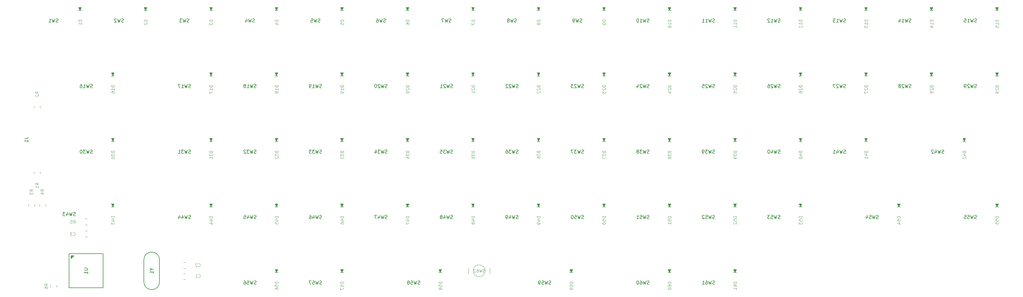
<source format=gbo>
G04 #@! TF.GenerationSoftware,KiCad,Pcbnew,(5.1.2)-2*
G04 #@! TF.CreationDate,2020-03-21T00:34:28+09:00*
G04 #@! TF.ProjectId,kyosoc,6b796f73-6f63-42e6-9b69-6361645f7063,rev?*
G04 #@! TF.SameCoordinates,Original*
G04 #@! TF.FileFunction,Legend,Bot*
G04 #@! TF.FilePolarity,Positive*
%FSLAX46Y46*%
G04 Gerber Fmt 4.6, Leading zero omitted, Abs format (unit mm)*
G04 Created by KiCad (PCBNEW (5.1.2)-2) date 2020-03-21 00:34:28*
%MOMM*%
%LPD*%
G04 APERTURE LIST*
%ADD10C,0.100000*%
%ADD11C,0.200000*%
%ADD12C,0.150000*%
G04 APERTURE END LIST*
D10*
X135800000Y-91700000D02*
X135800000Y-90100000D01*
X142000000Y-91700000D02*
X142000000Y-90100000D01*
X140650000Y-90900000D02*
G75*
G03X140650000Y-90900000I-1750000J0D01*
G01*
X15000000Y-95100000D02*
X15000000Y-95700000D01*
X13200000Y-95100000D02*
X13200000Y-95700000D01*
X24000000Y-77400000D02*
X23400000Y-77400000D01*
X24000000Y-75600000D02*
X23400000Y-75600000D01*
X10000000Y-72000000D02*
X10000000Y-71400000D01*
X11800000Y-72000000D02*
X11800000Y-71400000D01*
X6800000Y-72000000D02*
X6800000Y-71400000D01*
X8600000Y-72000000D02*
X8600000Y-71400000D01*
X10200000Y-42600000D02*
X10200000Y-43200000D01*
X8400000Y-42600000D02*
X8400000Y-43200000D01*
X8400000Y-62400000D02*
X8400000Y-61800000D01*
X10200000Y-62400000D02*
X10200000Y-61800000D01*
X24000000Y-81000000D02*
X23400000Y-81000000D01*
X24000000Y-79200000D02*
X23400000Y-79200000D01*
X52200000Y-88400000D02*
X52800000Y-88400000D01*
X52200000Y-90200000D02*
X52800000Y-90200000D01*
X52200000Y-91600000D02*
X52800000Y-91600000D01*
X52200000Y-93400000D02*
X52800000Y-93400000D01*
D11*
X40600000Y-94100000D02*
G75*
G03X45200000Y-94100000I2300000J0D01*
G01*
X45200000Y-87700000D02*
G75*
G03X40600000Y-87700000I-2300000J0D01*
G01*
X45200000Y-94100000D02*
X45200000Y-87700000D01*
X40600000Y-94100000D02*
X40600000Y-87700000D01*
G36*
X19300000Y-86500000D02*
G01*
X20100000Y-86500000D01*
X19300000Y-87300000D01*
X19300000Y-86500000D01*
G37*
X19300000Y-86500000D02*
X20100000Y-86500000D01*
X19300000Y-87300000D01*
X19300000Y-86500000D01*
X18700000Y-95900000D02*
X18700000Y-85900000D01*
X28700000Y-95900000D02*
X18700000Y-95900000D01*
X28700000Y-85900000D02*
X28700000Y-95900000D01*
X18700000Y-85900000D02*
X28700000Y-85900000D01*
G36*
X213500000Y-90500000D02*
G01*
X214300000Y-90500000D01*
X213900000Y-91300000D01*
X213500000Y-90500000D01*
G37*
X213500000Y-90500000D02*
X214300000Y-90500000D01*
X213900000Y-91300000D01*
X213500000Y-90500000D01*
X213500000Y-91400000D02*
X214300000Y-91400000D01*
G36*
X194300000Y-90500000D02*
G01*
X195100000Y-90500000D01*
X194700000Y-91300000D01*
X194300000Y-90500000D01*
G37*
X194300000Y-90500000D02*
X195100000Y-90500000D01*
X194700000Y-91300000D01*
X194300000Y-90500000D01*
X194300000Y-91400000D02*
X195100000Y-91400000D01*
G36*
X165500000Y-90500000D02*
G01*
X166300000Y-90500000D01*
X165900000Y-91300000D01*
X165500000Y-90500000D01*
G37*
X165500000Y-90500000D02*
X166300000Y-90500000D01*
X165900000Y-91300000D01*
X165500000Y-90500000D01*
X165500000Y-91400000D02*
X166300000Y-91400000D01*
G36*
X127100000Y-90500000D02*
G01*
X127900000Y-90500000D01*
X127500000Y-91300000D01*
X127100000Y-90500000D01*
G37*
X127100000Y-90500000D02*
X127900000Y-90500000D01*
X127500000Y-91300000D01*
X127100000Y-90500000D01*
X127100000Y-91400000D02*
X127900000Y-91400000D01*
G36*
X98300000Y-90500000D02*
G01*
X99100000Y-90500000D01*
X98700000Y-91300000D01*
X98300000Y-90500000D01*
G37*
X98300000Y-90500000D02*
X99100000Y-90500000D01*
X98700000Y-91300000D01*
X98300000Y-90500000D01*
X98300000Y-91400000D02*
X99100000Y-91400000D01*
G36*
X79100000Y-90500000D02*
G01*
X79900000Y-90500000D01*
X79500000Y-91300000D01*
X79100000Y-90500000D01*
G37*
X79100000Y-90500000D02*
X79900000Y-90500000D01*
X79500000Y-91300000D01*
X79100000Y-90500000D01*
X79100000Y-91400000D02*
X79900000Y-91400000D01*
G36*
X290300000Y-71300000D02*
G01*
X291100000Y-71300000D01*
X290700000Y-72100000D01*
X290300000Y-71300000D01*
G37*
X290300000Y-71300000D02*
X291100000Y-71300000D01*
X290700000Y-72100000D01*
X290300000Y-71300000D01*
X290300000Y-72200000D02*
X291100000Y-72200000D01*
G36*
X261500000Y-71300000D02*
G01*
X262300000Y-71300000D01*
X261900000Y-72100000D01*
X261500000Y-71300000D01*
G37*
X261500000Y-71300000D02*
X262300000Y-71300000D01*
X261900000Y-72100000D01*
X261500000Y-71300000D01*
X261500000Y-72200000D02*
X262300000Y-72200000D01*
G36*
X232700000Y-71300000D02*
G01*
X233500000Y-71300000D01*
X233100000Y-72100000D01*
X232700000Y-71300000D01*
G37*
X232700000Y-71300000D02*
X233500000Y-71300000D01*
X233100000Y-72100000D01*
X232700000Y-71300000D01*
X232700000Y-72200000D02*
X233500000Y-72200000D01*
G36*
X213500000Y-71300000D02*
G01*
X214300000Y-71300000D01*
X213900000Y-72100000D01*
X213500000Y-71300000D01*
G37*
X213500000Y-71300000D02*
X214300000Y-71300000D01*
X213900000Y-72100000D01*
X213500000Y-71300000D01*
X213500000Y-72200000D02*
X214300000Y-72200000D01*
G36*
X194300000Y-71300000D02*
G01*
X195100000Y-71300000D01*
X194700000Y-72100000D01*
X194300000Y-71300000D01*
G37*
X194300000Y-71300000D02*
X195100000Y-71300000D01*
X194700000Y-72100000D01*
X194300000Y-71300000D01*
X194300000Y-72200000D02*
X195100000Y-72200000D01*
G36*
X175100000Y-71300000D02*
G01*
X175900000Y-71300000D01*
X175500000Y-72100000D01*
X175100000Y-71300000D01*
G37*
X175100000Y-71300000D02*
X175900000Y-71300000D01*
X175500000Y-72100000D01*
X175100000Y-71300000D01*
X175100000Y-72200000D02*
X175900000Y-72200000D01*
G36*
X155900000Y-71300000D02*
G01*
X156700000Y-71300000D01*
X156300000Y-72100000D01*
X155900000Y-71300000D01*
G37*
X155900000Y-71300000D02*
X156700000Y-71300000D01*
X156300000Y-72100000D01*
X155900000Y-71300000D01*
X155900000Y-72200000D02*
X156700000Y-72200000D01*
G36*
X136700000Y-71300000D02*
G01*
X137500000Y-71300000D01*
X137100000Y-72100000D01*
X136700000Y-71300000D01*
G37*
X136700000Y-71300000D02*
X137500000Y-71300000D01*
X137100000Y-72100000D01*
X136700000Y-71300000D01*
X136700000Y-72200000D02*
X137500000Y-72200000D01*
G36*
X117500000Y-71300000D02*
G01*
X118300000Y-71300000D01*
X117900000Y-72100000D01*
X117500000Y-71300000D01*
G37*
X117500000Y-71300000D02*
X118300000Y-71300000D01*
X117900000Y-72100000D01*
X117500000Y-71300000D01*
X117500000Y-72200000D02*
X118300000Y-72200000D01*
G36*
X98300000Y-71300000D02*
G01*
X99100000Y-71300000D01*
X98700000Y-72100000D01*
X98300000Y-71300000D01*
G37*
X98300000Y-71300000D02*
X99100000Y-71300000D01*
X98700000Y-72100000D01*
X98300000Y-71300000D01*
X98300000Y-72200000D02*
X99100000Y-72200000D01*
G36*
X79100000Y-71300000D02*
G01*
X79900000Y-71300000D01*
X79500000Y-72100000D01*
X79100000Y-71300000D01*
G37*
X79100000Y-71300000D02*
X79900000Y-71300000D01*
X79500000Y-72100000D01*
X79100000Y-71300000D01*
X79100000Y-72200000D02*
X79900000Y-72200000D01*
G36*
X59900000Y-71300000D02*
G01*
X60700000Y-71300000D01*
X60300000Y-72100000D01*
X59900000Y-71300000D01*
G37*
X59900000Y-71300000D02*
X60700000Y-71300000D01*
X60300000Y-72100000D01*
X59900000Y-71300000D01*
X59900000Y-72200000D02*
X60700000Y-72200000D01*
G36*
X31100000Y-71300000D02*
G01*
X31900000Y-71300000D01*
X31500000Y-72100000D01*
X31100000Y-71300000D01*
G37*
X31100000Y-71300000D02*
X31900000Y-71300000D01*
X31500000Y-72100000D01*
X31100000Y-71300000D01*
X31100000Y-72200000D02*
X31900000Y-72200000D01*
G36*
X280700000Y-52100000D02*
G01*
X281500000Y-52100000D01*
X281100000Y-52900000D01*
X280700000Y-52100000D01*
G37*
X280700000Y-52100000D02*
X281500000Y-52100000D01*
X281100000Y-52900000D01*
X280700000Y-52100000D01*
X280700000Y-53000000D02*
X281500000Y-53000000D01*
G36*
X251900000Y-52100000D02*
G01*
X252700000Y-52100000D01*
X252300000Y-52900000D01*
X251900000Y-52100000D01*
G37*
X251900000Y-52100000D02*
X252700000Y-52100000D01*
X252300000Y-52900000D01*
X251900000Y-52100000D01*
X251900000Y-53000000D02*
X252700000Y-53000000D01*
G36*
X232700000Y-52100000D02*
G01*
X233500000Y-52100000D01*
X233100000Y-52900000D01*
X232700000Y-52100000D01*
G37*
X232700000Y-52100000D02*
X233500000Y-52100000D01*
X233100000Y-52900000D01*
X232700000Y-52100000D01*
X232700000Y-53000000D02*
X233500000Y-53000000D01*
G36*
X213500000Y-52100000D02*
G01*
X214300000Y-52100000D01*
X213900000Y-52900000D01*
X213500000Y-52100000D01*
G37*
X213500000Y-52100000D02*
X214300000Y-52100000D01*
X213900000Y-52900000D01*
X213500000Y-52100000D01*
X213500000Y-53000000D02*
X214300000Y-53000000D01*
G36*
X194300000Y-52100000D02*
G01*
X195100000Y-52100000D01*
X194700000Y-52900000D01*
X194300000Y-52100000D01*
G37*
X194300000Y-52100000D02*
X195100000Y-52100000D01*
X194700000Y-52900000D01*
X194300000Y-52100000D01*
X194300000Y-53000000D02*
X195100000Y-53000000D01*
G36*
X175100000Y-52100000D02*
G01*
X175900000Y-52100000D01*
X175500000Y-52900000D01*
X175100000Y-52100000D01*
G37*
X175100000Y-52100000D02*
X175900000Y-52100000D01*
X175500000Y-52900000D01*
X175100000Y-52100000D01*
X175100000Y-53000000D02*
X175900000Y-53000000D01*
G36*
X155900000Y-52100000D02*
G01*
X156700000Y-52100000D01*
X156300000Y-52900000D01*
X155900000Y-52100000D01*
G37*
X155900000Y-52100000D02*
X156700000Y-52100000D01*
X156300000Y-52900000D01*
X155900000Y-52100000D01*
X155900000Y-53000000D02*
X156700000Y-53000000D01*
G36*
X136700000Y-52100000D02*
G01*
X137500000Y-52100000D01*
X137100000Y-52900000D01*
X136700000Y-52100000D01*
G37*
X136700000Y-52100000D02*
X137500000Y-52100000D01*
X137100000Y-52900000D01*
X136700000Y-52100000D01*
X136700000Y-53000000D02*
X137500000Y-53000000D01*
G36*
X117500000Y-52100000D02*
G01*
X118300000Y-52100000D01*
X117900000Y-52900000D01*
X117500000Y-52100000D01*
G37*
X117500000Y-52100000D02*
X118300000Y-52100000D01*
X117900000Y-52900000D01*
X117500000Y-52100000D01*
X117500000Y-53000000D02*
X118300000Y-53000000D01*
G36*
X98300000Y-52100000D02*
G01*
X99100000Y-52100000D01*
X98700000Y-52900000D01*
X98300000Y-52100000D01*
G37*
X98300000Y-52100000D02*
X99100000Y-52100000D01*
X98700000Y-52900000D01*
X98300000Y-52100000D01*
X98300000Y-53000000D02*
X99100000Y-53000000D01*
G36*
X79100000Y-52100000D02*
G01*
X79900000Y-52100000D01*
X79500000Y-52900000D01*
X79100000Y-52100000D01*
G37*
X79100000Y-52100000D02*
X79900000Y-52100000D01*
X79500000Y-52900000D01*
X79100000Y-52100000D01*
X79100000Y-53000000D02*
X79900000Y-53000000D01*
G36*
X59900000Y-52100000D02*
G01*
X60700000Y-52100000D01*
X60300000Y-52900000D01*
X59900000Y-52100000D01*
G37*
X59900000Y-52100000D02*
X60700000Y-52100000D01*
X60300000Y-52900000D01*
X59900000Y-52100000D01*
X59900000Y-53000000D02*
X60700000Y-53000000D01*
G36*
X31100000Y-52100000D02*
G01*
X31900000Y-52100000D01*
X31500000Y-52900000D01*
X31100000Y-52100000D01*
G37*
X31100000Y-52100000D02*
X31900000Y-52100000D01*
X31500000Y-52900000D01*
X31100000Y-52100000D01*
X31100000Y-53000000D02*
X31900000Y-53000000D01*
G36*
X290300000Y-32900000D02*
G01*
X291100000Y-32900000D01*
X290700000Y-33700000D01*
X290300000Y-32900000D01*
G37*
X290300000Y-32900000D02*
X291100000Y-32900000D01*
X290700000Y-33700000D01*
X290300000Y-32900000D01*
X290300000Y-33800000D02*
X291100000Y-33800000D01*
G36*
X271100000Y-32900000D02*
G01*
X271900000Y-32900000D01*
X271500000Y-33700000D01*
X271100000Y-32900000D01*
G37*
X271100000Y-32900000D02*
X271900000Y-32900000D01*
X271500000Y-33700000D01*
X271100000Y-32900000D01*
X271100000Y-33800000D02*
X271900000Y-33800000D01*
G36*
X251900000Y-32900000D02*
G01*
X252700000Y-32900000D01*
X252300000Y-33700000D01*
X251900000Y-32900000D01*
G37*
X251900000Y-32900000D02*
X252700000Y-32900000D01*
X252300000Y-33700000D01*
X251900000Y-32900000D01*
X251900000Y-33800000D02*
X252700000Y-33800000D01*
G36*
X232700000Y-32900000D02*
G01*
X233500000Y-32900000D01*
X233100000Y-33700000D01*
X232700000Y-32900000D01*
G37*
X232700000Y-32900000D02*
X233500000Y-32900000D01*
X233100000Y-33700000D01*
X232700000Y-32900000D01*
X232700000Y-33800000D02*
X233500000Y-33800000D01*
G36*
X213500000Y-32900000D02*
G01*
X214300000Y-32900000D01*
X213900000Y-33700000D01*
X213500000Y-32900000D01*
G37*
X213500000Y-32900000D02*
X214300000Y-32900000D01*
X213900000Y-33700000D01*
X213500000Y-32900000D01*
X213500000Y-33800000D02*
X214300000Y-33800000D01*
G36*
X194300000Y-32900000D02*
G01*
X195100000Y-32900000D01*
X194700000Y-33700000D01*
X194300000Y-32900000D01*
G37*
X194300000Y-32900000D02*
X195100000Y-32900000D01*
X194700000Y-33700000D01*
X194300000Y-32900000D01*
X194300000Y-33800000D02*
X195100000Y-33800000D01*
G36*
X175100000Y-32900000D02*
G01*
X175900000Y-32900000D01*
X175500000Y-33700000D01*
X175100000Y-32900000D01*
G37*
X175100000Y-32900000D02*
X175900000Y-32900000D01*
X175500000Y-33700000D01*
X175100000Y-32900000D01*
X175100000Y-33800000D02*
X175900000Y-33800000D01*
G36*
X155900000Y-32900000D02*
G01*
X156700000Y-32900000D01*
X156300000Y-33700000D01*
X155900000Y-32900000D01*
G37*
X155900000Y-32900000D02*
X156700000Y-32900000D01*
X156300000Y-33700000D01*
X155900000Y-32900000D01*
X155900000Y-33800000D02*
X156700000Y-33800000D01*
G36*
X136700000Y-32900000D02*
G01*
X137500000Y-32900000D01*
X137100000Y-33700000D01*
X136700000Y-32900000D01*
G37*
X136700000Y-32900000D02*
X137500000Y-32900000D01*
X137100000Y-33700000D01*
X136700000Y-32900000D01*
X136700000Y-33800000D02*
X137500000Y-33800000D01*
G36*
X117500000Y-32900000D02*
G01*
X118300000Y-32900000D01*
X117900000Y-33700000D01*
X117500000Y-32900000D01*
G37*
X117500000Y-32900000D02*
X118300000Y-32900000D01*
X117900000Y-33700000D01*
X117500000Y-32900000D01*
X117500000Y-33800000D02*
X118300000Y-33800000D01*
G36*
X98300000Y-32900000D02*
G01*
X99100000Y-32900000D01*
X98700000Y-33700000D01*
X98300000Y-32900000D01*
G37*
X98300000Y-32900000D02*
X99100000Y-32900000D01*
X98700000Y-33700000D01*
X98300000Y-32900000D01*
X98300000Y-33800000D02*
X99100000Y-33800000D01*
G36*
X79100000Y-32900000D02*
G01*
X79900000Y-32900000D01*
X79500000Y-33700000D01*
X79100000Y-32900000D01*
G37*
X79100000Y-32900000D02*
X79900000Y-32900000D01*
X79500000Y-33700000D01*
X79100000Y-32900000D01*
X79100000Y-33800000D02*
X79900000Y-33800000D01*
G36*
X59900000Y-32900000D02*
G01*
X60700000Y-32900000D01*
X60300000Y-33700000D01*
X59900000Y-32900000D01*
G37*
X59900000Y-32900000D02*
X60700000Y-32900000D01*
X60300000Y-33700000D01*
X59900000Y-32900000D01*
X59900000Y-33800000D02*
X60700000Y-33800000D01*
G36*
X31100000Y-32900000D02*
G01*
X31900000Y-32900000D01*
X31500000Y-33700000D01*
X31100000Y-32900000D01*
G37*
X31100000Y-32900000D02*
X31900000Y-32900000D01*
X31500000Y-33700000D01*
X31100000Y-32900000D01*
X31100000Y-33800000D02*
X31900000Y-33800000D01*
G36*
X290300000Y-13700000D02*
G01*
X291100000Y-13700000D01*
X290700000Y-14500000D01*
X290300000Y-13700000D01*
G37*
X290300000Y-13700000D02*
X291100000Y-13700000D01*
X290700000Y-14500000D01*
X290300000Y-13700000D01*
X290300000Y-14600000D02*
X291100000Y-14600000D01*
G36*
X271100000Y-13700000D02*
G01*
X271900000Y-13700000D01*
X271500000Y-14500000D01*
X271100000Y-13700000D01*
G37*
X271100000Y-13700000D02*
X271900000Y-13700000D01*
X271500000Y-14500000D01*
X271100000Y-13700000D01*
X271100000Y-14600000D02*
X271900000Y-14600000D01*
G36*
X251900000Y-13700000D02*
G01*
X252700000Y-13700000D01*
X252300000Y-14500000D01*
X251900000Y-13700000D01*
G37*
X251900000Y-13700000D02*
X252700000Y-13700000D01*
X252300000Y-14500000D01*
X251900000Y-13700000D01*
X251900000Y-14600000D02*
X252700000Y-14600000D01*
G36*
X232700000Y-13700000D02*
G01*
X233500000Y-13700000D01*
X233100000Y-14500000D01*
X232700000Y-13700000D01*
G37*
X232700000Y-13700000D02*
X233500000Y-13700000D01*
X233100000Y-14500000D01*
X232700000Y-13700000D01*
X232700000Y-14600000D02*
X233500000Y-14600000D01*
G36*
X213500000Y-13700000D02*
G01*
X214300000Y-13700000D01*
X213900000Y-14500000D01*
X213500000Y-13700000D01*
G37*
X213500000Y-13700000D02*
X214300000Y-13700000D01*
X213900000Y-14500000D01*
X213500000Y-13700000D01*
X213500000Y-14600000D02*
X214300000Y-14600000D01*
G36*
X194300000Y-13700000D02*
G01*
X195100000Y-13700000D01*
X194700000Y-14500000D01*
X194300000Y-13700000D01*
G37*
X194300000Y-13700000D02*
X195100000Y-13700000D01*
X194700000Y-14500000D01*
X194300000Y-13700000D01*
X194300000Y-14600000D02*
X195100000Y-14600000D01*
G36*
X175100000Y-13700000D02*
G01*
X175900000Y-13700000D01*
X175500000Y-14500000D01*
X175100000Y-13700000D01*
G37*
X175100000Y-13700000D02*
X175900000Y-13700000D01*
X175500000Y-14500000D01*
X175100000Y-13700000D01*
X175100000Y-14600000D02*
X175900000Y-14600000D01*
G36*
X155900000Y-13700000D02*
G01*
X156700000Y-13700000D01*
X156300000Y-14500000D01*
X155900000Y-13700000D01*
G37*
X155900000Y-13700000D02*
X156700000Y-13700000D01*
X156300000Y-14500000D01*
X155900000Y-13700000D01*
X155900000Y-14600000D02*
X156700000Y-14600000D01*
G36*
X136700000Y-13700000D02*
G01*
X137500000Y-13700000D01*
X137100000Y-14500000D01*
X136700000Y-13700000D01*
G37*
X136700000Y-13700000D02*
X137500000Y-13700000D01*
X137100000Y-14500000D01*
X136700000Y-13700000D01*
X136700000Y-14600000D02*
X137500000Y-14600000D01*
G36*
X117500000Y-13700000D02*
G01*
X118300000Y-13700000D01*
X117900000Y-14500000D01*
X117500000Y-13700000D01*
G37*
X117500000Y-13700000D02*
X118300000Y-13700000D01*
X117900000Y-14500000D01*
X117500000Y-13700000D01*
X117500000Y-14600000D02*
X118300000Y-14600000D01*
G36*
X98300000Y-13700000D02*
G01*
X99100000Y-13700000D01*
X98700000Y-14500000D01*
X98300000Y-13700000D01*
G37*
X98300000Y-13700000D02*
X99100000Y-13700000D01*
X98700000Y-14500000D01*
X98300000Y-13700000D01*
X98300000Y-14600000D02*
X99100000Y-14600000D01*
G36*
X79100000Y-13700000D02*
G01*
X79900000Y-13700000D01*
X79500000Y-14500000D01*
X79100000Y-13700000D01*
G37*
X79100000Y-13700000D02*
X79900000Y-13700000D01*
X79500000Y-14500000D01*
X79100000Y-13700000D01*
X79100000Y-14600000D02*
X79900000Y-14600000D01*
G36*
X59900000Y-13700000D02*
G01*
X60700000Y-13700000D01*
X60300000Y-14500000D01*
X59900000Y-13700000D01*
G37*
X59900000Y-13700000D02*
X60700000Y-13700000D01*
X60300000Y-14500000D01*
X59900000Y-13700000D01*
X59900000Y-14600000D02*
X60700000Y-14600000D01*
G36*
X40700000Y-13700000D02*
G01*
X41500000Y-13700000D01*
X41100000Y-14500000D01*
X40700000Y-13700000D01*
G37*
X40700000Y-13700000D02*
X41500000Y-13700000D01*
X41100000Y-14500000D01*
X40700000Y-13700000D01*
X40700000Y-14600000D02*
X41500000Y-14600000D01*
G36*
X21500000Y-13700000D02*
G01*
X22300000Y-13700000D01*
X21900000Y-14500000D01*
X21500000Y-13700000D01*
G37*
X21500000Y-13700000D02*
X22300000Y-13700000D01*
X21900000Y-14500000D01*
X21500000Y-13700000D01*
X21500000Y-14600000D02*
X22300000Y-14600000D01*
D10*
X140528571Y-91264285D02*
X140400000Y-91307142D01*
X140185714Y-91307142D01*
X140100000Y-91264285D01*
X140057142Y-91221428D01*
X140014285Y-91135714D01*
X140014285Y-91050000D01*
X140057142Y-90964285D01*
X140100000Y-90921428D01*
X140185714Y-90878571D01*
X140357142Y-90835714D01*
X140442857Y-90792857D01*
X140485714Y-90750000D01*
X140528571Y-90664285D01*
X140528571Y-90578571D01*
X140485714Y-90492857D01*
X140442857Y-90450000D01*
X140357142Y-90407142D01*
X140142857Y-90407142D01*
X140014285Y-90450000D01*
X139714285Y-90407142D02*
X139500000Y-91307142D01*
X139328571Y-90664285D01*
X139157142Y-91307142D01*
X138942857Y-90407142D01*
X138214285Y-90407142D02*
X138385714Y-90407142D01*
X138471428Y-90450000D01*
X138514285Y-90492857D01*
X138600000Y-90621428D01*
X138642857Y-90792857D01*
X138642857Y-91135714D01*
X138600000Y-91221428D01*
X138557142Y-91264285D01*
X138471428Y-91307142D01*
X138300000Y-91307142D01*
X138214285Y-91264285D01*
X138171428Y-91221428D01*
X138128571Y-91135714D01*
X138128571Y-90921428D01*
X138171428Y-90835714D01*
X138214285Y-90792857D01*
X138300000Y-90750000D01*
X138471428Y-90750000D01*
X138557142Y-90792857D01*
X138600000Y-90835714D01*
X138642857Y-90921428D01*
X137785714Y-90492857D02*
X137742857Y-90450000D01*
X137657142Y-90407142D01*
X137442857Y-90407142D01*
X137357142Y-90450000D01*
X137314285Y-90492857D01*
X137271428Y-90578571D01*
X137271428Y-90664285D01*
X137314285Y-90792857D01*
X137828571Y-91307142D01*
X137271428Y-91307142D01*
X12407142Y-95293571D02*
X11978571Y-94993571D01*
X12407142Y-94779285D02*
X11507142Y-94779285D01*
X11507142Y-95122142D01*
X11550000Y-95207857D01*
X11592857Y-95250714D01*
X11678571Y-95293571D01*
X11807142Y-95293571D01*
X11892857Y-95250714D01*
X11935714Y-95207857D01*
X11978571Y-95122142D01*
X11978571Y-94779285D01*
X11507142Y-96065000D02*
X11507142Y-95893571D01*
X11550000Y-95807857D01*
X11592857Y-95765000D01*
X11721428Y-95679285D01*
X11892857Y-95636428D01*
X12235714Y-95636428D01*
X12321428Y-95679285D01*
X12364285Y-95722142D01*
X12407142Y-95807857D01*
X12407142Y-95979285D01*
X12364285Y-96065000D01*
X12321428Y-96107857D01*
X12235714Y-96150714D01*
X12021428Y-96150714D01*
X11935714Y-96107857D01*
X11892857Y-96065000D01*
X11850000Y-95979285D01*
X11850000Y-95807857D01*
X11892857Y-95722142D01*
X11935714Y-95679285D01*
X12021428Y-95636428D01*
D12*
X5652380Y-52166666D02*
X6366666Y-52166666D01*
X6509523Y-52119047D01*
X6604761Y-52023809D01*
X6652380Y-51880952D01*
X6652380Y-51785714D01*
X6652380Y-53166666D02*
X6652380Y-52595238D01*
X6652380Y-52880952D02*
X5652380Y-52880952D01*
X5795238Y-52785714D01*
X5890476Y-52690476D01*
X5938095Y-52595238D01*
D10*
X19906428Y-76957142D02*
X20206428Y-76528571D01*
X20420714Y-76957142D02*
X20420714Y-76057142D01*
X20077857Y-76057142D01*
X19992142Y-76100000D01*
X19949285Y-76142857D01*
X19906428Y-76228571D01*
X19906428Y-76357142D01*
X19949285Y-76442857D01*
X19992142Y-76485714D01*
X20077857Y-76528571D01*
X20420714Y-76528571D01*
X19092142Y-76057142D02*
X19520714Y-76057142D01*
X19563571Y-76485714D01*
X19520714Y-76442857D01*
X19435000Y-76400000D01*
X19220714Y-76400000D01*
X19135000Y-76442857D01*
X19092142Y-76485714D01*
X19049285Y-76571428D01*
X19049285Y-76785714D01*
X19092142Y-76871428D01*
X19135000Y-76914285D01*
X19220714Y-76957142D01*
X19435000Y-76957142D01*
X19520714Y-76914285D01*
X19563571Y-76871428D01*
X11257142Y-67606428D02*
X10828571Y-67306428D01*
X11257142Y-67092142D02*
X10357142Y-67092142D01*
X10357142Y-67435000D01*
X10400000Y-67520714D01*
X10442857Y-67563571D01*
X10528571Y-67606428D01*
X10657142Y-67606428D01*
X10742857Y-67563571D01*
X10785714Y-67520714D01*
X10828571Y-67435000D01*
X10828571Y-67092142D01*
X10657142Y-68377857D02*
X11257142Y-68377857D01*
X10314285Y-68163571D02*
X10957142Y-67949285D01*
X10957142Y-68506428D01*
X8057142Y-67606428D02*
X7628571Y-67306428D01*
X8057142Y-67092142D02*
X7157142Y-67092142D01*
X7157142Y-67435000D01*
X7200000Y-67520714D01*
X7242857Y-67563571D01*
X7328571Y-67606428D01*
X7457142Y-67606428D01*
X7542857Y-67563571D01*
X7585714Y-67520714D01*
X7628571Y-67435000D01*
X7628571Y-67092142D01*
X7157142Y-67906428D02*
X7157142Y-68463571D01*
X7500000Y-68163571D01*
X7500000Y-68292142D01*
X7542857Y-68377857D01*
X7585714Y-68420714D01*
X7671428Y-68463571D01*
X7885714Y-68463571D01*
X7971428Y-68420714D01*
X8014285Y-68377857D01*
X8057142Y-68292142D01*
X8057142Y-68035000D01*
X8014285Y-67949285D01*
X7971428Y-67906428D01*
X9707142Y-38993571D02*
X9278571Y-38693571D01*
X9707142Y-38479285D02*
X8807142Y-38479285D01*
X8807142Y-38822142D01*
X8850000Y-38907857D01*
X8892857Y-38950714D01*
X8978571Y-38993571D01*
X9107142Y-38993571D01*
X9192857Y-38950714D01*
X9235714Y-38907857D01*
X9278571Y-38822142D01*
X9278571Y-38479285D01*
X8892857Y-39336428D02*
X8850000Y-39379285D01*
X8807142Y-39465000D01*
X8807142Y-39679285D01*
X8850000Y-39765000D01*
X8892857Y-39807857D01*
X8978571Y-39850714D01*
X9064285Y-39850714D01*
X9192857Y-39807857D01*
X9707142Y-39293571D01*
X9707142Y-39850714D01*
X9707142Y-65706428D02*
X9278571Y-65406428D01*
X9707142Y-65192142D02*
X8807142Y-65192142D01*
X8807142Y-65535000D01*
X8850000Y-65620714D01*
X8892857Y-65663571D01*
X8978571Y-65706428D01*
X9107142Y-65706428D01*
X9192857Y-65663571D01*
X9235714Y-65620714D01*
X9278571Y-65535000D01*
X9278571Y-65192142D01*
X9707142Y-66563571D02*
X9707142Y-66049285D01*
X9707142Y-66306428D02*
X8807142Y-66306428D01*
X8935714Y-66220714D01*
X9021428Y-66135000D01*
X9064285Y-66049285D01*
X19906428Y-80471428D02*
X19949285Y-80514285D01*
X20077857Y-80557142D01*
X20163571Y-80557142D01*
X20292142Y-80514285D01*
X20377857Y-80428571D01*
X20420714Y-80342857D01*
X20463571Y-80171428D01*
X20463571Y-80042857D01*
X20420714Y-79871428D01*
X20377857Y-79785714D01*
X20292142Y-79700000D01*
X20163571Y-79657142D01*
X20077857Y-79657142D01*
X19949285Y-79700000D01*
X19906428Y-79742857D01*
X19606428Y-79657142D02*
X19049285Y-79657142D01*
X19349285Y-80000000D01*
X19220714Y-80000000D01*
X19135000Y-80042857D01*
X19092142Y-80085714D01*
X19049285Y-80171428D01*
X19049285Y-80385714D01*
X19092142Y-80471428D01*
X19135000Y-80514285D01*
X19220714Y-80557142D01*
X19477857Y-80557142D01*
X19563571Y-80514285D01*
X19606428Y-80471428D01*
X56593571Y-89571428D02*
X56636428Y-89614285D01*
X56765000Y-89657142D01*
X56850714Y-89657142D01*
X56979285Y-89614285D01*
X57065000Y-89528571D01*
X57107857Y-89442857D01*
X57150714Y-89271428D01*
X57150714Y-89142857D01*
X57107857Y-88971428D01*
X57065000Y-88885714D01*
X56979285Y-88800000D01*
X56850714Y-88757142D01*
X56765000Y-88757142D01*
X56636428Y-88800000D01*
X56593571Y-88842857D01*
X56250714Y-88842857D02*
X56207857Y-88800000D01*
X56122142Y-88757142D01*
X55907857Y-88757142D01*
X55822142Y-88800000D01*
X55779285Y-88842857D01*
X55736428Y-88928571D01*
X55736428Y-89014285D01*
X55779285Y-89142857D01*
X56293571Y-89657142D01*
X55736428Y-89657142D01*
X56593571Y-92771428D02*
X56636428Y-92814285D01*
X56765000Y-92857142D01*
X56850714Y-92857142D01*
X56979285Y-92814285D01*
X57065000Y-92728571D01*
X57107857Y-92642857D01*
X57150714Y-92471428D01*
X57150714Y-92342857D01*
X57107857Y-92171428D01*
X57065000Y-92085714D01*
X56979285Y-92000000D01*
X56850714Y-91957142D01*
X56765000Y-91957142D01*
X56636428Y-92000000D01*
X56593571Y-92042857D01*
X55736428Y-92857142D02*
X56250714Y-92857142D01*
X55993571Y-92857142D02*
X55993571Y-91957142D01*
X56079285Y-92085714D01*
X56165000Y-92171428D01*
X56250714Y-92214285D01*
D12*
X42876190Y-90423809D02*
X43352380Y-90423809D01*
X42352380Y-90090476D02*
X42876190Y-90423809D01*
X42352380Y-90757142D01*
X43352380Y-91614285D02*
X43352380Y-91042857D01*
X43352380Y-91328571D02*
X42352380Y-91328571D01*
X42495238Y-91233333D01*
X42590476Y-91138095D01*
X42638095Y-91042857D01*
X23152380Y-90138095D02*
X23961904Y-90138095D01*
X24057142Y-90185714D01*
X24104761Y-90233333D01*
X24152380Y-90328571D01*
X24152380Y-90519047D01*
X24104761Y-90614285D01*
X24057142Y-90661904D01*
X23961904Y-90709523D01*
X23152380Y-90709523D01*
X24152380Y-91709523D02*
X24152380Y-91138095D01*
X24152380Y-91423809D02*
X23152380Y-91423809D01*
X23295238Y-91328571D01*
X23390476Y-91233333D01*
X23438095Y-91138095D01*
X207909523Y-94804761D02*
X207766666Y-94852380D01*
X207528571Y-94852380D01*
X207433333Y-94804761D01*
X207385714Y-94757142D01*
X207338095Y-94661904D01*
X207338095Y-94566666D01*
X207385714Y-94471428D01*
X207433333Y-94423809D01*
X207528571Y-94376190D01*
X207719047Y-94328571D01*
X207814285Y-94280952D01*
X207861904Y-94233333D01*
X207909523Y-94138095D01*
X207909523Y-94042857D01*
X207861904Y-93947619D01*
X207814285Y-93900000D01*
X207719047Y-93852380D01*
X207480952Y-93852380D01*
X207338095Y-93900000D01*
X207004761Y-93852380D02*
X206766666Y-94852380D01*
X206576190Y-94138095D01*
X206385714Y-94852380D01*
X206147619Y-93852380D01*
X205338095Y-93852380D02*
X205528571Y-93852380D01*
X205623809Y-93900000D01*
X205671428Y-93947619D01*
X205766666Y-94090476D01*
X205814285Y-94280952D01*
X205814285Y-94661904D01*
X205766666Y-94757142D01*
X205719047Y-94804761D01*
X205623809Y-94852380D01*
X205433333Y-94852380D01*
X205338095Y-94804761D01*
X205290476Y-94757142D01*
X205242857Y-94661904D01*
X205242857Y-94423809D01*
X205290476Y-94328571D01*
X205338095Y-94280952D01*
X205433333Y-94233333D01*
X205623809Y-94233333D01*
X205719047Y-94280952D01*
X205766666Y-94328571D01*
X205814285Y-94423809D01*
X204290476Y-94852380D02*
X204861904Y-94852380D01*
X204576190Y-94852380D02*
X204576190Y-93852380D01*
X204671428Y-93995238D01*
X204766666Y-94090476D01*
X204861904Y-94138095D01*
X188709523Y-94804761D02*
X188566666Y-94852380D01*
X188328571Y-94852380D01*
X188233333Y-94804761D01*
X188185714Y-94757142D01*
X188138095Y-94661904D01*
X188138095Y-94566666D01*
X188185714Y-94471428D01*
X188233333Y-94423809D01*
X188328571Y-94376190D01*
X188519047Y-94328571D01*
X188614285Y-94280952D01*
X188661904Y-94233333D01*
X188709523Y-94138095D01*
X188709523Y-94042857D01*
X188661904Y-93947619D01*
X188614285Y-93900000D01*
X188519047Y-93852380D01*
X188280952Y-93852380D01*
X188138095Y-93900000D01*
X187804761Y-93852380D02*
X187566666Y-94852380D01*
X187376190Y-94138095D01*
X187185714Y-94852380D01*
X186947619Y-93852380D01*
X186138095Y-93852380D02*
X186328571Y-93852380D01*
X186423809Y-93900000D01*
X186471428Y-93947619D01*
X186566666Y-94090476D01*
X186614285Y-94280952D01*
X186614285Y-94661904D01*
X186566666Y-94757142D01*
X186519047Y-94804761D01*
X186423809Y-94852380D01*
X186233333Y-94852380D01*
X186138095Y-94804761D01*
X186090476Y-94757142D01*
X186042857Y-94661904D01*
X186042857Y-94423809D01*
X186090476Y-94328571D01*
X186138095Y-94280952D01*
X186233333Y-94233333D01*
X186423809Y-94233333D01*
X186519047Y-94280952D01*
X186566666Y-94328571D01*
X186614285Y-94423809D01*
X185423809Y-93852380D02*
X185328571Y-93852380D01*
X185233333Y-93900000D01*
X185185714Y-93947619D01*
X185138095Y-94042857D01*
X185090476Y-94233333D01*
X185090476Y-94471428D01*
X185138095Y-94661904D01*
X185185714Y-94757142D01*
X185233333Y-94804761D01*
X185328571Y-94852380D01*
X185423809Y-94852380D01*
X185519047Y-94804761D01*
X185566666Y-94757142D01*
X185614285Y-94661904D01*
X185661904Y-94471428D01*
X185661904Y-94233333D01*
X185614285Y-94042857D01*
X185566666Y-93947619D01*
X185519047Y-93900000D01*
X185423809Y-93852380D01*
X159909523Y-94804761D02*
X159766666Y-94852380D01*
X159528571Y-94852380D01*
X159433333Y-94804761D01*
X159385714Y-94757142D01*
X159338095Y-94661904D01*
X159338095Y-94566666D01*
X159385714Y-94471428D01*
X159433333Y-94423809D01*
X159528571Y-94376190D01*
X159719047Y-94328571D01*
X159814285Y-94280952D01*
X159861904Y-94233333D01*
X159909523Y-94138095D01*
X159909523Y-94042857D01*
X159861904Y-93947619D01*
X159814285Y-93900000D01*
X159719047Y-93852380D01*
X159480952Y-93852380D01*
X159338095Y-93900000D01*
X159004761Y-93852380D02*
X158766666Y-94852380D01*
X158576190Y-94138095D01*
X158385714Y-94852380D01*
X158147619Y-93852380D01*
X157290476Y-93852380D02*
X157766666Y-93852380D01*
X157814285Y-94328571D01*
X157766666Y-94280952D01*
X157671428Y-94233333D01*
X157433333Y-94233333D01*
X157338095Y-94280952D01*
X157290476Y-94328571D01*
X157242857Y-94423809D01*
X157242857Y-94661904D01*
X157290476Y-94757142D01*
X157338095Y-94804761D01*
X157433333Y-94852380D01*
X157671428Y-94852380D01*
X157766666Y-94804761D01*
X157814285Y-94757142D01*
X156766666Y-94852380D02*
X156576190Y-94852380D01*
X156480952Y-94804761D01*
X156433333Y-94757142D01*
X156338095Y-94614285D01*
X156290476Y-94423809D01*
X156290476Y-94042857D01*
X156338095Y-93947619D01*
X156385714Y-93900000D01*
X156480952Y-93852380D01*
X156671428Y-93852380D01*
X156766666Y-93900000D01*
X156814285Y-93947619D01*
X156861904Y-94042857D01*
X156861904Y-94280952D01*
X156814285Y-94376190D01*
X156766666Y-94423809D01*
X156671428Y-94471428D01*
X156480952Y-94471428D01*
X156385714Y-94423809D01*
X156338095Y-94376190D01*
X156290476Y-94280952D01*
X121509523Y-94804761D02*
X121366666Y-94852380D01*
X121128571Y-94852380D01*
X121033333Y-94804761D01*
X120985714Y-94757142D01*
X120938095Y-94661904D01*
X120938095Y-94566666D01*
X120985714Y-94471428D01*
X121033333Y-94423809D01*
X121128571Y-94376190D01*
X121319047Y-94328571D01*
X121414285Y-94280952D01*
X121461904Y-94233333D01*
X121509523Y-94138095D01*
X121509523Y-94042857D01*
X121461904Y-93947619D01*
X121414285Y-93900000D01*
X121319047Y-93852380D01*
X121080952Y-93852380D01*
X120938095Y-93900000D01*
X120604761Y-93852380D02*
X120366666Y-94852380D01*
X120176190Y-94138095D01*
X119985714Y-94852380D01*
X119747619Y-93852380D01*
X118890476Y-93852380D02*
X119366666Y-93852380D01*
X119414285Y-94328571D01*
X119366666Y-94280952D01*
X119271428Y-94233333D01*
X119033333Y-94233333D01*
X118938095Y-94280952D01*
X118890476Y-94328571D01*
X118842857Y-94423809D01*
X118842857Y-94661904D01*
X118890476Y-94757142D01*
X118938095Y-94804761D01*
X119033333Y-94852380D01*
X119271428Y-94852380D01*
X119366666Y-94804761D01*
X119414285Y-94757142D01*
X118271428Y-94280952D02*
X118366666Y-94233333D01*
X118414285Y-94185714D01*
X118461904Y-94090476D01*
X118461904Y-94042857D01*
X118414285Y-93947619D01*
X118366666Y-93900000D01*
X118271428Y-93852380D01*
X118080952Y-93852380D01*
X117985714Y-93900000D01*
X117938095Y-93947619D01*
X117890476Y-94042857D01*
X117890476Y-94090476D01*
X117938095Y-94185714D01*
X117985714Y-94233333D01*
X118080952Y-94280952D01*
X118271428Y-94280952D01*
X118366666Y-94328571D01*
X118414285Y-94376190D01*
X118461904Y-94471428D01*
X118461904Y-94661904D01*
X118414285Y-94757142D01*
X118366666Y-94804761D01*
X118271428Y-94852380D01*
X118080952Y-94852380D01*
X117985714Y-94804761D01*
X117938095Y-94757142D01*
X117890476Y-94661904D01*
X117890476Y-94471428D01*
X117938095Y-94376190D01*
X117985714Y-94328571D01*
X118080952Y-94280952D01*
X92709523Y-94804761D02*
X92566666Y-94852380D01*
X92328571Y-94852380D01*
X92233333Y-94804761D01*
X92185714Y-94757142D01*
X92138095Y-94661904D01*
X92138095Y-94566666D01*
X92185714Y-94471428D01*
X92233333Y-94423809D01*
X92328571Y-94376190D01*
X92519047Y-94328571D01*
X92614285Y-94280952D01*
X92661904Y-94233333D01*
X92709523Y-94138095D01*
X92709523Y-94042857D01*
X92661904Y-93947619D01*
X92614285Y-93900000D01*
X92519047Y-93852380D01*
X92280952Y-93852380D01*
X92138095Y-93900000D01*
X91804761Y-93852380D02*
X91566666Y-94852380D01*
X91376190Y-94138095D01*
X91185714Y-94852380D01*
X90947619Y-93852380D01*
X90090476Y-93852380D02*
X90566666Y-93852380D01*
X90614285Y-94328571D01*
X90566666Y-94280952D01*
X90471428Y-94233333D01*
X90233333Y-94233333D01*
X90138095Y-94280952D01*
X90090476Y-94328571D01*
X90042857Y-94423809D01*
X90042857Y-94661904D01*
X90090476Y-94757142D01*
X90138095Y-94804761D01*
X90233333Y-94852380D01*
X90471428Y-94852380D01*
X90566666Y-94804761D01*
X90614285Y-94757142D01*
X89709523Y-93852380D02*
X89042857Y-93852380D01*
X89471428Y-94852380D01*
X73509523Y-94804761D02*
X73366666Y-94852380D01*
X73128571Y-94852380D01*
X73033333Y-94804761D01*
X72985714Y-94757142D01*
X72938095Y-94661904D01*
X72938095Y-94566666D01*
X72985714Y-94471428D01*
X73033333Y-94423809D01*
X73128571Y-94376190D01*
X73319047Y-94328571D01*
X73414285Y-94280952D01*
X73461904Y-94233333D01*
X73509523Y-94138095D01*
X73509523Y-94042857D01*
X73461904Y-93947619D01*
X73414285Y-93900000D01*
X73319047Y-93852380D01*
X73080952Y-93852380D01*
X72938095Y-93900000D01*
X72604761Y-93852380D02*
X72366666Y-94852380D01*
X72176190Y-94138095D01*
X71985714Y-94852380D01*
X71747619Y-93852380D01*
X70890476Y-93852380D02*
X71366666Y-93852380D01*
X71414285Y-94328571D01*
X71366666Y-94280952D01*
X71271428Y-94233333D01*
X71033333Y-94233333D01*
X70938095Y-94280952D01*
X70890476Y-94328571D01*
X70842857Y-94423809D01*
X70842857Y-94661904D01*
X70890476Y-94757142D01*
X70938095Y-94804761D01*
X71033333Y-94852380D01*
X71271428Y-94852380D01*
X71366666Y-94804761D01*
X71414285Y-94757142D01*
X69985714Y-93852380D02*
X70176190Y-93852380D01*
X70271428Y-93900000D01*
X70319047Y-93947619D01*
X70414285Y-94090476D01*
X70461904Y-94280952D01*
X70461904Y-94661904D01*
X70414285Y-94757142D01*
X70366666Y-94804761D01*
X70271428Y-94852380D01*
X70080952Y-94852380D01*
X69985714Y-94804761D01*
X69938095Y-94757142D01*
X69890476Y-94661904D01*
X69890476Y-94423809D01*
X69938095Y-94328571D01*
X69985714Y-94280952D01*
X70080952Y-94233333D01*
X70271428Y-94233333D01*
X70366666Y-94280952D01*
X70414285Y-94328571D01*
X70461904Y-94423809D01*
X284709523Y-75604761D02*
X284566666Y-75652380D01*
X284328571Y-75652380D01*
X284233333Y-75604761D01*
X284185714Y-75557142D01*
X284138095Y-75461904D01*
X284138095Y-75366666D01*
X284185714Y-75271428D01*
X284233333Y-75223809D01*
X284328571Y-75176190D01*
X284519047Y-75128571D01*
X284614285Y-75080952D01*
X284661904Y-75033333D01*
X284709523Y-74938095D01*
X284709523Y-74842857D01*
X284661904Y-74747619D01*
X284614285Y-74700000D01*
X284519047Y-74652380D01*
X284280952Y-74652380D01*
X284138095Y-74700000D01*
X283804761Y-74652380D02*
X283566666Y-75652380D01*
X283376190Y-74938095D01*
X283185714Y-75652380D01*
X282947619Y-74652380D01*
X282090476Y-74652380D02*
X282566666Y-74652380D01*
X282614285Y-75128571D01*
X282566666Y-75080952D01*
X282471428Y-75033333D01*
X282233333Y-75033333D01*
X282138095Y-75080952D01*
X282090476Y-75128571D01*
X282042857Y-75223809D01*
X282042857Y-75461904D01*
X282090476Y-75557142D01*
X282138095Y-75604761D01*
X282233333Y-75652380D01*
X282471428Y-75652380D01*
X282566666Y-75604761D01*
X282614285Y-75557142D01*
X281138095Y-74652380D02*
X281614285Y-74652380D01*
X281661904Y-75128571D01*
X281614285Y-75080952D01*
X281519047Y-75033333D01*
X281280952Y-75033333D01*
X281185714Y-75080952D01*
X281138095Y-75128571D01*
X281090476Y-75223809D01*
X281090476Y-75461904D01*
X281138095Y-75557142D01*
X281185714Y-75604761D01*
X281280952Y-75652380D01*
X281519047Y-75652380D01*
X281614285Y-75604761D01*
X281661904Y-75557142D01*
X255909523Y-75604761D02*
X255766666Y-75652380D01*
X255528571Y-75652380D01*
X255433333Y-75604761D01*
X255385714Y-75557142D01*
X255338095Y-75461904D01*
X255338095Y-75366666D01*
X255385714Y-75271428D01*
X255433333Y-75223809D01*
X255528571Y-75176190D01*
X255719047Y-75128571D01*
X255814285Y-75080952D01*
X255861904Y-75033333D01*
X255909523Y-74938095D01*
X255909523Y-74842857D01*
X255861904Y-74747619D01*
X255814285Y-74700000D01*
X255719047Y-74652380D01*
X255480952Y-74652380D01*
X255338095Y-74700000D01*
X255004761Y-74652380D02*
X254766666Y-75652380D01*
X254576190Y-74938095D01*
X254385714Y-75652380D01*
X254147619Y-74652380D01*
X253290476Y-74652380D02*
X253766666Y-74652380D01*
X253814285Y-75128571D01*
X253766666Y-75080952D01*
X253671428Y-75033333D01*
X253433333Y-75033333D01*
X253338095Y-75080952D01*
X253290476Y-75128571D01*
X253242857Y-75223809D01*
X253242857Y-75461904D01*
X253290476Y-75557142D01*
X253338095Y-75604761D01*
X253433333Y-75652380D01*
X253671428Y-75652380D01*
X253766666Y-75604761D01*
X253814285Y-75557142D01*
X252385714Y-74985714D02*
X252385714Y-75652380D01*
X252623809Y-74604761D02*
X252861904Y-75319047D01*
X252242857Y-75319047D01*
X227109523Y-75604761D02*
X226966666Y-75652380D01*
X226728571Y-75652380D01*
X226633333Y-75604761D01*
X226585714Y-75557142D01*
X226538095Y-75461904D01*
X226538095Y-75366666D01*
X226585714Y-75271428D01*
X226633333Y-75223809D01*
X226728571Y-75176190D01*
X226919047Y-75128571D01*
X227014285Y-75080952D01*
X227061904Y-75033333D01*
X227109523Y-74938095D01*
X227109523Y-74842857D01*
X227061904Y-74747619D01*
X227014285Y-74700000D01*
X226919047Y-74652380D01*
X226680952Y-74652380D01*
X226538095Y-74700000D01*
X226204761Y-74652380D02*
X225966666Y-75652380D01*
X225776190Y-74938095D01*
X225585714Y-75652380D01*
X225347619Y-74652380D01*
X224490476Y-74652380D02*
X224966666Y-74652380D01*
X225014285Y-75128571D01*
X224966666Y-75080952D01*
X224871428Y-75033333D01*
X224633333Y-75033333D01*
X224538095Y-75080952D01*
X224490476Y-75128571D01*
X224442857Y-75223809D01*
X224442857Y-75461904D01*
X224490476Y-75557142D01*
X224538095Y-75604761D01*
X224633333Y-75652380D01*
X224871428Y-75652380D01*
X224966666Y-75604761D01*
X225014285Y-75557142D01*
X224109523Y-74652380D02*
X223490476Y-74652380D01*
X223823809Y-75033333D01*
X223680952Y-75033333D01*
X223585714Y-75080952D01*
X223538095Y-75128571D01*
X223490476Y-75223809D01*
X223490476Y-75461904D01*
X223538095Y-75557142D01*
X223585714Y-75604761D01*
X223680952Y-75652380D01*
X223966666Y-75652380D01*
X224061904Y-75604761D01*
X224109523Y-75557142D01*
X207909523Y-75604761D02*
X207766666Y-75652380D01*
X207528571Y-75652380D01*
X207433333Y-75604761D01*
X207385714Y-75557142D01*
X207338095Y-75461904D01*
X207338095Y-75366666D01*
X207385714Y-75271428D01*
X207433333Y-75223809D01*
X207528571Y-75176190D01*
X207719047Y-75128571D01*
X207814285Y-75080952D01*
X207861904Y-75033333D01*
X207909523Y-74938095D01*
X207909523Y-74842857D01*
X207861904Y-74747619D01*
X207814285Y-74700000D01*
X207719047Y-74652380D01*
X207480952Y-74652380D01*
X207338095Y-74700000D01*
X207004761Y-74652380D02*
X206766666Y-75652380D01*
X206576190Y-74938095D01*
X206385714Y-75652380D01*
X206147619Y-74652380D01*
X205290476Y-74652380D02*
X205766666Y-74652380D01*
X205814285Y-75128571D01*
X205766666Y-75080952D01*
X205671428Y-75033333D01*
X205433333Y-75033333D01*
X205338095Y-75080952D01*
X205290476Y-75128571D01*
X205242857Y-75223809D01*
X205242857Y-75461904D01*
X205290476Y-75557142D01*
X205338095Y-75604761D01*
X205433333Y-75652380D01*
X205671428Y-75652380D01*
X205766666Y-75604761D01*
X205814285Y-75557142D01*
X204861904Y-74747619D02*
X204814285Y-74700000D01*
X204719047Y-74652380D01*
X204480952Y-74652380D01*
X204385714Y-74700000D01*
X204338095Y-74747619D01*
X204290476Y-74842857D01*
X204290476Y-74938095D01*
X204338095Y-75080952D01*
X204909523Y-75652380D01*
X204290476Y-75652380D01*
X188709523Y-75604761D02*
X188566666Y-75652380D01*
X188328571Y-75652380D01*
X188233333Y-75604761D01*
X188185714Y-75557142D01*
X188138095Y-75461904D01*
X188138095Y-75366666D01*
X188185714Y-75271428D01*
X188233333Y-75223809D01*
X188328571Y-75176190D01*
X188519047Y-75128571D01*
X188614285Y-75080952D01*
X188661904Y-75033333D01*
X188709523Y-74938095D01*
X188709523Y-74842857D01*
X188661904Y-74747619D01*
X188614285Y-74700000D01*
X188519047Y-74652380D01*
X188280952Y-74652380D01*
X188138095Y-74700000D01*
X187804761Y-74652380D02*
X187566666Y-75652380D01*
X187376190Y-74938095D01*
X187185714Y-75652380D01*
X186947619Y-74652380D01*
X186090476Y-74652380D02*
X186566666Y-74652380D01*
X186614285Y-75128571D01*
X186566666Y-75080952D01*
X186471428Y-75033333D01*
X186233333Y-75033333D01*
X186138095Y-75080952D01*
X186090476Y-75128571D01*
X186042857Y-75223809D01*
X186042857Y-75461904D01*
X186090476Y-75557142D01*
X186138095Y-75604761D01*
X186233333Y-75652380D01*
X186471428Y-75652380D01*
X186566666Y-75604761D01*
X186614285Y-75557142D01*
X185090476Y-75652380D02*
X185661904Y-75652380D01*
X185376190Y-75652380D02*
X185376190Y-74652380D01*
X185471428Y-74795238D01*
X185566666Y-74890476D01*
X185661904Y-74938095D01*
X169509523Y-75604761D02*
X169366666Y-75652380D01*
X169128571Y-75652380D01*
X169033333Y-75604761D01*
X168985714Y-75557142D01*
X168938095Y-75461904D01*
X168938095Y-75366666D01*
X168985714Y-75271428D01*
X169033333Y-75223809D01*
X169128571Y-75176190D01*
X169319047Y-75128571D01*
X169414285Y-75080952D01*
X169461904Y-75033333D01*
X169509523Y-74938095D01*
X169509523Y-74842857D01*
X169461904Y-74747619D01*
X169414285Y-74700000D01*
X169319047Y-74652380D01*
X169080952Y-74652380D01*
X168938095Y-74700000D01*
X168604761Y-74652380D02*
X168366666Y-75652380D01*
X168176190Y-74938095D01*
X167985714Y-75652380D01*
X167747619Y-74652380D01*
X166890476Y-74652380D02*
X167366666Y-74652380D01*
X167414285Y-75128571D01*
X167366666Y-75080952D01*
X167271428Y-75033333D01*
X167033333Y-75033333D01*
X166938095Y-75080952D01*
X166890476Y-75128571D01*
X166842857Y-75223809D01*
X166842857Y-75461904D01*
X166890476Y-75557142D01*
X166938095Y-75604761D01*
X167033333Y-75652380D01*
X167271428Y-75652380D01*
X167366666Y-75604761D01*
X167414285Y-75557142D01*
X166223809Y-74652380D02*
X166128571Y-74652380D01*
X166033333Y-74700000D01*
X165985714Y-74747619D01*
X165938095Y-74842857D01*
X165890476Y-75033333D01*
X165890476Y-75271428D01*
X165938095Y-75461904D01*
X165985714Y-75557142D01*
X166033333Y-75604761D01*
X166128571Y-75652380D01*
X166223809Y-75652380D01*
X166319047Y-75604761D01*
X166366666Y-75557142D01*
X166414285Y-75461904D01*
X166461904Y-75271428D01*
X166461904Y-75033333D01*
X166414285Y-74842857D01*
X166366666Y-74747619D01*
X166319047Y-74700000D01*
X166223809Y-74652380D01*
X150309523Y-75604761D02*
X150166666Y-75652380D01*
X149928571Y-75652380D01*
X149833333Y-75604761D01*
X149785714Y-75557142D01*
X149738095Y-75461904D01*
X149738095Y-75366666D01*
X149785714Y-75271428D01*
X149833333Y-75223809D01*
X149928571Y-75176190D01*
X150119047Y-75128571D01*
X150214285Y-75080952D01*
X150261904Y-75033333D01*
X150309523Y-74938095D01*
X150309523Y-74842857D01*
X150261904Y-74747619D01*
X150214285Y-74700000D01*
X150119047Y-74652380D01*
X149880952Y-74652380D01*
X149738095Y-74700000D01*
X149404761Y-74652380D02*
X149166666Y-75652380D01*
X148976190Y-74938095D01*
X148785714Y-75652380D01*
X148547619Y-74652380D01*
X147738095Y-74985714D02*
X147738095Y-75652380D01*
X147976190Y-74604761D02*
X148214285Y-75319047D01*
X147595238Y-75319047D01*
X147166666Y-75652380D02*
X146976190Y-75652380D01*
X146880952Y-75604761D01*
X146833333Y-75557142D01*
X146738095Y-75414285D01*
X146690476Y-75223809D01*
X146690476Y-74842857D01*
X146738095Y-74747619D01*
X146785714Y-74700000D01*
X146880952Y-74652380D01*
X147071428Y-74652380D01*
X147166666Y-74700000D01*
X147214285Y-74747619D01*
X147261904Y-74842857D01*
X147261904Y-75080952D01*
X147214285Y-75176190D01*
X147166666Y-75223809D01*
X147071428Y-75271428D01*
X146880952Y-75271428D01*
X146785714Y-75223809D01*
X146738095Y-75176190D01*
X146690476Y-75080952D01*
X131109523Y-75604761D02*
X130966666Y-75652380D01*
X130728571Y-75652380D01*
X130633333Y-75604761D01*
X130585714Y-75557142D01*
X130538095Y-75461904D01*
X130538095Y-75366666D01*
X130585714Y-75271428D01*
X130633333Y-75223809D01*
X130728571Y-75176190D01*
X130919047Y-75128571D01*
X131014285Y-75080952D01*
X131061904Y-75033333D01*
X131109523Y-74938095D01*
X131109523Y-74842857D01*
X131061904Y-74747619D01*
X131014285Y-74700000D01*
X130919047Y-74652380D01*
X130680952Y-74652380D01*
X130538095Y-74700000D01*
X130204761Y-74652380D02*
X129966666Y-75652380D01*
X129776190Y-74938095D01*
X129585714Y-75652380D01*
X129347619Y-74652380D01*
X128538095Y-74985714D02*
X128538095Y-75652380D01*
X128776190Y-74604761D02*
X129014285Y-75319047D01*
X128395238Y-75319047D01*
X127871428Y-75080952D02*
X127966666Y-75033333D01*
X128014285Y-74985714D01*
X128061904Y-74890476D01*
X128061904Y-74842857D01*
X128014285Y-74747619D01*
X127966666Y-74700000D01*
X127871428Y-74652380D01*
X127680952Y-74652380D01*
X127585714Y-74700000D01*
X127538095Y-74747619D01*
X127490476Y-74842857D01*
X127490476Y-74890476D01*
X127538095Y-74985714D01*
X127585714Y-75033333D01*
X127680952Y-75080952D01*
X127871428Y-75080952D01*
X127966666Y-75128571D01*
X128014285Y-75176190D01*
X128061904Y-75271428D01*
X128061904Y-75461904D01*
X128014285Y-75557142D01*
X127966666Y-75604761D01*
X127871428Y-75652380D01*
X127680952Y-75652380D01*
X127585714Y-75604761D01*
X127538095Y-75557142D01*
X127490476Y-75461904D01*
X127490476Y-75271428D01*
X127538095Y-75176190D01*
X127585714Y-75128571D01*
X127680952Y-75080952D01*
X111909523Y-75604761D02*
X111766666Y-75652380D01*
X111528571Y-75652380D01*
X111433333Y-75604761D01*
X111385714Y-75557142D01*
X111338095Y-75461904D01*
X111338095Y-75366666D01*
X111385714Y-75271428D01*
X111433333Y-75223809D01*
X111528571Y-75176190D01*
X111719047Y-75128571D01*
X111814285Y-75080952D01*
X111861904Y-75033333D01*
X111909523Y-74938095D01*
X111909523Y-74842857D01*
X111861904Y-74747619D01*
X111814285Y-74700000D01*
X111719047Y-74652380D01*
X111480952Y-74652380D01*
X111338095Y-74700000D01*
X111004761Y-74652380D02*
X110766666Y-75652380D01*
X110576190Y-74938095D01*
X110385714Y-75652380D01*
X110147619Y-74652380D01*
X109338095Y-74985714D02*
X109338095Y-75652380D01*
X109576190Y-74604761D02*
X109814285Y-75319047D01*
X109195238Y-75319047D01*
X108909523Y-74652380D02*
X108242857Y-74652380D01*
X108671428Y-75652380D01*
X92709523Y-75604761D02*
X92566666Y-75652380D01*
X92328571Y-75652380D01*
X92233333Y-75604761D01*
X92185714Y-75557142D01*
X92138095Y-75461904D01*
X92138095Y-75366666D01*
X92185714Y-75271428D01*
X92233333Y-75223809D01*
X92328571Y-75176190D01*
X92519047Y-75128571D01*
X92614285Y-75080952D01*
X92661904Y-75033333D01*
X92709523Y-74938095D01*
X92709523Y-74842857D01*
X92661904Y-74747619D01*
X92614285Y-74700000D01*
X92519047Y-74652380D01*
X92280952Y-74652380D01*
X92138095Y-74700000D01*
X91804761Y-74652380D02*
X91566666Y-75652380D01*
X91376190Y-74938095D01*
X91185714Y-75652380D01*
X90947619Y-74652380D01*
X90138095Y-74985714D02*
X90138095Y-75652380D01*
X90376190Y-74604761D02*
X90614285Y-75319047D01*
X89995238Y-75319047D01*
X89185714Y-74652380D02*
X89376190Y-74652380D01*
X89471428Y-74700000D01*
X89519047Y-74747619D01*
X89614285Y-74890476D01*
X89661904Y-75080952D01*
X89661904Y-75461904D01*
X89614285Y-75557142D01*
X89566666Y-75604761D01*
X89471428Y-75652380D01*
X89280952Y-75652380D01*
X89185714Y-75604761D01*
X89138095Y-75557142D01*
X89090476Y-75461904D01*
X89090476Y-75223809D01*
X89138095Y-75128571D01*
X89185714Y-75080952D01*
X89280952Y-75033333D01*
X89471428Y-75033333D01*
X89566666Y-75080952D01*
X89614285Y-75128571D01*
X89661904Y-75223809D01*
X73509523Y-75604761D02*
X73366666Y-75652380D01*
X73128571Y-75652380D01*
X73033333Y-75604761D01*
X72985714Y-75557142D01*
X72938095Y-75461904D01*
X72938095Y-75366666D01*
X72985714Y-75271428D01*
X73033333Y-75223809D01*
X73128571Y-75176190D01*
X73319047Y-75128571D01*
X73414285Y-75080952D01*
X73461904Y-75033333D01*
X73509523Y-74938095D01*
X73509523Y-74842857D01*
X73461904Y-74747619D01*
X73414285Y-74700000D01*
X73319047Y-74652380D01*
X73080952Y-74652380D01*
X72938095Y-74700000D01*
X72604761Y-74652380D02*
X72366666Y-75652380D01*
X72176190Y-74938095D01*
X71985714Y-75652380D01*
X71747619Y-74652380D01*
X70938095Y-74985714D02*
X70938095Y-75652380D01*
X71176190Y-74604761D02*
X71414285Y-75319047D01*
X70795238Y-75319047D01*
X69938095Y-74652380D02*
X70414285Y-74652380D01*
X70461904Y-75128571D01*
X70414285Y-75080952D01*
X70319047Y-75033333D01*
X70080952Y-75033333D01*
X69985714Y-75080952D01*
X69938095Y-75128571D01*
X69890476Y-75223809D01*
X69890476Y-75461904D01*
X69938095Y-75557142D01*
X69985714Y-75604761D01*
X70080952Y-75652380D01*
X70319047Y-75652380D01*
X70414285Y-75604761D01*
X70461904Y-75557142D01*
X54309523Y-75604761D02*
X54166666Y-75652380D01*
X53928571Y-75652380D01*
X53833333Y-75604761D01*
X53785714Y-75557142D01*
X53738095Y-75461904D01*
X53738095Y-75366666D01*
X53785714Y-75271428D01*
X53833333Y-75223809D01*
X53928571Y-75176190D01*
X54119047Y-75128571D01*
X54214285Y-75080952D01*
X54261904Y-75033333D01*
X54309523Y-74938095D01*
X54309523Y-74842857D01*
X54261904Y-74747619D01*
X54214285Y-74700000D01*
X54119047Y-74652380D01*
X53880952Y-74652380D01*
X53738095Y-74700000D01*
X53404761Y-74652380D02*
X53166666Y-75652380D01*
X52976190Y-74938095D01*
X52785714Y-75652380D01*
X52547619Y-74652380D01*
X51738095Y-74985714D02*
X51738095Y-75652380D01*
X51976190Y-74604761D02*
X52214285Y-75319047D01*
X51595238Y-75319047D01*
X50785714Y-74985714D02*
X50785714Y-75652380D01*
X51023809Y-74604761D02*
X51261904Y-75319047D01*
X50642857Y-75319047D01*
X20509523Y-74704761D02*
X20366666Y-74752380D01*
X20128571Y-74752380D01*
X20033333Y-74704761D01*
X19985714Y-74657142D01*
X19938095Y-74561904D01*
X19938095Y-74466666D01*
X19985714Y-74371428D01*
X20033333Y-74323809D01*
X20128571Y-74276190D01*
X20319047Y-74228571D01*
X20414285Y-74180952D01*
X20461904Y-74133333D01*
X20509523Y-74038095D01*
X20509523Y-73942857D01*
X20461904Y-73847619D01*
X20414285Y-73800000D01*
X20319047Y-73752380D01*
X20080952Y-73752380D01*
X19938095Y-73800000D01*
X19604761Y-73752380D02*
X19366666Y-74752380D01*
X19176190Y-74038095D01*
X18985714Y-74752380D01*
X18747619Y-73752380D01*
X17938095Y-74085714D02*
X17938095Y-74752380D01*
X18176190Y-73704761D02*
X18414285Y-74419047D01*
X17795238Y-74419047D01*
X17509523Y-73752380D02*
X16890476Y-73752380D01*
X17223809Y-74133333D01*
X17080952Y-74133333D01*
X16985714Y-74180952D01*
X16938095Y-74228571D01*
X16890476Y-74323809D01*
X16890476Y-74561904D01*
X16938095Y-74657142D01*
X16985714Y-74704761D01*
X17080952Y-74752380D01*
X17366666Y-74752380D01*
X17461904Y-74704761D01*
X17509523Y-74657142D01*
X275109523Y-56404761D02*
X274966666Y-56452380D01*
X274728571Y-56452380D01*
X274633333Y-56404761D01*
X274585714Y-56357142D01*
X274538095Y-56261904D01*
X274538095Y-56166666D01*
X274585714Y-56071428D01*
X274633333Y-56023809D01*
X274728571Y-55976190D01*
X274919047Y-55928571D01*
X275014285Y-55880952D01*
X275061904Y-55833333D01*
X275109523Y-55738095D01*
X275109523Y-55642857D01*
X275061904Y-55547619D01*
X275014285Y-55500000D01*
X274919047Y-55452380D01*
X274680952Y-55452380D01*
X274538095Y-55500000D01*
X274204761Y-55452380D02*
X273966666Y-56452380D01*
X273776190Y-55738095D01*
X273585714Y-56452380D01*
X273347619Y-55452380D01*
X272538095Y-55785714D02*
X272538095Y-56452380D01*
X272776190Y-55404761D02*
X273014285Y-56119047D01*
X272395238Y-56119047D01*
X272061904Y-55547619D02*
X272014285Y-55500000D01*
X271919047Y-55452380D01*
X271680952Y-55452380D01*
X271585714Y-55500000D01*
X271538095Y-55547619D01*
X271490476Y-55642857D01*
X271490476Y-55738095D01*
X271538095Y-55880952D01*
X272109523Y-56452380D01*
X271490476Y-56452380D01*
X246309523Y-56404761D02*
X246166666Y-56452380D01*
X245928571Y-56452380D01*
X245833333Y-56404761D01*
X245785714Y-56357142D01*
X245738095Y-56261904D01*
X245738095Y-56166666D01*
X245785714Y-56071428D01*
X245833333Y-56023809D01*
X245928571Y-55976190D01*
X246119047Y-55928571D01*
X246214285Y-55880952D01*
X246261904Y-55833333D01*
X246309523Y-55738095D01*
X246309523Y-55642857D01*
X246261904Y-55547619D01*
X246214285Y-55500000D01*
X246119047Y-55452380D01*
X245880952Y-55452380D01*
X245738095Y-55500000D01*
X245404761Y-55452380D02*
X245166666Y-56452380D01*
X244976190Y-55738095D01*
X244785714Y-56452380D01*
X244547619Y-55452380D01*
X243738095Y-55785714D02*
X243738095Y-56452380D01*
X243976190Y-55404761D02*
X244214285Y-56119047D01*
X243595238Y-56119047D01*
X242690476Y-56452380D02*
X243261904Y-56452380D01*
X242976190Y-56452380D02*
X242976190Y-55452380D01*
X243071428Y-55595238D01*
X243166666Y-55690476D01*
X243261904Y-55738095D01*
X227109523Y-56404761D02*
X226966666Y-56452380D01*
X226728571Y-56452380D01*
X226633333Y-56404761D01*
X226585714Y-56357142D01*
X226538095Y-56261904D01*
X226538095Y-56166666D01*
X226585714Y-56071428D01*
X226633333Y-56023809D01*
X226728571Y-55976190D01*
X226919047Y-55928571D01*
X227014285Y-55880952D01*
X227061904Y-55833333D01*
X227109523Y-55738095D01*
X227109523Y-55642857D01*
X227061904Y-55547619D01*
X227014285Y-55500000D01*
X226919047Y-55452380D01*
X226680952Y-55452380D01*
X226538095Y-55500000D01*
X226204761Y-55452380D02*
X225966666Y-56452380D01*
X225776190Y-55738095D01*
X225585714Y-56452380D01*
X225347619Y-55452380D01*
X224538095Y-55785714D02*
X224538095Y-56452380D01*
X224776190Y-55404761D02*
X225014285Y-56119047D01*
X224395238Y-56119047D01*
X223823809Y-55452380D02*
X223728571Y-55452380D01*
X223633333Y-55500000D01*
X223585714Y-55547619D01*
X223538095Y-55642857D01*
X223490476Y-55833333D01*
X223490476Y-56071428D01*
X223538095Y-56261904D01*
X223585714Y-56357142D01*
X223633333Y-56404761D01*
X223728571Y-56452380D01*
X223823809Y-56452380D01*
X223919047Y-56404761D01*
X223966666Y-56357142D01*
X224014285Y-56261904D01*
X224061904Y-56071428D01*
X224061904Y-55833333D01*
X224014285Y-55642857D01*
X223966666Y-55547619D01*
X223919047Y-55500000D01*
X223823809Y-55452380D01*
X207909523Y-56404761D02*
X207766666Y-56452380D01*
X207528571Y-56452380D01*
X207433333Y-56404761D01*
X207385714Y-56357142D01*
X207338095Y-56261904D01*
X207338095Y-56166666D01*
X207385714Y-56071428D01*
X207433333Y-56023809D01*
X207528571Y-55976190D01*
X207719047Y-55928571D01*
X207814285Y-55880952D01*
X207861904Y-55833333D01*
X207909523Y-55738095D01*
X207909523Y-55642857D01*
X207861904Y-55547619D01*
X207814285Y-55500000D01*
X207719047Y-55452380D01*
X207480952Y-55452380D01*
X207338095Y-55500000D01*
X207004761Y-55452380D02*
X206766666Y-56452380D01*
X206576190Y-55738095D01*
X206385714Y-56452380D01*
X206147619Y-55452380D01*
X205861904Y-55452380D02*
X205242857Y-55452380D01*
X205576190Y-55833333D01*
X205433333Y-55833333D01*
X205338095Y-55880952D01*
X205290476Y-55928571D01*
X205242857Y-56023809D01*
X205242857Y-56261904D01*
X205290476Y-56357142D01*
X205338095Y-56404761D01*
X205433333Y-56452380D01*
X205719047Y-56452380D01*
X205814285Y-56404761D01*
X205861904Y-56357142D01*
X204766666Y-56452380D02*
X204576190Y-56452380D01*
X204480952Y-56404761D01*
X204433333Y-56357142D01*
X204338095Y-56214285D01*
X204290476Y-56023809D01*
X204290476Y-55642857D01*
X204338095Y-55547619D01*
X204385714Y-55500000D01*
X204480952Y-55452380D01*
X204671428Y-55452380D01*
X204766666Y-55500000D01*
X204814285Y-55547619D01*
X204861904Y-55642857D01*
X204861904Y-55880952D01*
X204814285Y-55976190D01*
X204766666Y-56023809D01*
X204671428Y-56071428D01*
X204480952Y-56071428D01*
X204385714Y-56023809D01*
X204338095Y-55976190D01*
X204290476Y-55880952D01*
X188709523Y-56404761D02*
X188566666Y-56452380D01*
X188328571Y-56452380D01*
X188233333Y-56404761D01*
X188185714Y-56357142D01*
X188138095Y-56261904D01*
X188138095Y-56166666D01*
X188185714Y-56071428D01*
X188233333Y-56023809D01*
X188328571Y-55976190D01*
X188519047Y-55928571D01*
X188614285Y-55880952D01*
X188661904Y-55833333D01*
X188709523Y-55738095D01*
X188709523Y-55642857D01*
X188661904Y-55547619D01*
X188614285Y-55500000D01*
X188519047Y-55452380D01*
X188280952Y-55452380D01*
X188138095Y-55500000D01*
X187804761Y-55452380D02*
X187566666Y-56452380D01*
X187376190Y-55738095D01*
X187185714Y-56452380D01*
X186947619Y-55452380D01*
X186661904Y-55452380D02*
X186042857Y-55452380D01*
X186376190Y-55833333D01*
X186233333Y-55833333D01*
X186138095Y-55880952D01*
X186090476Y-55928571D01*
X186042857Y-56023809D01*
X186042857Y-56261904D01*
X186090476Y-56357142D01*
X186138095Y-56404761D01*
X186233333Y-56452380D01*
X186519047Y-56452380D01*
X186614285Y-56404761D01*
X186661904Y-56357142D01*
X185471428Y-55880952D02*
X185566666Y-55833333D01*
X185614285Y-55785714D01*
X185661904Y-55690476D01*
X185661904Y-55642857D01*
X185614285Y-55547619D01*
X185566666Y-55500000D01*
X185471428Y-55452380D01*
X185280952Y-55452380D01*
X185185714Y-55500000D01*
X185138095Y-55547619D01*
X185090476Y-55642857D01*
X185090476Y-55690476D01*
X185138095Y-55785714D01*
X185185714Y-55833333D01*
X185280952Y-55880952D01*
X185471428Y-55880952D01*
X185566666Y-55928571D01*
X185614285Y-55976190D01*
X185661904Y-56071428D01*
X185661904Y-56261904D01*
X185614285Y-56357142D01*
X185566666Y-56404761D01*
X185471428Y-56452380D01*
X185280952Y-56452380D01*
X185185714Y-56404761D01*
X185138095Y-56357142D01*
X185090476Y-56261904D01*
X185090476Y-56071428D01*
X185138095Y-55976190D01*
X185185714Y-55928571D01*
X185280952Y-55880952D01*
X169509523Y-56404761D02*
X169366666Y-56452380D01*
X169128571Y-56452380D01*
X169033333Y-56404761D01*
X168985714Y-56357142D01*
X168938095Y-56261904D01*
X168938095Y-56166666D01*
X168985714Y-56071428D01*
X169033333Y-56023809D01*
X169128571Y-55976190D01*
X169319047Y-55928571D01*
X169414285Y-55880952D01*
X169461904Y-55833333D01*
X169509523Y-55738095D01*
X169509523Y-55642857D01*
X169461904Y-55547619D01*
X169414285Y-55500000D01*
X169319047Y-55452380D01*
X169080952Y-55452380D01*
X168938095Y-55500000D01*
X168604761Y-55452380D02*
X168366666Y-56452380D01*
X168176190Y-55738095D01*
X167985714Y-56452380D01*
X167747619Y-55452380D01*
X167461904Y-55452380D02*
X166842857Y-55452380D01*
X167176190Y-55833333D01*
X167033333Y-55833333D01*
X166938095Y-55880952D01*
X166890476Y-55928571D01*
X166842857Y-56023809D01*
X166842857Y-56261904D01*
X166890476Y-56357142D01*
X166938095Y-56404761D01*
X167033333Y-56452380D01*
X167319047Y-56452380D01*
X167414285Y-56404761D01*
X167461904Y-56357142D01*
X166509523Y-55452380D02*
X165842857Y-55452380D01*
X166271428Y-56452380D01*
X150309523Y-56404761D02*
X150166666Y-56452380D01*
X149928571Y-56452380D01*
X149833333Y-56404761D01*
X149785714Y-56357142D01*
X149738095Y-56261904D01*
X149738095Y-56166666D01*
X149785714Y-56071428D01*
X149833333Y-56023809D01*
X149928571Y-55976190D01*
X150119047Y-55928571D01*
X150214285Y-55880952D01*
X150261904Y-55833333D01*
X150309523Y-55738095D01*
X150309523Y-55642857D01*
X150261904Y-55547619D01*
X150214285Y-55500000D01*
X150119047Y-55452380D01*
X149880952Y-55452380D01*
X149738095Y-55500000D01*
X149404761Y-55452380D02*
X149166666Y-56452380D01*
X148976190Y-55738095D01*
X148785714Y-56452380D01*
X148547619Y-55452380D01*
X148261904Y-55452380D02*
X147642857Y-55452380D01*
X147976190Y-55833333D01*
X147833333Y-55833333D01*
X147738095Y-55880952D01*
X147690476Y-55928571D01*
X147642857Y-56023809D01*
X147642857Y-56261904D01*
X147690476Y-56357142D01*
X147738095Y-56404761D01*
X147833333Y-56452380D01*
X148119047Y-56452380D01*
X148214285Y-56404761D01*
X148261904Y-56357142D01*
X146785714Y-55452380D02*
X146976190Y-55452380D01*
X147071428Y-55500000D01*
X147119047Y-55547619D01*
X147214285Y-55690476D01*
X147261904Y-55880952D01*
X147261904Y-56261904D01*
X147214285Y-56357142D01*
X147166666Y-56404761D01*
X147071428Y-56452380D01*
X146880952Y-56452380D01*
X146785714Y-56404761D01*
X146738095Y-56357142D01*
X146690476Y-56261904D01*
X146690476Y-56023809D01*
X146738095Y-55928571D01*
X146785714Y-55880952D01*
X146880952Y-55833333D01*
X147071428Y-55833333D01*
X147166666Y-55880952D01*
X147214285Y-55928571D01*
X147261904Y-56023809D01*
X131109523Y-56404761D02*
X130966666Y-56452380D01*
X130728571Y-56452380D01*
X130633333Y-56404761D01*
X130585714Y-56357142D01*
X130538095Y-56261904D01*
X130538095Y-56166666D01*
X130585714Y-56071428D01*
X130633333Y-56023809D01*
X130728571Y-55976190D01*
X130919047Y-55928571D01*
X131014285Y-55880952D01*
X131061904Y-55833333D01*
X131109523Y-55738095D01*
X131109523Y-55642857D01*
X131061904Y-55547619D01*
X131014285Y-55500000D01*
X130919047Y-55452380D01*
X130680952Y-55452380D01*
X130538095Y-55500000D01*
X130204761Y-55452380D02*
X129966666Y-56452380D01*
X129776190Y-55738095D01*
X129585714Y-56452380D01*
X129347619Y-55452380D01*
X129061904Y-55452380D02*
X128442857Y-55452380D01*
X128776190Y-55833333D01*
X128633333Y-55833333D01*
X128538095Y-55880952D01*
X128490476Y-55928571D01*
X128442857Y-56023809D01*
X128442857Y-56261904D01*
X128490476Y-56357142D01*
X128538095Y-56404761D01*
X128633333Y-56452380D01*
X128919047Y-56452380D01*
X129014285Y-56404761D01*
X129061904Y-56357142D01*
X127538095Y-55452380D02*
X128014285Y-55452380D01*
X128061904Y-55928571D01*
X128014285Y-55880952D01*
X127919047Y-55833333D01*
X127680952Y-55833333D01*
X127585714Y-55880952D01*
X127538095Y-55928571D01*
X127490476Y-56023809D01*
X127490476Y-56261904D01*
X127538095Y-56357142D01*
X127585714Y-56404761D01*
X127680952Y-56452380D01*
X127919047Y-56452380D01*
X128014285Y-56404761D01*
X128061904Y-56357142D01*
X111909523Y-56404761D02*
X111766666Y-56452380D01*
X111528571Y-56452380D01*
X111433333Y-56404761D01*
X111385714Y-56357142D01*
X111338095Y-56261904D01*
X111338095Y-56166666D01*
X111385714Y-56071428D01*
X111433333Y-56023809D01*
X111528571Y-55976190D01*
X111719047Y-55928571D01*
X111814285Y-55880952D01*
X111861904Y-55833333D01*
X111909523Y-55738095D01*
X111909523Y-55642857D01*
X111861904Y-55547619D01*
X111814285Y-55500000D01*
X111719047Y-55452380D01*
X111480952Y-55452380D01*
X111338095Y-55500000D01*
X111004761Y-55452380D02*
X110766666Y-56452380D01*
X110576190Y-55738095D01*
X110385714Y-56452380D01*
X110147619Y-55452380D01*
X109861904Y-55452380D02*
X109242857Y-55452380D01*
X109576190Y-55833333D01*
X109433333Y-55833333D01*
X109338095Y-55880952D01*
X109290476Y-55928571D01*
X109242857Y-56023809D01*
X109242857Y-56261904D01*
X109290476Y-56357142D01*
X109338095Y-56404761D01*
X109433333Y-56452380D01*
X109719047Y-56452380D01*
X109814285Y-56404761D01*
X109861904Y-56357142D01*
X108385714Y-55785714D02*
X108385714Y-56452380D01*
X108623809Y-55404761D02*
X108861904Y-56119047D01*
X108242857Y-56119047D01*
X92709523Y-56404761D02*
X92566666Y-56452380D01*
X92328571Y-56452380D01*
X92233333Y-56404761D01*
X92185714Y-56357142D01*
X92138095Y-56261904D01*
X92138095Y-56166666D01*
X92185714Y-56071428D01*
X92233333Y-56023809D01*
X92328571Y-55976190D01*
X92519047Y-55928571D01*
X92614285Y-55880952D01*
X92661904Y-55833333D01*
X92709523Y-55738095D01*
X92709523Y-55642857D01*
X92661904Y-55547619D01*
X92614285Y-55500000D01*
X92519047Y-55452380D01*
X92280952Y-55452380D01*
X92138095Y-55500000D01*
X91804761Y-55452380D02*
X91566666Y-56452380D01*
X91376190Y-55738095D01*
X91185714Y-56452380D01*
X90947619Y-55452380D01*
X90661904Y-55452380D02*
X90042857Y-55452380D01*
X90376190Y-55833333D01*
X90233333Y-55833333D01*
X90138095Y-55880952D01*
X90090476Y-55928571D01*
X90042857Y-56023809D01*
X90042857Y-56261904D01*
X90090476Y-56357142D01*
X90138095Y-56404761D01*
X90233333Y-56452380D01*
X90519047Y-56452380D01*
X90614285Y-56404761D01*
X90661904Y-56357142D01*
X89709523Y-55452380D02*
X89090476Y-55452380D01*
X89423809Y-55833333D01*
X89280952Y-55833333D01*
X89185714Y-55880952D01*
X89138095Y-55928571D01*
X89090476Y-56023809D01*
X89090476Y-56261904D01*
X89138095Y-56357142D01*
X89185714Y-56404761D01*
X89280952Y-56452380D01*
X89566666Y-56452380D01*
X89661904Y-56404761D01*
X89709523Y-56357142D01*
X73509523Y-56404761D02*
X73366666Y-56452380D01*
X73128571Y-56452380D01*
X73033333Y-56404761D01*
X72985714Y-56357142D01*
X72938095Y-56261904D01*
X72938095Y-56166666D01*
X72985714Y-56071428D01*
X73033333Y-56023809D01*
X73128571Y-55976190D01*
X73319047Y-55928571D01*
X73414285Y-55880952D01*
X73461904Y-55833333D01*
X73509523Y-55738095D01*
X73509523Y-55642857D01*
X73461904Y-55547619D01*
X73414285Y-55500000D01*
X73319047Y-55452380D01*
X73080952Y-55452380D01*
X72938095Y-55500000D01*
X72604761Y-55452380D02*
X72366666Y-56452380D01*
X72176190Y-55738095D01*
X71985714Y-56452380D01*
X71747619Y-55452380D01*
X71461904Y-55452380D02*
X70842857Y-55452380D01*
X71176190Y-55833333D01*
X71033333Y-55833333D01*
X70938095Y-55880952D01*
X70890476Y-55928571D01*
X70842857Y-56023809D01*
X70842857Y-56261904D01*
X70890476Y-56357142D01*
X70938095Y-56404761D01*
X71033333Y-56452380D01*
X71319047Y-56452380D01*
X71414285Y-56404761D01*
X71461904Y-56357142D01*
X70461904Y-55547619D02*
X70414285Y-55500000D01*
X70319047Y-55452380D01*
X70080952Y-55452380D01*
X69985714Y-55500000D01*
X69938095Y-55547619D01*
X69890476Y-55642857D01*
X69890476Y-55738095D01*
X69938095Y-55880952D01*
X70509523Y-56452380D01*
X69890476Y-56452380D01*
X54309523Y-56404761D02*
X54166666Y-56452380D01*
X53928571Y-56452380D01*
X53833333Y-56404761D01*
X53785714Y-56357142D01*
X53738095Y-56261904D01*
X53738095Y-56166666D01*
X53785714Y-56071428D01*
X53833333Y-56023809D01*
X53928571Y-55976190D01*
X54119047Y-55928571D01*
X54214285Y-55880952D01*
X54261904Y-55833333D01*
X54309523Y-55738095D01*
X54309523Y-55642857D01*
X54261904Y-55547619D01*
X54214285Y-55500000D01*
X54119047Y-55452380D01*
X53880952Y-55452380D01*
X53738095Y-55500000D01*
X53404761Y-55452380D02*
X53166666Y-56452380D01*
X52976190Y-55738095D01*
X52785714Y-56452380D01*
X52547619Y-55452380D01*
X52261904Y-55452380D02*
X51642857Y-55452380D01*
X51976190Y-55833333D01*
X51833333Y-55833333D01*
X51738095Y-55880952D01*
X51690476Y-55928571D01*
X51642857Y-56023809D01*
X51642857Y-56261904D01*
X51690476Y-56357142D01*
X51738095Y-56404761D01*
X51833333Y-56452380D01*
X52119047Y-56452380D01*
X52214285Y-56404761D01*
X52261904Y-56357142D01*
X50690476Y-56452380D02*
X51261904Y-56452380D01*
X50976190Y-56452380D02*
X50976190Y-55452380D01*
X51071428Y-55595238D01*
X51166666Y-55690476D01*
X51261904Y-55738095D01*
X25509523Y-56404761D02*
X25366666Y-56452380D01*
X25128571Y-56452380D01*
X25033333Y-56404761D01*
X24985714Y-56357142D01*
X24938095Y-56261904D01*
X24938095Y-56166666D01*
X24985714Y-56071428D01*
X25033333Y-56023809D01*
X25128571Y-55976190D01*
X25319047Y-55928571D01*
X25414285Y-55880952D01*
X25461904Y-55833333D01*
X25509523Y-55738095D01*
X25509523Y-55642857D01*
X25461904Y-55547619D01*
X25414285Y-55500000D01*
X25319047Y-55452380D01*
X25080952Y-55452380D01*
X24938095Y-55500000D01*
X24604761Y-55452380D02*
X24366666Y-56452380D01*
X24176190Y-55738095D01*
X23985714Y-56452380D01*
X23747619Y-55452380D01*
X23461904Y-55452380D02*
X22842857Y-55452380D01*
X23176190Y-55833333D01*
X23033333Y-55833333D01*
X22938095Y-55880952D01*
X22890476Y-55928571D01*
X22842857Y-56023809D01*
X22842857Y-56261904D01*
X22890476Y-56357142D01*
X22938095Y-56404761D01*
X23033333Y-56452380D01*
X23319047Y-56452380D01*
X23414285Y-56404761D01*
X23461904Y-56357142D01*
X22223809Y-55452380D02*
X22128571Y-55452380D01*
X22033333Y-55500000D01*
X21985714Y-55547619D01*
X21938095Y-55642857D01*
X21890476Y-55833333D01*
X21890476Y-56071428D01*
X21938095Y-56261904D01*
X21985714Y-56357142D01*
X22033333Y-56404761D01*
X22128571Y-56452380D01*
X22223809Y-56452380D01*
X22319047Y-56404761D01*
X22366666Y-56357142D01*
X22414285Y-56261904D01*
X22461904Y-56071428D01*
X22461904Y-55833333D01*
X22414285Y-55642857D01*
X22366666Y-55547619D01*
X22319047Y-55500000D01*
X22223809Y-55452380D01*
X284709523Y-37204761D02*
X284566666Y-37252380D01*
X284328571Y-37252380D01*
X284233333Y-37204761D01*
X284185714Y-37157142D01*
X284138095Y-37061904D01*
X284138095Y-36966666D01*
X284185714Y-36871428D01*
X284233333Y-36823809D01*
X284328571Y-36776190D01*
X284519047Y-36728571D01*
X284614285Y-36680952D01*
X284661904Y-36633333D01*
X284709523Y-36538095D01*
X284709523Y-36442857D01*
X284661904Y-36347619D01*
X284614285Y-36300000D01*
X284519047Y-36252380D01*
X284280952Y-36252380D01*
X284138095Y-36300000D01*
X283804761Y-36252380D02*
X283566666Y-37252380D01*
X283376190Y-36538095D01*
X283185714Y-37252380D01*
X282947619Y-36252380D01*
X282614285Y-36347619D02*
X282566666Y-36300000D01*
X282471428Y-36252380D01*
X282233333Y-36252380D01*
X282138095Y-36300000D01*
X282090476Y-36347619D01*
X282042857Y-36442857D01*
X282042857Y-36538095D01*
X282090476Y-36680952D01*
X282661904Y-37252380D01*
X282042857Y-37252380D01*
X281566666Y-37252380D02*
X281376190Y-37252380D01*
X281280952Y-37204761D01*
X281233333Y-37157142D01*
X281138095Y-37014285D01*
X281090476Y-36823809D01*
X281090476Y-36442857D01*
X281138095Y-36347619D01*
X281185714Y-36300000D01*
X281280952Y-36252380D01*
X281471428Y-36252380D01*
X281566666Y-36300000D01*
X281614285Y-36347619D01*
X281661904Y-36442857D01*
X281661904Y-36680952D01*
X281614285Y-36776190D01*
X281566666Y-36823809D01*
X281471428Y-36871428D01*
X281280952Y-36871428D01*
X281185714Y-36823809D01*
X281138095Y-36776190D01*
X281090476Y-36680952D01*
X265509523Y-37204761D02*
X265366666Y-37252380D01*
X265128571Y-37252380D01*
X265033333Y-37204761D01*
X264985714Y-37157142D01*
X264938095Y-37061904D01*
X264938095Y-36966666D01*
X264985714Y-36871428D01*
X265033333Y-36823809D01*
X265128571Y-36776190D01*
X265319047Y-36728571D01*
X265414285Y-36680952D01*
X265461904Y-36633333D01*
X265509523Y-36538095D01*
X265509523Y-36442857D01*
X265461904Y-36347619D01*
X265414285Y-36300000D01*
X265319047Y-36252380D01*
X265080952Y-36252380D01*
X264938095Y-36300000D01*
X264604761Y-36252380D02*
X264366666Y-37252380D01*
X264176190Y-36538095D01*
X263985714Y-37252380D01*
X263747619Y-36252380D01*
X263414285Y-36347619D02*
X263366666Y-36300000D01*
X263271428Y-36252380D01*
X263033333Y-36252380D01*
X262938095Y-36300000D01*
X262890476Y-36347619D01*
X262842857Y-36442857D01*
X262842857Y-36538095D01*
X262890476Y-36680952D01*
X263461904Y-37252380D01*
X262842857Y-37252380D01*
X262271428Y-36680952D02*
X262366666Y-36633333D01*
X262414285Y-36585714D01*
X262461904Y-36490476D01*
X262461904Y-36442857D01*
X262414285Y-36347619D01*
X262366666Y-36300000D01*
X262271428Y-36252380D01*
X262080952Y-36252380D01*
X261985714Y-36300000D01*
X261938095Y-36347619D01*
X261890476Y-36442857D01*
X261890476Y-36490476D01*
X261938095Y-36585714D01*
X261985714Y-36633333D01*
X262080952Y-36680952D01*
X262271428Y-36680952D01*
X262366666Y-36728571D01*
X262414285Y-36776190D01*
X262461904Y-36871428D01*
X262461904Y-37061904D01*
X262414285Y-37157142D01*
X262366666Y-37204761D01*
X262271428Y-37252380D01*
X262080952Y-37252380D01*
X261985714Y-37204761D01*
X261938095Y-37157142D01*
X261890476Y-37061904D01*
X261890476Y-36871428D01*
X261938095Y-36776190D01*
X261985714Y-36728571D01*
X262080952Y-36680952D01*
X246309523Y-37204761D02*
X246166666Y-37252380D01*
X245928571Y-37252380D01*
X245833333Y-37204761D01*
X245785714Y-37157142D01*
X245738095Y-37061904D01*
X245738095Y-36966666D01*
X245785714Y-36871428D01*
X245833333Y-36823809D01*
X245928571Y-36776190D01*
X246119047Y-36728571D01*
X246214285Y-36680952D01*
X246261904Y-36633333D01*
X246309523Y-36538095D01*
X246309523Y-36442857D01*
X246261904Y-36347619D01*
X246214285Y-36300000D01*
X246119047Y-36252380D01*
X245880952Y-36252380D01*
X245738095Y-36300000D01*
X245404761Y-36252380D02*
X245166666Y-37252380D01*
X244976190Y-36538095D01*
X244785714Y-37252380D01*
X244547619Y-36252380D01*
X244214285Y-36347619D02*
X244166666Y-36300000D01*
X244071428Y-36252380D01*
X243833333Y-36252380D01*
X243738095Y-36300000D01*
X243690476Y-36347619D01*
X243642857Y-36442857D01*
X243642857Y-36538095D01*
X243690476Y-36680952D01*
X244261904Y-37252380D01*
X243642857Y-37252380D01*
X243309523Y-36252380D02*
X242642857Y-36252380D01*
X243071428Y-37252380D01*
X227109523Y-37204761D02*
X226966666Y-37252380D01*
X226728571Y-37252380D01*
X226633333Y-37204761D01*
X226585714Y-37157142D01*
X226538095Y-37061904D01*
X226538095Y-36966666D01*
X226585714Y-36871428D01*
X226633333Y-36823809D01*
X226728571Y-36776190D01*
X226919047Y-36728571D01*
X227014285Y-36680952D01*
X227061904Y-36633333D01*
X227109523Y-36538095D01*
X227109523Y-36442857D01*
X227061904Y-36347619D01*
X227014285Y-36300000D01*
X226919047Y-36252380D01*
X226680952Y-36252380D01*
X226538095Y-36300000D01*
X226204761Y-36252380D02*
X225966666Y-37252380D01*
X225776190Y-36538095D01*
X225585714Y-37252380D01*
X225347619Y-36252380D01*
X225014285Y-36347619D02*
X224966666Y-36300000D01*
X224871428Y-36252380D01*
X224633333Y-36252380D01*
X224538095Y-36300000D01*
X224490476Y-36347619D01*
X224442857Y-36442857D01*
X224442857Y-36538095D01*
X224490476Y-36680952D01*
X225061904Y-37252380D01*
X224442857Y-37252380D01*
X223585714Y-36252380D02*
X223776190Y-36252380D01*
X223871428Y-36300000D01*
X223919047Y-36347619D01*
X224014285Y-36490476D01*
X224061904Y-36680952D01*
X224061904Y-37061904D01*
X224014285Y-37157142D01*
X223966666Y-37204761D01*
X223871428Y-37252380D01*
X223680952Y-37252380D01*
X223585714Y-37204761D01*
X223538095Y-37157142D01*
X223490476Y-37061904D01*
X223490476Y-36823809D01*
X223538095Y-36728571D01*
X223585714Y-36680952D01*
X223680952Y-36633333D01*
X223871428Y-36633333D01*
X223966666Y-36680952D01*
X224014285Y-36728571D01*
X224061904Y-36823809D01*
X207909523Y-37204761D02*
X207766666Y-37252380D01*
X207528571Y-37252380D01*
X207433333Y-37204761D01*
X207385714Y-37157142D01*
X207338095Y-37061904D01*
X207338095Y-36966666D01*
X207385714Y-36871428D01*
X207433333Y-36823809D01*
X207528571Y-36776190D01*
X207719047Y-36728571D01*
X207814285Y-36680952D01*
X207861904Y-36633333D01*
X207909523Y-36538095D01*
X207909523Y-36442857D01*
X207861904Y-36347619D01*
X207814285Y-36300000D01*
X207719047Y-36252380D01*
X207480952Y-36252380D01*
X207338095Y-36300000D01*
X207004761Y-36252380D02*
X206766666Y-37252380D01*
X206576190Y-36538095D01*
X206385714Y-37252380D01*
X206147619Y-36252380D01*
X205814285Y-36347619D02*
X205766666Y-36300000D01*
X205671428Y-36252380D01*
X205433333Y-36252380D01*
X205338095Y-36300000D01*
X205290476Y-36347619D01*
X205242857Y-36442857D01*
X205242857Y-36538095D01*
X205290476Y-36680952D01*
X205861904Y-37252380D01*
X205242857Y-37252380D01*
X204338095Y-36252380D02*
X204814285Y-36252380D01*
X204861904Y-36728571D01*
X204814285Y-36680952D01*
X204719047Y-36633333D01*
X204480952Y-36633333D01*
X204385714Y-36680952D01*
X204338095Y-36728571D01*
X204290476Y-36823809D01*
X204290476Y-37061904D01*
X204338095Y-37157142D01*
X204385714Y-37204761D01*
X204480952Y-37252380D01*
X204719047Y-37252380D01*
X204814285Y-37204761D01*
X204861904Y-37157142D01*
X188709523Y-37204761D02*
X188566666Y-37252380D01*
X188328571Y-37252380D01*
X188233333Y-37204761D01*
X188185714Y-37157142D01*
X188138095Y-37061904D01*
X188138095Y-36966666D01*
X188185714Y-36871428D01*
X188233333Y-36823809D01*
X188328571Y-36776190D01*
X188519047Y-36728571D01*
X188614285Y-36680952D01*
X188661904Y-36633333D01*
X188709523Y-36538095D01*
X188709523Y-36442857D01*
X188661904Y-36347619D01*
X188614285Y-36300000D01*
X188519047Y-36252380D01*
X188280952Y-36252380D01*
X188138095Y-36300000D01*
X187804761Y-36252380D02*
X187566666Y-37252380D01*
X187376190Y-36538095D01*
X187185714Y-37252380D01*
X186947619Y-36252380D01*
X186614285Y-36347619D02*
X186566666Y-36300000D01*
X186471428Y-36252380D01*
X186233333Y-36252380D01*
X186138095Y-36300000D01*
X186090476Y-36347619D01*
X186042857Y-36442857D01*
X186042857Y-36538095D01*
X186090476Y-36680952D01*
X186661904Y-37252380D01*
X186042857Y-37252380D01*
X185185714Y-36585714D02*
X185185714Y-37252380D01*
X185423809Y-36204761D02*
X185661904Y-36919047D01*
X185042857Y-36919047D01*
X169509523Y-37204761D02*
X169366666Y-37252380D01*
X169128571Y-37252380D01*
X169033333Y-37204761D01*
X168985714Y-37157142D01*
X168938095Y-37061904D01*
X168938095Y-36966666D01*
X168985714Y-36871428D01*
X169033333Y-36823809D01*
X169128571Y-36776190D01*
X169319047Y-36728571D01*
X169414285Y-36680952D01*
X169461904Y-36633333D01*
X169509523Y-36538095D01*
X169509523Y-36442857D01*
X169461904Y-36347619D01*
X169414285Y-36300000D01*
X169319047Y-36252380D01*
X169080952Y-36252380D01*
X168938095Y-36300000D01*
X168604761Y-36252380D02*
X168366666Y-37252380D01*
X168176190Y-36538095D01*
X167985714Y-37252380D01*
X167747619Y-36252380D01*
X167414285Y-36347619D02*
X167366666Y-36300000D01*
X167271428Y-36252380D01*
X167033333Y-36252380D01*
X166938095Y-36300000D01*
X166890476Y-36347619D01*
X166842857Y-36442857D01*
X166842857Y-36538095D01*
X166890476Y-36680952D01*
X167461904Y-37252380D01*
X166842857Y-37252380D01*
X166509523Y-36252380D02*
X165890476Y-36252380D01*
X166223809Y-36633333D01*
X166080952Y-36633333D01*
X165985714Y-36680952D01*
X165938095Y-36728571D01*
X165890476Y-36823809D01*
X165890476Y-37061904D01*
X165938095Y-37157142D01*
X165985714Y-37204761D01*
X166080952Y-37252380D01*
X166366666Y-37252380D01*
X166461904Y-37204761D01*
X166509523Y-37157142D01*
X150309523Y-37204761D02*
X150166666Y-37252380D01*
X149928571Y-37252380D01*
X149833333Y-37204761D01*
X149785714Y-37157142D01*
X149738095Y-37061904D01*
X149738095Y-36966666D01*
X149785714Y-36871428D01*
X149833333Y-36823809D01*
X149928571Y-36776190D01*
X150119047Y-36728571D01*
X150214285Y-36680952D01*
X150261904Y-36633333D01*
X150309523Y-36538095D01*
X150309523Y-36442857D01*
X150261904Y-36347619D01*
X150214285Y-36300000D01*
X150119047Y-36252380D01*
X149880952Y-36252380D01*
X149738095Y-36300000D01*
X149404761Y-36252380D02*
X149166666Y-37252380D01*
X148976190Y-36538095D01*
X148785714Y-37252380D01*
X148547619Y-36252380D01*
X148214285Y-36347619D02*
X148166666Y-36300000D01*
X148071428Y-36252380D01*
X147833333Y-36252380D01*
X147738095Y-36300000D01*
X147690476Y-36347619D01*
X147642857Y-36442857D01*
X147642857Y-36538095D01*
X147690476Y-36680952D01*
X148261904Y-37252380D01*
X147642857Y-37252380D01*
X147261904Y-36347619D02*
X147214285Y-36300000D01*
X147119047Y-36252380D01*
X146880952Y-36252380D01*
X146785714Y-36300000D01*
X146738095Y-36347619D01*
X146690476Y-36442857D01*
X146690476Y-36538095D01*
X146738095Y-36680952D01*
X147309523Y-37252380D01*
X146690476Y-37252380D01*
X131109523Y-37204761D02*
X130966666Y-37252380D01*
X130728571Y-37252380D01*
X130633333Y-37204761D01*
X130585714Y-37157142D01*
X130538095Y-37061904D01*
X130538095Y-36966666D01*
X130585714Y-36871428D01*
X130633333Y-36823809D01*
X130728571Y-36776190D01*
X130919047Y-36728571D01*
X131014285Y-36680952D01*
X131061904Y-36633333D01*
X131109523Y-36538095D01*
X131109523Y-36442857D01*
X131061904Y-36347619D01*
X131014285Y-36300000D01*
X130919047Y-36252380D01*
X130680952Y-36252380D01*
X130538095Y-36300000D01*
X130204761Y-36252380D02*
X129966666Y-37252380D01*
X129776190Y-36538095D01*
X129585714Y-37252380D01*
X129347619Y-36252380D01*
X129014285Y-36347619D02*
X128966666Y-36300000D01*
X128871428Y-36252380D01*
X128633333Y-36252380D01*
X128538095Y-36300000D01*
X128490476Y-36347619D01*
X128442857Y-36442857D01*
X128442857Y-36538095D01*
X128490476Y-36680952D01*
X129061904Y-37252380D01*
X128442857Y-37252380D01*
X127490476Y-37252380D02*
X128061904Y-37252380D01*
X127776190Y-37252380D02*
X127776190Y-36252380D01*
X127871428Y-36395238D01*
X127966666Y-36490476D01*
X128061904Y-36538095D01*
X111909523Y-37204761D02*
X111766666Y-37252380D01*
X111528571Y-37252380D01*
X111433333Y-37204761D01*
X111385714Y-37157142D01*
X111338095Y-37061904D01*
X111338095Y-36966666D01*
X111385714Y-36871428D01*
X111433333Y-36823809D01*
X111528571Y-36776190D01*
X111719047Y-36728571D01*
X111814285Y-36680952D01*
X111861904Y-36633333D01*
X111909523Y-36538095D01*
X111909523Y-36442857D01*
X111861904Y-36347619D01*
X111814285Y-36300000D01*
X111719047Y-36252380D01*
X111480952Y-36252380D01*
X111338095Y-36300000D01*
X111004761Y-36252380D02*
X110766666Y-37252380D01*
X110576190Y-36538095D01*
X110385714Y-37252380D01*
X110147619Y-36252380D01*
X109814285Y-36347619D02*
X109766666Y-36300000D01*
X109671428Y-36252380D01*
X109433333Y-36252380D01*
X109338095Y-36300000D01*
X109290476Y-36347619D01*
X109242857Y-36442857D01*
X109242857Y-36538095D01*
X109290476Y-36680952D01*
X109861904Y-37252380D01*
X109242857Y-37252380D01*
X108623809Y-36252380D02*
X108528571Y-36252380D01*
X108433333Y-36300000D01*
X108385714Y-36347619D01*
X108338095Y-36442857D01*
X108290476Y-36633333D01*
X108290476Y-36871428D01*
X108338095Y-37061904D01*
X108385714Y-37157142D01*
X108433333Y-37204761D01*
X108528571Y-37252380D01*
X108623809Y-37252380D01*
X108719047Y-37204761D01*
X108766666Y-37157142D01*
X108814285Y-37061904D01*
X108861904Y-36871428D01*
X108861904Y-36633333D01*
X108814285Y-36442857D01*
X108766666Y-36347619D01*
X108719047Y-36300000D01*
X108623809Y-36252380D01*
X92709523Y-37204761D02*
X92566666Y-37252380D01*
X92328571Y-37252380D01*
X92233333Y-37204761D01*
X92185714Y-37157142D01*
X92138095Y-37061904D01*
X92138095Y-36966666D01*
X92185714Y-36871428D01*
X92233333Y-36823809D01*
X92328571Y-36776190D01*
X92519047Y-36728571D01*
X92614285Y-36680952D01*
X92661904Y-36633333D01*
X92709523Y-36538095D01*
X92709523Y-36442857D01*
X92661904Y-36347619D01*
X92614285Y-36300000D01*
X92519047Y-36252380D01*
X92280952Y-36252380D01*
X92138095Y-36300000D01*
X91804761Y-36252380D02*
X91566666Y-37252380D01*
X91376190Y-36538095D01*
X91185714Y-37252380D01*
X90947619Y-36252380D01*
X90042857Y-37252380D02*
X90614285Y-37252380D01*
X90328571Y-37252380D02*
X90328571Y-36252380D01*
X90423809Y-36395238D01*
X90519047Y-36490476D01*
X90614285Y-36538095D01*
X89566666Y-37252380D02*
X89376190Y-37252380D01*
X89280952Y-37204761D01*
X89233333Y-37157142D01*
X89138095Y-37014285D01*
X89090476Y-36823809D01*
X89090476Y-36442857D01*
X89138095Y-36347619D01*
X89185714Y-36300000D01*
X89280952Y-36252380D01*
X89471428Y-36252380D01*
X89566666Y-36300000D01*
X89614285Y-36347619D01*
X89661904Y-36442857D01*
X89661904Y-36680952D01*
X89614285Y-36776190D01*
X89566666Y-36823809D01*
X89471428Y-36871428D01*
X89280952Y-36871428D01*
X89185714Y-36823809D01*
X89138095Y-36776190D01*
X89090476Y-36680952D01*
X73509523Y-37204761D02*
X73366666Y-37252380D01*
X73128571Y-37252380D01*
X73033333Y-37204761D01*
X72985714Y-37157142D01*
X72938095Y-37061904D01*
X72938095Y-36966666D01*
X72985714Y-36871428D01*
X73033333Y-36823809D01*
X73128571Y-36776190D01*
X73319047Y-36728571D01*
X73414285Y-36680952D01*
X73461904Y-36633333D01*
X73509523Y-36538095D01*
X73509523Y-36442857D01*
X73461904Y-36347619D01*
X73414285Y-36300000D01*
X73319047Y-36252380D01*
X73080952Y-36252380D01*
X72938095Y-36300000D01*
X72604761Y-36252380D02*
X72366666Y-37252380D01*
X72176190Y-36538095D01*
X71985714Y-37252380D01*
X71747619Y-36252380D01*
X70842857Y-37252380D02*
X71414285Y-37252380D01*
X71128571Y-37252380D02*
X71128571Y-36252380D01*
X71223809Y-36395238D01*
X71319047Y-36490476D01*
X71414285Y-36538095D01*
X70271428Y-36680952D02*
X70366666Y-36633333D01*
X70414285Y-36585714D01*
X70461904Y-36490476D01*
X70461904Y-36442857D01*
X70414285Y-36347619D01*
X70366666Y-36300000D01*
X70271428Y-36252380D01*
X70080952Y-36252380D01*
X69985714Y-36300000D01*
X69938095Y-36347619D01*
X69890476Y-36442857D01*
X69890476Y-36490476D01*
X69938095Y-36585714D01*
X69985714Y-36633333D01*
X70080952Y-36680952D01*
X70271428Y-36680952D01*
X70366666Y-36728571D01*
X70414285Y-36776190D01*
X70461904Y-36871428D01*
X70461904Y-37061904D01*
X70414285Y-37157142D01*
X70366666Y-37204761D01*
X70271428Y-37252380D01*
X70080952Y-37252380D01*
X69985714Y-37204761D01*
X69938095Y-37157142D01*
X69890476Y-37061904D01*
X69890476Y-36871428D01*
X69938095Y-36776190D01*
X69985714Y-36728571D01*
X70080952Y-36680952D01*
X54309523Y-37204761D02*
X54166666Y-37252380D01*
X53928571Y-37252380D01*
X53833333Y-37204761D01*
X53785714Y-37157142D01*
X53738095Y-37061904D01*
X53738095Y-36966666D01*
X53785714Y-36871428D01*
X53833333Y-36823809D01*
X53928571Y-36776190D01*
X54119047Y-36728571D01*
X54214285Y-36680952D01*
X54261904Y-36633333D01*
X54309523Y-36538095D01*
X54309523Y-36442857D01*
X54261904Y-36347619D01*
X54214285Y-36300000D01*
X54119047Y-36252380D01*
X53880952Y-36252380D01*
X53738095Y-36300000D01*
X53404761Y-36252380D02*
X53166666Y-37252380D01*
X52976190Y-36538095D01*
X52785714Y-37252380D01*
X52547619Y-36252380D01*
X51642857Y-37252380D02*
X52214285Y-37252380D01*
X51928571Y-37252380D02*
X51928571Y-36252380D01*
X52023809Y-36395238D01*
X52119047Y-36490476D01*
X52214285Y-36538095D01*
X51309523Y-36252380D02*
X50642857Y-36252380D01*
X51071428Y-37252380D01*
X25509523Y-37204761D02*
X25366666Y-37252380D01*
X25128571Y-37252380D01*
X25033333Y-37204761D01*
X24985714Y-37157142D01*
X24938095Y-37061904D01*
X24938095Y-36966666D01*
X24985714Y-36871428D01*
X25033333Y-36823809D01*
X25128571Y-36776190D01*
X25319047Y-36728571D01*
X25414285Y-36680952D01*
X25461904Y-36633333D01*
X25509523Y-36538095D01*
X25509523Y-36442857D01*
X25461904Y-36347619D01*
X25414285Y-36300000D01*
X25319047Y-36252380D01*
X25080952Y-36252380D01*
X24938095Y-36300000D01*
X24604761Y-36252380D02*
X24366666Y-37252380D01*
X24176190Y-36538095D01*
X23985714Y-37252380D01*
X23747619Y-36252380D01*
X22842857Y-37252380D02*
X23414285Y-37252380D01*
X23128571Y-37252380D02*
X23128571Y-36252380D01*
X23223809Y-36395238D01*
X23319047Y-36490476D01*
X23414285Y-36538095D01*
X21985714Y-36252380D02*
X22176190Y-36252380D01*
X22271428Y-36300000D01*
X22319047Y-36347619D01*
X22414285Y-36490476D01*
X22461904Y-36680952D01*
X22461904Y-37061904D01*
X22414285Y-37157142D01*
X22366666Y-37204761D01*
X22271428Y-37252380D01*
X22080952Y-37252380D01*
X21985714Y-37204761D01*
X21938095Y-37157142D01*
X21890476Y-37061904D01*
X21890476Y-36823809D01*
X21938095Y-36728571D01*
X21985714Y-36680952D01*
X22080952Y-36633333D01*
X22271428Y-36633333D01*
X22366666Y-36680952D01*
X22414285Y-36728571D01*
X22461904Y-36823809D01*
X284709523Y-18004761D02*
X284566666Y-18052380D01*
X284328571Y-18052380D01*
X284233333Y-18004761D01*
X284185714Y-17957142D01*
X284138095Y-17861904D01*
X284138095Y-17766666D01*
X284185714Y-17671428D01*
X284233333Y-17623809D01*
X284328571Y-17576190D01*
X284519047Y-17528571D01*
X284614285Y-17480952D01*
X284661904Y-17433333D01*
X284709523Y-17338095D01*
X284709523Y-17242857D01*
X284661904Y-17147619D01*
X284614285Y-17100000D01*
X284519047Y-17052380D01*
X284280952Y-17052380D01*
X284138095Y-17100000D01*
X283804761Y-17052380D02*
X283566666Y-18052380D01*
X283376190Y-17338095D01*
X283185714Y-18052380D01*
X282947619Y-17052380D01*
X282042857Y-18052380D02*
X282614285Y-18052380D01*
X282328571Y-18052380D02*
X282328571Y-17052380D01*
X282423809Y-17195238D01*
X282519047Y-17290476D01*
X282614285Y-17338095D01*
X281138095Y-17052380D02*
X281614285Y-17052380D01*
X281661904Y-17528571D01*
X281614285Y-17480952D01*
X281519047Y-17433333D01*
X281280952Y-17433333D01*
X281185714Y-17480952D01*
X281138095Y-17528571D01*
X281090476Y-17623809D01*
X281090476Y-17861904D01*
X281138095Y-17957142D01*
X281185714Y-18004761D01*
X281280952Y-18052380D01*
X281519047Y-18052380D01*
X281614285Y-18004761D01*
X281661904Y-17957142D01*
X265509523Y-18004761D02*
X265366666Y-18052380D01*
X265128571Y-18052380D01*
X265033333Y-18004761D01*
X264985714Y-17957142D01*
X264938095Y-17861904D01*
X264938095Y-17766666D01*
X264985714Y-17671428D01*
X265033333Y-17623809D01*
X265128571Y-17576190D01*
X265319047Y-17528571D01*
X265414285Y-17480952D01*
X265461904Y-17433333D01*
X265509523Y-17338095D01*
X265509523Y-17242857D01*
X265461904Y-17147619D01*
X265414285Y-17100000D01*
X265319047Y-17052380D01*
X265080952Y-17052380D01*
X264938095Y-17100000D01*
X264604761Y-17052380D02*
X264366666Y-18052380D01*
X264176190Y-17338095D01*
X263985714Y-18052380D01*
X263747619Y-17052380D01*
X262842857Y-18052380D02*
X263414285Y-18052380D01*
X263128571Y-18052380D02*
X263128571Y-17052380D01*
X263223809Y-17195238D01*
X263319047Y-17290476D01*
X263414285Y-17338095D01*
X261985714Y-17385714D02*
X261985714Y-18052380D01*
X262223809Y-17004761D02*
X262461904Y-17719047D01*
X261842857Y-17719047D01*
X246309523Y-18004761D02*
X246166666Y-18052380D01*
X245928571Y-18052380D01*
X245833333Y-18004761D01*
X245785714Y-17957142D01*
X245738095Y-17861904D01*
X245738095Y-17766666D01*
X245785714Y-17671428D01*
X245833333Y-17623809D01*
X245928571Y-17576190D01*
X246119047Y-17528571D01*
X246214285Y-17480952D01*
X246261904Y-17433333D01*
X246309523Y-17338095D01*
X246309523Y-17242857D01*
X246261904Y-17147619D01*
X246214285Y-17100000D01*
X246119047Y-17052380D01*
X245880952Y-17052380D01*
X245738095Y-17100000D01*
X245404761Y-17052380D02*
X245166666Y-18052380D01*
X244976190Y-17338095D01*
X244785714Y-18052380D01*
X244547619Y-17052380D01*
X243642857Y-18052380D02*
X244214285Y-18052380D01*
X243928571Y-18052380D02*
X243928571Y-17052380D01*
X244023809Y-17195238D01*
X244119047Y-17290476D01*
X244214285Y-17338095D01*
X243309523Y-17052380D02*
X242690476Y-17052380D01*
X243023809Y-17433333D01*
X242880952Y-17433333D01*
X242785714Y-17480952D01*
X242738095Y-17528571D01*
X242690476Y-17623809D01*
X242690476Y-17861904D01*
X242738095Y-17957142D01*
X242785714Y-18004761D01*
X242880952Y-18052380D01*
X243166666Y-18052380D01*
X243261904Y-18004761D01*
X243309523Y-17957142D01*
X227109523Y-18004761D02*
X226966666Y-18052380D01*
X226728571Y-18052380D01*
X226633333Y-18004761D01*
X226585714Y-17957142D01*
X226538095Y-17861904D01*
X226538095Y-17766666D01*
X226585714Y-17671428D01*
X226633333Y-17623809D01*
X226728571Y-17576190D01*
X226919047Y-17528571D01*
X227014285Y-17480952D01*
X227061904Y-17433333D01*
X227109523Y-17338095D01*
X227109523Y-17242857D01*
X227061904Y-17147619D01*
X227014285Y-17100000D01*
X226919047Y-17052380D01*
X226680952Y-17052380D01*
X226538095Y-17100000D01*
X226204761Y-17052380D02*
X225966666Y-18052380D01*
X225776190Y-17338095D01*
X225585714Y-18052380D01*
X225347619Y-17052380D01*
X224442857Y-18052380D02*
X225014285Y-18052380D01*
X224728571Y-18052380D02*
X224728571Y-17052380D01*
X224823809Y-17195238D01*
X224919047Y-17290476D01*
X225014285Y-17338095D01*
X224061904Y-17147619D02*
X224014285Y-17100000D01*
X223919047Y-17052380D01*
X223680952Y-17052380D01*
X223585714Y-17100000D01*
X223538095Y-17147619D01*
X223490476Y-17242857D01*
X223490476Y-17338095D01*
X223538095Y-17480952D01*
X224109523Y-18052380D01*
X223490476Y-18052380D01*
X207909523Y-18004761D02*
X207766666Y-18052380D01*
X207528571Y-18052380D01*
X207433333Y-18004761D01*
X207385714Y-17957142D01*
X207338095Y-17861904D01*
X207338095Y-17766666D01*
X207385714Y-17671428D01*
X207433333Y-17623809D01*
X207528571Y-17576190D01*
X207719047Y-17528571D01*
X207814285Y-17480952D01*
X207861904Y-17433333D01*
X207909523Y-17338095D01*
X207909523Y-17242857D01*
X207861904Y-17147619D01*
X207814285Y-17100000D01*
X207719047Y-17052380D01*
X207480952Y-17052380D01*
X207338095Y-17100000D01*
X207004761Y-17052380D02*
X206766666Y-18052380D01*
X206576190Y-17338095D01*
X206385714Y-18052380D01*
X206147619Y-17052380D01*
X205242857Y-18052380D02*
X205814285Y-18052380D01*
X205528571Y-18052380D02*
X205528571Y-17052380D01*
X205623809Y-17195238D01*
X205719047Y-17290476D01*
X205814285Y-17338095D01*
X204290476Y-18052380D02*
X204861904Y-18052380D01*
X204576190Y-18052380D02*
X204576190Y-17052380D01*
X204671428Y-17195238D01*
X204766666Y-17290476D01*
X204861904Y-17338095D01*
X188709523Y-18004761D02*
X188566666Y-18052380D01*
X188328571Y-18052380D01*
X188233333Y-18004761D01*
X188185714Y-17957142D01*
X188138095Y-17861904D01*
X188138095Y-17766666D01*
X188185714Y-17671428D01*
X188233333Y-17623809D01*
X188328571Y-17576190D01*
X188519047Y-17528571D01*
X188614285Y-17480952D01*
X188661904Y-17433333D01*
X188709523Y-17338095D01*
X188709523Y-17242857D01*
X188661904Y-17147619D01*
X188614285Y-17100000D01*
X188519047Y-17052380D01*
X188280952Y-17052380D01*
X188138095Y-17100000D01*
X187804761Y-17052380D02*
X187566666Y-18052380D01*
X187376190Y-17338095D01*
X187185714Y-18052380D01*
X186947619Y-17052380D01*
X186042857Y-18052380D02*
X186614285Y-18052380D01*
X186328571Y-18052380D02*
X186328571Y-17052380D01*
X186423809Y-17195238D01*
X186519047Y-17290476D01*
X186614285Y-17338095D01*
X185423809Y-17052380D02*
X185328571Y-17052380D01*
X185233333Y-17100000D01*
X185185714Y-17147619D01*
X185138095Y-17242857D01*
X185090476Y-17433333D01*
X185090476Y-17671428D01*
X185138095Y-17861904D01*
X185185714Y-17957142D01*
X185233333Y-18004761D01*
X185328571Y-18052380D01*
X185423809Y-18052380D01*
X185519047Y-18004761D01*
X185566666Y-17957142D01*
X185614285Y-17861904D01*
X185661904Y-17671428D01*
X185661904Y-17433333D01*
X185614285Y-17242857D01*
X185566666Y-17147619D01*
X185519047Y-17100000D01*
X185423809Y-17052380D01*
X169033333Y-18004761D02*
X168890476Y-18052380D01*
X168652380Y-18052380D01*
X168557142Y-18004761D01*
X168509523Y-17957142D01*
X168461904Y-17861904D01*
X168461904Y-17766666D01*
X168509523Y-17671428D01*
X168557142Y-17623809D01*
X168652380Y-17576190D01*
X168842857Y-17528571D01*
X168938095Y-17480952D01*
X168985714Y-17433333D01*
X169033333Y-17338095D01*
X169033333Y-17242857D01*
X168985714Y-17147619D01*
X168938095Y-17100000D01*
X168842857Y-17052380D01*
X168604761Y-17052380D01*
X168461904Y-17100000D01*
X168128571Y-17052380D02*
X167890476Y-18052380D01*
X167700000Y-17338095D01*
X167509523Y-18052380D01*
X167271428Y-17052380D01*
X166842857Y-18052380D02*
X166652380Y-18052380D01*
X166557142Y-18004761D01*
X166509523Y-17957142D01*
X166414285Y-17814285D01*
X166366666Y-17623809D01*
X166366666Y-17242857D01*
X166414285Y-17147619D01*
X166461904Y-17100000D01*
X166557142Y-17052380D01*
X166747619Y-17052380D01*
X166842857Y-17100000D01*
X166890476Y-17147619D01*
X166938095Y-17242857D01*
X166938095Y-17480952D01*
X166890476Y-17576190D01*
X166842857Y-17623809D01*
X166747619Y-17671428D01*
X166557142Y-17671428D01*
X166461904Y-17623809D01*
X166414285Y-17576190D01*
X166366666Y-17480952D01*
X149833333Y-18004761D02*
X149690476Y-18052380D01*
X149452380Y-18052380D01*
X149357142Y-18004761D01*
X149309523Y-17957142D01*
X149261904Y-17861904D01*
X149261904Y-17766666D01*
X149309523Y-17671428D01*
X149357142Y-17623809D01*
X149452380Y-17576190D01*
X149642857Y-17528571D01*
X149738095Y-17480952D01*
X149785714Y-17433333D01*
X149833333Y-17338095D01*
X149833333Y-17242857D01*
X149785714Y-17147619D01*
X149738095Y-17100000D01*
X149642857Y-17052380D01*
X149404761Y-17052380D01*
X149261904Y-17100000D01*
X148928571Y-17052380D02*
X148690476Y-18052380D01*
X148500000Y-17338095D01*
X148309523Y-18052380D01*
X148071428Y-17052380D01*
X147547619Y-17480952D02*
X147642857Y-17433333D01*
X147690476Y-17385714D01*
X147738095Y-17290476D01*
X147738095Y-17242857D01*
X147690476Y-17147619D01*
X147642857Y-17100000D01*
X147547619Y-17052380D01*
X147357142Y-17052380D01*
X147261904Y-17100000D01*
X147214285Y-17147619D01*
X147166666Y-17242857D01*
X147166666Y-17290476D01*
X147214285Y-17385714D01*
X147261904Y-17433333D01*
X147357142Y-17480952D01*
X147547619Y-17480952D01*
X147642857Y-17528571D01*
X147690476Y-17576190D01*
X147738095Y-17671428D01*
X147738095Y-17861904D01*
X147690476Y-17957142D01*
X147642857Y-18004761D01*
X147547619Y-18052380D01*
X147357142Y-18052380D01*
X147261904Y-18004761D01*
X147214285Y-17957142D01*
X147166666Y-17861904D01*
X147166666Y-17671428D01*
X147214285Y-17576190D01*
X147261904Y-17528571D01*
X147357142Y-17480952D01*
X130633333Y-18004761D02*
X130490476Y-18052380D01*
X130252380Y-18052380D01*
X130157142Y-18004761D01*
X130109523Y-17957142D01*
X130061904Y-17861904D01*
X130061904Y-17766666D01*
X130109523Y-17671428D01*
X130157142Y-17623809D01*
X130252380Y-17576190D01*
X130442857Y-17528571D01*
X130538095Y-17480952D01*
X130585714Y-17433333D01*
X130633333Y-17338095D01*
X130633333Y-17242857D01*
X130585714Y-17147619D01*
X130538095Y-17100000D01*
X130442857Y-17052380D01*
X130204761Y-17052380D01*
X130061904Y-17100000D01*
X129728571Y-17052380D02*
X129490476Y-18052380D01*
X129300000Y-17338095D01*
X129109523Y-18052380D01*
X128871428Y-17052380D01*
X128585714Y-17052380D02*
X127919047Y-17052380D01*
X128347619Y-18052380D01*
X111433333Y-18004761D02*
X111290476Y-18052380D01*
X111052380Y-18052380D01*
X110957142Y-18004761D01*
X110909523Y-17957142D01*
X110861904Y-17861904D01*
X110861904Y-17766666D01*
X110909523Y-17671428D01*
X110957142Y-17623809D01*
X111052380Y-17576190D01*
X111242857Y-17528571D01*
X111338095Y-17480952D01*
X111385714Y-17433333D01*
X111433333Y-17338095D01*
X111433333Y-17242857D01*
X111385714Y-17147619D01*
X111338095Y-17100000D01*
X111242857Y-17052380D01*
X111004761Y-17052380D01*
X110861904Y-17100000D01*
X110528571Y-17052380D02*
X110290476Y-18052380D01*
X110100000Y-17338095D01*
X109909523Y-18052380D01*
X109671428Y-17052380D01*
X108861904Y-17052380D02*
X109052380Y-17052380D01*
X109147619Y-17100000D01*
X109195238Y-17147619D01*
X109290476Y-17290476D01*
X109338095Y-17480952D01*
X109338095Y-17861904D01*
X109290476Y-17957142D01*
X109242857Y-18004761D01*
X109147619Y-18052380D01*
X108957142Y-18052380D01*
X108861904Y-18004761D01*
X108814285Y-17957142D01*
X108766666Y-17861904D01*
X108766666Y-17623809D01*
X108814285Y-17528571D01*
X108861904Y-17480952D01*
X108957142Y-17433333D01*
X109147619Y-17433333D01*
X109242857Y-17480952D01*
X109290476Y-17528571D01*
X109338095Y-17623809D01*
X92233333Y-18004761D02*
X92090476Y-18052380D01*
X91852380Y-18052380D01*
X91757142Y-18004761D01*
X91709523Y-17957142D01*
X91661904Y-17861904D01*
X91661904Y-17766666D01*
X91709523Y-17671428D01*
X91757142Y-17623809D01*
X91852380Y-17576190D01*
X92042857Y-17528571D01*
X92138095Y-17480952D01*
X92185714Y-17433333D01*
X92233333Y-17338095D01*
X92233333Y-17242857D01*
X92185714Y-17147619D01*
X92138095Y-17100000D01*
X92042857Y-17052380D01*
X91804761Y-17052380D01*
X91661904Y-17100000D01*
X91328571Y-17052380D02*
X91090476Y-18052380D01*
X90900000Y-17338095D01*
X90709523Y-18052380D01*
X90471428Y-17052380D01*
X89614285Y-17052380D02*
X90090476Y-17052380D01*
X90138095Y-17528571D01*
X90090476Y-17480952D01*
X89995238Y-17433333D01*
X89757142Y-17433333D01*
X89661904Y-17480952D01*
X89614285Y-17528571D01*
X89566666Y-17623809D01*
X89566666Y-17861904D01*
X89614285Y-17957142D01*
X89661904Y-18004761D01*
X89757142Y-18052380D01*
X89995238Y-18052380D01*
X90090476Y-18004761D01*
X90138095Y-17957142D01*
X73033333Y-18004761D02*
X72890476Y-18052380D01*
X72652380Y-18052380D01*
X72557142Y-18004761D01*
X72509523Y-17957142D01*
X72461904Y-17861904D01*
X72461904Y-17766666D01*
X72509523Y-17671428D01*
X72557142Y-17623809D01*
X72652380Y-17576190D01*
X72842857Y-17528571D01*
X72938095Y-17480952D01*
X72985714Y-17433333D01*
X73033333Y-17338095D01*
X73033333Y-17242857D01*
X72985714Y-17147619D01*
X72938095Y-17100000D01*
X72842857Y-17052380D01*
X72604761Y-17052380D01*
X72461904Y-17100000D01*
X72128571Y-17052380D02*
X71890476Y-18052380D01*
X71700000Y-17338095D01*
X71509523Y-18052380D01*
X71271428Y-17052380D01*
X70461904Y-17385714D02*
X70461904Y-18052380D01*
X70700000Y-17004761D02*
X70938095Y-17719047D01*
X70319047Y-17719047D01*
X53833333Y-18004761D02*
X53690476Y-18052380D01*
X53452380Y-18052380D01*
X53357142Y-18004761D01*
X53309523Y-17957142D01*
X53261904Y-17861904D01*
X53261904Y-17766666D01*
X53309523Y-17671428D01*
X53357142Y-17623809D01*
X53452380Y-17576190D01*
X53642857Y-17528571D01*
X53738095Y-17480952D01*
X53785714Y-17433333D01*
X53833333Y-17338095D01*
X53833333Y-17242857D01*
X53785714Y-17147619D01*
X53738095Y-17100000D01*
X53642857Y-17052380D01*
X53404761Y-17052380D01*
X53261904Y-17100000D01*
X52928571Y-17052380D02*
X52690476Y-18052380D01*
X52500000Y-17338095D01*
X52309523Y-18052380D01*
X52071428Y-17052380D01*
X51785714Y-17052380D02*
X51166666Y-17052380D01*
X51500000Y-17433333D01*
X51357142Y-17433333D01*
X51261904Y-17480952D01*
X51214285Y-17528571D01*
X51166666Y-17623809D01*
X51166666Y-17861904D01*
X51214285Y-17957142D01*
X51261904Y-18004761D01*
X51357142Y-18052380D01*
X51642857Y-18052380D01*
X51738095Y-18004761D01*
X51785714Y-17957142D01*
X34633333Y-18004761D02*
X34490476Y-18052380D01*
X34252380Y-18052380D01*
X34157142Y-18004761D01*
X34109523Y-17957142D01*
X34061904Y-17861904D01*
X34061904Y-17766666D01*
X34109523Y-17671428D01*
X34157142Y-17623809D01*
X34252380Y-17576190D01*
X34442857Y-17528571D01*
X34538095Y-17480952D01*
X34585714Y-17433333D01*
X34633333Y-17338095D01*
X34633333Y-17242857D01*
X34585714Y-17147619D01*
X34538095Y-17100000D01*
X34442857Y-17052380D01*
X34204761Y-17052380D01*
X34061904Y-17100000D01*
X33728571Y-17052380D02*
X33490476Y-18052380D01*
X33300000Y-17338095D01*
X33109523Y-18052380D01*
X32871428Y-17052380D01*
X32538095Y-17147619D02*
X32490476Y-17100000D01*
X32395238Y-17052380D01*
X32157142Y-17052380D01*
X32061904Y-17100000D01*
X32014285Y-17147619D01*
X31966666Y-17242857D01*
X31966666Y-17338095D01*
X32014285Y-17480952D01*
X32585714Y-18052380D01*
X31966666Y-18052380D01*
X15433333Y-18004761D02*
X15290476Y-18052380D01*
X15052380Y-18052380D01*
X14957142Y-18004761D01*
X14909523Y-17957142D01*
X14861904Y-17861904D01*
X14861904Y-17766666D01*
X14909523Y-17671428D01*
X14957142Y-17623809D01*
X15052380Y-17576190D01*
X15242857Y-17528571D01*
X15338095Y-17480952D01*
X15385714Y-17433333D01*
X15433333Y-17338095D01*
X15433333Y-17242857D01*
X15385714Y-17147619D01*
X15338095Y-17100000D01*
X15242857Y-17052380D01*
X15004761Y-17052380D01*
X14861904Y-17100000D01*
X14528571Y-17052380D02*
X14290476Y-18052380D01*
X14100000Y-17338095D01*
X13909523Y-18052380D01*
X13671428Y-17052380D01*
X12766666Y-18052380D02*
X13338095Y-18052380D01*
X13052380Y-18052380D02*
X13052380Y-17052380D01*
X13147619Y-17195238D01*
X13242857Y-17290476D01*
X13338095Y-17338095D01*
D10*
X214357142Y-94179285D02*
X213457142Y-94179285D01*
X213457142Y-94393571D01*
X213500000Y-94522142D01*
X213585714Y-94607857D01*
X213671428Y-94650714D01*
X213842857Y-94693571D01*
X213971428Y-94693571D01*
X214142857Y-94650714D01*
X214228571Y-94607857D01*
X214314285Y-94522142D01*
X214357142Y-94393571D01*
X214357142Y-94179285D01*
X213457142Y-95465000D02*
X213457142Y-95293571D01*
X213500000Y-95207857D01*
X213542857Y-95165000D01*
X213671428Y-95079285D01*
X213842857Y-95036428D01*
X214185714Y-95036428D01*
X214271428Y-95079285D01*
X214314285Y-95122142D01*
X214357142Y-95207857D01*
X214357142Y-95379285D01*
X214314285Y-95465000D01*
X214271428Y-95507857D01*
X214185714Y-95550714D01*
X213971428Y-95550714D01*
X213885714Y-95507857D01*
X213842857Y-95465000D01*
X213800000Y-95379285D01*
X213800000Y-95207857D01*
X213842857Y-95122142D01*
X213885714Y-95079285D01*
X213971428Y-95036428D01*
X214357142Y-96407857D02*
X214357142Y-95893571D01*
X214357142Y-96150714D02*
X213457142Y-96150714D01*
X213585714Y-96065000D01*
X213671428Y-95979285D01*
X213714285Y-95893571D01*
X195157142Y-94179285D02*
X194257142Y-94179285D01*
X194257142Y-94393571D01*
X194300000Y-94522142D01*
X194385714Y-94607857D01*
X194471428Y-94650714D01*
X194642857Y-94693571D01*
X194771428Y-94693571D01*
X194942857Y-94650714D01*
X195028571Y-94607857D01*
X195114285Y-94522142D01*
X195157142Y-94393571D01*
X195157142Y-94179285D01*
X194257142Y-95465000D02*
X194257142Y-95293571D01*
X194300000Y-95207857D01*
X194342857Y-95165000D01*
X194471428Y-95079285D01*
X194642857Y-95036428D01*
X194985714Y-95036428D01*
X195071428Y-95079285D01*
X195114285Y-95122142D01*
X195157142Y-95207857D01*
X195157142Y-95379285D01*
X195114285Y-95465000D01*
X195071428Y-95507857D01*
X194985714Y-95550714D01*
X194771428Y-95550714D01*
X194685714Y-95507857D01*
X194642857Y-95465000D01*
X194600000Y-95379285D01*
X194600000Y-95207857D01*
X194642857Y-95122142D01*
X194685714Y-95079285D01*
X194771428Y-95036428D01*
X194257142Y-96107857D02*
X194257142Y-96193571D01*
X194300000Y-96279285D01*
X194342857Y-96322142D01*
X194428571Y-96365000D01*
X194600000Y-96407857D01*
X194814285Y-96407857D01*
X194985714Y-96365000D01*
X195071428Y-96322142D01*
X195114285Y-96279285D01*
X195157142Y-96193571D01*
X195157142Y-96107857D01*
X195114285Y-96022142D01*
X195071428Y-95979285D01*
X194985714Y-95936428D01*
X194814285Y-95893571D01*
X194600000Y-95893571D01*
X194428571Y-95936428D01*
X194342857Y-95979285D01*
X194300000Y-96022142D01*
X194257142Y-96107857D01*
X166357142Y-94179285D02*
X165457142Y-94179285D01*
X165457142Y-94393571D01*
X165500000Y-94522142D01*
X165585714Y-94607857D01*
X165671428Y-94650714D01*
X165842857Y-94693571D01*
X165971428Y-94693571D01*
X166142857Y-94650714D01*
X166228571Y-94607857D01*
X166314285Y-94522142D01*
X166357142Y-94393571D01*
X166357142Y-94179285D01*
X165457142Y-95507857D02*
X165457142Y-95079285D01*
X165885714Y-95036428D01*
X165842857Y-95079285D01*
X165800000Y-95165000D01*
X165800000Y-95379285D01*
X165842857Y-95465000D01*
X165885714Y-95507857D01*
X165971428Y-95550714D01*
X166185714Y-95550714D01*
X166271428Y-95507857D01*
X166314285Y-95465000D01*
X166357142Y-95379285D01*
X166357142Y-95165000D01*
X166314285Y-95079285D01*
X166271428Y-95036428D01*
X166357142Y-95979285D02*
X166357142Y-96150714D01*
X166314285Y-96236428D01*
X166271428Y-96279285D01*
X166142857Y-96365000D01*
X165971428Y-96407857D01*
X165628571Y-96407857D01*
X165542857Y-96365000D01*
X165500000Y-96322142D01*
X165457142Y-96236428D01*
X165457142Y-96065000D01*
X165500000Y-95979285D01*
X165542857Y-95936428D01*
X165628571Y-95893571D01*
X165842857Y-95893571D01*
X165928571Y-95936428D01*
X165971428Y-95979285D01*
X166014285Y-96065000D01*
X166014285Y-96236428D01*
X165971428Y-96322142D01*
X165928571Y-96365000D01*
X165842857Y-96407857D01*
X127957142Y-94179285D02*
X127057142Y-94179285D01*
X127057142Y-94393571D01*
X127100000Y-94522142D01*
X127185714Y-94607857D01*
X127271428Y-94650714D01*
X127442857Y-94693571D01*
X127571428Y-94693571D01*
X127742857Y-94650714D01*
X127828571Y-94607857D01*
X127914285Y-94522142D01*
X127957142Y-94393571D01*
X127957142Y-94179285D01*
X127057142Y-95507857D02*
X127057142Y-95079285D01*
X127485714Y-95036428D01*
X127442857Y-95079285D01*
X127400000Y-95165000D01*
X127400000Y-95379285D01*
X127442857Y-95465000D01*
X127485714Y-95507857D01*
X127571428Y-95550714D01*
X127785714Y-95550714D01*
X127871428Y-95507857D01*
X127914285Y-95465000D01*
X127957142Y-95379285D01*
X127957142Y-95165000D01*
X127914285Y-95079285D01*
X127871428Y-95036428D01*
X127442857Y-96065000D02*
X127400000Y-95979285D01*
X127357142Y-95936428D01*
X127271428Y-95893571D01*
X127228571Y-95893571D01*
X127142857Y-95936428D01*
X127100000Y-95979285D01*
X127057142Y-96065000D01*
X127057142Y-96236428D01*
X127100000Y-96322142D01*
X127142857Y-96365000D01*
X127228571Y-96407857D01*
X127271428Y-96407857D01*
X127357142Y-96365000D01*
X127400000Y-96322142D01*
X127442857Y-96236428D01*
X127442857Y-96065000D01*
X127485714Y-95979285D01*
X127528571Y-95936428D01*
X127614285Y-95893571D01*
X127785714Y-95893571D01*
X127871428Y-95936428D01*
X127914285Y-95979285D01*
X127957142Y-96065000D01*
X127957142Y-96236428D01*
X127914285Y-96322142D01*
X127871428Y-96365000D01*
X127785714Y-96407857D01*
X127614285Y-96407857D01*
X127528571Y-96365000D01*
X127485714Y-96322142D01*
X127442857Y-96236428D01*
X99157142Y-94179285D02*
X98257142Y-94179285D01*
X98257142Y-94393571D01*
X98300000Y-94522142D01*
X98385714Y-94607857D01*
X98471428Y-94650714D01*
X98642857Y-94693571D01*
X98771428Y-94693571D01*
X98942857Y-94650714D01*
X99028571Y-94607857D01*
X99114285Y-94522142D01*
X99157142Y-94393571D01*
X99157142Y-94179285D01*
X98257142Y-95507857D02*
X98257142Y-95079285D01*
X98685714Y-95036428D01*
X98642857Y-95079285D01*
X98600000Y-95165000D01*
X98600000Y-95379285D01*
X98642857Y-95465000D01*
X98685714Y-95507857D01*
X98771428Y-95550714D01*
X98985714Y-95550714D01*
X99071428Y-95507857D01*
X99114285Y-95465000D01*
X99157142Y-95379285D01*
X99157142Y-95165000D01*
X99114285Y-95079285D01*
X99071428Y-95036428D01*
X98257142Y-95850714D02*
X98257142Y-96450714D01*
X99157142Y-96065000D01*
X79957142Y-94179285D02*
X79057142Y-94179285D01*
X79057142Y-94393571D01*
X79100000Y-94522142D01*
X79185714Y-94607857D01*
X79271428Y-94650714D01*
X79442857Y-94693571D01*
X79571428Y-94693571D01*
X79742857Y-94650714D01*
X79828571Y-94607857D01*
X79914285Y-94522142D01*
X79957142Y-94393571D01*
X79957142Y-94179285D01*
X79057142Y-95507857D02*
X79057142Y-95079285D01*
X79485714Y-95036428D01*
X79442857Y-95079285D01*
X79400000Y-95165000D01*
X79400000Y-95379285D01*
X79442857Y-95465000D01*
X79485714Y-95507857D01*
X79571428Y-95550714D01*
X79785714Y-95550714D01*
X79871428Y-95507857D01*
X79914285Y-95465000D01*
X79957142Y-95379285D01*
X79957142Y-95165000D01*
X79914285Y-95079285D01*
X79871428Y-95036428D01*
X79057142Y-96322142D02*
X79057142Y-96150714D01*
X79100000Y-96065000D01*
X79142857Y-96022142D01*
X79271428Y-95936428D01*
X79442857Y-95893571D01*
X79785714Y-95893571D01*
X79871428Y-95936428D01*
X79914285Y-95979285D01*
X79957142Y-96065000D01*
X79957142Y-96236428D01*
X79914285Y-96322142D01*
X79871428Y-96365000D01*
X79785714Y-96407857D01*
X79571428Y-96407857D01*
X79485714Y-96365000D01*
X79442857Y-96322142D01*
X79400000Y-96236428D01*
X79400000Y-96065000D01*
X79442857Y-95979285D01*
X79485714Y-95936428D01*
X79571428Y-95893571D01*
X291157142Y-74979285D02*
X290257142Y-74979285D01*
X290257142Y-75193571D01*
X290300000Y-75322142D01*
X290385714Y-75407857D01*
X290471428Y-75450714D01*
X290642857Y-75493571D01*
X290771428Y-75493571D01*
X290942857Y-75450714D01*
X291028571Y-75407857D01*
X291114285Y-75322142D01*
X291157142Y-75193571D01*
X291157142Y-74979285D01*
X290257142Y-76307857D02*
X290257142Y-75879285D01*
X290685714Y-75836428D01*
X290642857Y-75879285D01*
X290600000Y-75965000D01*
X290600000Y-76179285D01*
X290642857Y-76265000D01*
X290685714Y-76307857D01*
X290771428Y-76350714D01*
X290985714Y-76350714D01*
X291071428Y-76307857D01*
X291114285Y-76265000D01*
X291157142Y-76179285D01*
X291157142Y-75965000D01*
X291114285Y-75879285D01*
X291071428Y-75836428D01*
X290257142Y-77165000D02*
X290257142Y-76736428D01*
X290685714Y-76693571D01*
X290642857Y-76736428D01*
X290600000Y-76822142D01*
X290600000Y-77036428D01*
X290642857Y-77122142D01*
X290685714Y-77165000D01*
X290771428Y-77207857D01*
X290985714Y-77207857D01*
X291071428Y-77165000D01*
X291114285Y-77122142D01*
X291157142Y-77036428D01*
X291157142Y-76822142D01*
X291114285Y-76736428D01*
X291071428Y-76693571D01*
X262357142Y-74979285D02*
X261457142Y-74979285D01*
X261457142Y-75193571D01*
X261500000Y-75322142D01*
X261585714Y-75407857D01*
X261671428Y-75450714D01*
X261842857Y-75493571D01*
X261971428Y-75493571D01*
X262142857Y-75450714D01*
X262228571Y-75407857D01*
X262314285Y-75322142D01*
X262357142Y-75193571D01*
X262357142Y-74979285D01*
X261457142Y-76307857D02*
X261457142Y-75879285D01*
X261885714Y-75836428D01*
X261842857Y-75879285D01*
X261800000Y-75965000D01*
X261800000Y-76179285D01*
X261842857Y-76265000D01*
X261885714Y-76307857D01*
X261971428Y-76350714D01*
X262185714Y-76350714D01*
X262271428Y-76307857D01*
X262314285Y-76265000D01*
X262357142Y-76179285D01*
X262357142Y-75965000D01*
X262314285Y-75879285D01*
X262271428Y-75836428D01*
X261757142Y-77122142D02*
X262357142Y-77122142D01*
X261414285Y-76907857D02*
X262057142Y-76693571D01*
X262057142Y-77250714D01*
X233557142Y-74979285D02*
X232657142Y-74979285D01*
X232657142Y-75193571D01*
X232700000Y-75322142D01*
X232785714Y-75407857D01*
X232871428Y-75450714D01*
X233042857Y-75493571D01*
X233171428Y-75493571D01*
X233342857Y-75450714D01*
X233428571Y-75407857D01*
X233514285Y-75322142D01*
X233557142Y-75193571D01*
X233557142Y-74979285D01*
X232657142Y-76307857D02*
X232657142Y-75879285D01*
X233085714Y-75836428D01*
X233042857Y-75879285D01*
X233000000Y-75965000D01*
X233000000Y-76179285D01*
X233042857Y-76265000D01*
X233085714Y-76307857D01*
X233171428Y-76350714D01*
X233385714Y-76350714D01*
X233471428Y-76307857D01*
X233514285Y-76265000D01*
X233557142Y-76179285D01*
X233557142Y-75965000D01*
X233514285Y-75879285D01*
X233471428Y-75836428D01*
X232657142Y-76650714D02*
X232657142Y-77207857D01*
X233000000Y-76907857D01*
X233000000Y-77036428D01*
X233042857Y-77122142D01*
X233085714Y-77165000D01*
X233171428Y-77207857D01*
X233385714Y-77207857D01*
X233471428Y-77165000D01*
X233514285Y-77122142D01*
X233557142Y-77036428D01*
X233557142Y-76779285D01*
X233514285Y-76693571D01*
X233471428Y-76650714D01*
X214357142Y-74979285D02*
X213457142Y-74979285D01*
X213457142Y-75193571D01*
X213500000Y-75322142D01*
X213585714Y-75407857D01*
X213671428Y-75450714D01*
X213842857Y-75493571D01*
X213971428Y-75493571D01*
X214142857Y-75450714D01*
X214228571Y-75407857D01*
X214314285Y-75322142D01*
X214357142Y-75193571D01*
X214357142Y-74979285D01*
X213457142Y-76307857D02*
X213457142Y-75879285D01*
X213885714Y-75836428D01*
X213842857Y-75879285D01*
X213800000Y-75965000D01*
X213800000Y-76179285D01*
X213842857Y-76265000D01*
X213885714Y-76307857D01*
X213971428Y-76350714D01*
X214185714Y-76350714D01*
X214271428Y-76307857D01*
X214314285Y-76265000D01*
X214357142Y-76179285D01*
X214357142Y-75965000D01*
X214314285Y-75879285D01*
X214271428Y-75836428D01*
X213542857Y-76693571D02*
X213500000Y-76736428D01*
X213457142Y-76822142D01*
X213457142Y-77036428D01*
X213500000Y-77122142D01*
X213542857Y-77165000D01*
X213628571Y-77207857D01*
X213714285Y-77207857D01*
X213842857Y-77165000D01*
X214357142Y-76650714D01*
X214357142Y-77207857D01*
X195157142Y-74979285D02*
X194257142Y-74979285D01*
X194257142Y-75193571D01*
X194300000Y-75322142D01*
X194385714Y-75407857D01*
X194471428Y-75450714D01*
X194642857Y-75493571D01*
X194771428Y-75493571D01*
X194942857Y-75450714D01*
X195028571Y-75407857D01*
X195114285Y-75322142D01*
X195157142Y-75193571D01*
X195157142Y-74979285D01*
X194257142Y-76307857D02*
X194257142Y-75879285D01*
X194685714Y-75836428D01*
X194642857Y-75879285D01*
X194600000Y-75965000D01*
X194600000Y-76179285D01*
X194642857Y-76265000D01*
X194685714Y-76307857D01*
X194771428Y-76350714D01*
X194985714Y-76350714D01*
X195071428Y-76307857D01*
X195114285Y-76265000D01*
X195157142Y-76179285D01*
X195157142Y-75965000D01*
X195114285Y-75879285D01*
X195071428Y-75836428D01*
X195157142Y-77207857D02*
X195157142Y-76693571D01*
X195157142Y-76950714D02*
X194257142Y-76950714D01*
X194385714Y-76865000D01*
X194471428Y-76779285D01*
X194514285Y-76693571D01*
X175957142Y-74979285D02*
X175057142Y-74979285D01*
X175057142Y-75193571D01*
X175100000Y-75322142D01*
X175185714Y-75407857D01*
X175271428Y-75450714D01*
X175442857Y-75493571D01*
X175571428Y-75493571D01*
X175742857Y-75450714D01*
X175828571Y-75407857D01*
X175914285Y-75322142D01*
X175957142Y-75193571D01*
X175957142Y-74979285D01*
X175057142Y-76307857D02*
X175057142Y-75879285D01*
X175485714Y-75836428D01*
X175442857Y-75879285D01*
X175400000Y-75965000D01*
X175400000Y-76179285D01*
X175442857Y-76265000D01*
X175485714Y-76307857D01*
X175571428Y-76350714D01*
X175785714Y-76350714D01*
X175871428Y-76307857D01*
X175914285Y-76265000D01*
X175957142Y-76179285D01*
X175957142Y-75965000D01*
X175914285Y-75879285D01*
X175871428Y-75836428D01*
X175057142Y-76907857D02*
X175057142Y-76993571D01*
X175100000Y-77079285D01*
X175142857Y-77122142D01*
X175228571Y-77165000D01*
X175400000Y-77207857D01*
X175614285Y-77207857D01*
X175785714Y-77165000D01*
X175871428Y-77122142D01*
X175914285Y-77079285D01*
X175957142Y-76993571D01*
X175957142Y-76907857D01*
X175914285Y-76822142D01*
X175871428Y-76779285D01*
X175785714Y-76736428D01*
X175614285Y-76693571D01*
X175400000Y-76693571D01*
X175228571Y-76736428D01*
X175142857Y-76779285D01*
X175100000Y-76822142D01*
X175057142Y-76907857D01*
X156757142Y-74979285D02*
X155857142Y-74979285D01*
X155857142Y-75193571D01*
X155900000Y-75322142D01*
X155985714Y-75407857D01*
X156071428Y-75450714D01*
X156242857Y-75493571D01*
X156371428Y-75493571D01*
X156542857Y-75450714D01*
X156628571Y-75407857D01*
X156714285Y-75322142D01*
X156757142Y-75193571D01*
X156757142Y-74979285D01*
X156157142Y-76265000D02*
X156757142Y-76265000D01*
X155814285Y-76050714D02*
X156457142Y-75836428D01*
X156457142Y-76393571D01*
X156757142Y-76779285D02*
X156757142Y-76950714D01*
X156714285Y-77036428D01*
X156671428Y-77079285D01*
X156542857Y-77165000D01*
X156371428Y-77207857D01*
X156028571Y-77207857D01*
X155942857Y-77165000D01*
X155900000Y-77122142D01*
X155857142Y-77036428D01*
X155857142Y-76865000D01*
X155900000Y-76779285D01*
X155942857Y-76736428D01*
X156028571Y-76693571D01*
X156242857Y-76693571D01*
X156328571Y-76736428D01*
X156371428Y-76779285D01*
X156414285Y-76865000D01*
X156414285Y-77036428D01*
X156371428Y-77122142D01*
X156328571Y-77165000D01*
X156242857Y-77207857D01*
X137557142Y-74979285D02*
X136657142Y-74979285D01*
X136657142Y-75193571D01*
X136700000Y-75322142D01*
X136785714Y-75407857D01*
X136871428Y-75450714D01*
X137042857Y-75493571D01*
X137171428Y-75493571D01*
X137342857Y-75450714D01*
X137428571Y-75407857D01*
X137514285Y-75322142D01*
X137557142Y-75193571D01*
X137557142Y-74979285D01*
X136957142Y-76265000D02*
X137557142Y-76265000D01*
X136614285Y-76050714D02*
X137257142Y-75836428D01*
X137257142Y-76393571D01*
X137042857Y-76865000D02*
X137000000Y-76779285D01*
X136957142Y-76736428D01*
X136871428Y-76693571D01*
X136828571Y-76693571D01*
X136742857Y-76736428D01*
X136700000Y-76779285D01*
X136657142Y-76865000D01*
X136657142Y-77036428D01*
X136700000Y-77122142D01*
X136742857Y-77165000D01*
X136828571Y-77207857D01*
X136871428Y-77207857D01*
X136957142Y-77165000D01*
X137000000Y-77122142D01*
X137042857Y-77036428D01*
X137042857Y-76865000D01*
X137085714Y-76779285D01*
X137128571Y-76736428D01*
X137214285Y-76693571D01*
X137385714Y-76693571D01*
X137471428Y-76736428D01*
X137514285Y-76779285D01*
X137557142Y-76865000D01*
X137557142Y-77036428D01*
X137514285Y-77122142D01*
X137471428Y-77165000D01*
X137385714Y-77207857D01*
X137214285Y-77207857D01*
X137128571Y-77165000D01*
X137085714Y-77122142D01*
X137042857Y-77036428D01*
X118357142Y-74979285D02*
X117457142Y-74979285D01*
X117457142Y-75193571D01*
X117500000Y-75322142D01*
X117585714Y-75407857D01*
X117671428Y-75450714D01*
X117842857Y-75493571D01*
X117971428Y-75493571D01*
X118142857Y-75450714D01*
X118228571Y-75407857D01*
X118314285Y-75322142D01*
X118357142Y-75193571D01*
X118357142Y-74979285D01*
X117757142Y-76265000D02*
X118357142Y-76265000D01*
X117414285Y-76050714D02*
X118057142Y-75836428D01*
X118057142Y-76393571D01*
X117457142Y-76650714D02*
X117457142Y-77250714D01*
X118357142Y-76865000D01*
X99157142Y-74979285D02*
X98257142Y-74979285D01*
X98257142Y-75193571D01*
X98300000Y-75322142D01*
X98385714Y-75407857D01*
X98471428Y-75450714D01*
X98642857Y-75493571D01*
X98771428Y-75493571D01*
X98942857Y-75450714D01*
X99028571Y-75407857D01*
X99114285Y-75322142D01*
X99157142Y-75193571D01*
X99157142Y-74979285D01*
X98557142Y-76265000D02*
X99157142Y-76265000D01*
X98214285Y-76050714D02*
X98857142Y-75836428D01*
X98857142Y-76393571D01*
X98257142Y-77122142D02*
X98257142Y-76950714D01*
X98300000Y-76865000D01*
X98342857Y-76822142D01*
X98471428Y-76736428D01*
X98642857Y-76693571D01*
X98985714Y-76693571D01*
X99071428Y-76736428D01*
X99114285Y-76779285D01*
X99157142Y-76865000D01*
X99157142Y-77036428D01*
X99114285Y-77122142D01*
X99071428Y-77165000D01*
X98985714Y-77207857D01*
X98771428Y-77207857D01*
X98685714Y-77165000D01*
X98642857Y-77122142D01*
X98600000Y-77036428D01*
X98600000Y-76865000D01*
X98642857Y-76779285D01*
X98685714Y-76736428D01*
X98771428Y-76693571D01*
X79957142Y-74979285D02*
X79057142Y-74979285D01*
X79057142Y-75193571D01*
X79100000Y-75322142D01*
X79185714Y-75407857D01*
X79271428Y-75450714D01*
X79442857Y-75493571D01*
X79571428Y-75493571D01*
X79742857Y-75450714D01*
X79828571Y-75407857D01*
X79914285Y-75322142D01*
X79957142Y-75193571D01*
X79957142Y-74979285D01*
X79357142Y-76265000D02*
X79957142Y-76265000D01*
X79014285Y-76050714D02*
X79657142Y-75836428D01*
X79657142Y-76393571D01*
X79057142Y-77165000D02*
X79057142Y-76736428D01*
X79485714Y-76693571D01*
X79442857Y-76736428D01*
X79400000Y-76822142D01*
X79400000Y-77036428D01*
X79442857Y-77122142D01*
X79485714Y-77165000D01*
X79571428Y-77207857D01*
X79785714Y-77207857D01*
X79871428Y-77165000D01*
X79914285Y-77122142D01*
X79957142Y-77036428D01*
X79957142Y-76822142D01*
X79914285Y-76736428D01*
X79871428Y-76693571D01*
X60757142Y-74979285D02*
X59857142Y-74979285D01*
X59857142Y-75193571D01*
X59900000Y-75322142D01*
X59985714Y-75407857D01*
X60071428Y-75450714D01*
X60242857Y-75493571D01*
X60371428Y-75493571D01*
X60542857Y-75450714D01*
X60628571Y-75407857D01*
X60714285Y-75322142D01*
X60757142Y-75193571D01*
X60757142Y-74979285D01*
X60157142Y-76265000D02*
X60757142Y-76265000D01*
X59814285Y-76050714D02*
X60457142Y-75836428D01*
X60457142Y-76393571D01*
X60157142Y-77122142D02*
X60757142Y-77122142D01*
X59814285Y-76907857D02*
X60457142Y-76693571D01*
X60457142Y-77250714D01*
X31957142Y-74979285D02*
X31057142Y-74979285D01*
X31057142Y-75193571D01*
X31100000Y-75322142D01*
X31185714Y-75407857D01*
X31271428Y-75450714D01*
X31442857Y-75493571D01*
X31571428Y-75493571D01*
X31742857Y-75450714D01*
X31828571Y-75407857D01*
X31914285Y-75322142D01*
X31957142Y-75193571D01*
X31957142Y-74979285D01*
X31357142Y-76265000D02*
X31957142Y-76265000D01*
X31014285Y-76050714D02*
X31657142Y-75836428D01*
X31657142Y-76393571D01*
X31057142Y-76650714D02*
X31057142Y-77207857D01*
X31400000Y-76907857D01*
X31400000Y-77036428D01*
X31442857Y-77122142D01*
X31485714Y-77165000D01*
X31571428Y-77207857D01*
X31785714Y-77207857D01*
X31871428Y-77165000D01*
X31914285Y-77122142D01*
X31957142Y-77036428D01*
X31957142Y-76779285D01*
X31914285Y-76693571D01*
X31871428Y-76650714D01*
X281557142Y-55779285D02*
X280657142Y-55779285D01*
X280657142Y-55993571D01*
X280700000Y-56122142D01*
X280785714Y-56207857D01*
X280871428Y-56250714D01*
X281042857Y-56293571D01*
X281171428Y-56293571D01*
X281342857Y-56250714D01*
X281428571Y-56207857D01*
X281514285Y-56122142D01*
X281557142Y-55993571D01*
X281557142Y-55779285D01*
X280957142Y-57065000D02*
X281557142Y-57065000D01*
X280614285Y-56850714D02*
X281257142Y-56636428D01*
X281257142Y-57193571D01*
X280742857Y-57493571D02*
X280700000Y-57536428D01*
X280657142Y-57622142D01*
X280657142Y-57836428D01*
X280700000Y-57922142D01*
X280742857Y-57965000D01*
X280828571Y-58007857D01*
X280914285Y-58007857D01*
X281042857Y-57965000D01*
X281557142Y-57450714D01*
X281557142Y-58007857D01*
X252757142Y-55779285D02*
X251857142Y-55779285D01*
X251857142Y-55993571D01*
X251900000Y-56122142D01*
X251985714Y-56207857D01*
X252071428Y-56250714D01*
X252242857Y-56293571D01*
X252371428Y-56293571D01*
X252542857Y-56250714D01*
X252628571Y-56207857D01*
X252714285Y-56122142D01*
X252757142Y-55993571D01*
X252757142Y-55779285D01*
X252157142Y-57065000D02*
X252757142Y-57065000D01*
X251814285Y-56850714D02*
X252457142Y-56636428D01*
X252457142Y-57193571D01*
X252757142Y-58007857D02*
X252757142Y-57493571D01*
X252757142Y-57750714D02*
X251857142Y-57750714D01*
X251985714Y-57665000D01*
X252071428Y-57579285D01*
X252114285Y-57493571D01*
X233557142Y-55779285D02*
X232657142Y-55779285D01*
X232657142Y-55993571D01*
X232700000Y-56122142D01*
X232785714Y-56207857D01*
X232871428Y-56250714D01*
X233042857Y-56293571D01*
X233171428Y-56293571D01*
X233342857Y-56250714D01*
X233428571Y-56207857D01*
X233514285Y-56122142D01*
X233557142Y-55993571D01*
X233557142Y-55779285D01*
X232957142Y-57065000D02*
X233557142Y-57065000D01*
X232614285Y-56850714D02*
X233257142Y-56636428D01*
X233257142Y-57193571D01*
X232657142Y-57707857D02*
X232657142Y-57793571D01*
X232700000Y-57879285D01*
X232742857Y-57922142D01*
X232828571Y-57965000D01*
X233000000Y-58007857D01*
X233214285Y-58007857D01*
X233385714Y-57965000D01*
X233471428Y-57922142D01*
X233514285Y-57879285D01*
X233557142Y-57793571D01*
X233557142Y-57707857D01*
X233514285Y-57622142D01*
X233471428Y-57579285D01*
X233385714Y-57536428D01*
X233214285Y-57493571D01*
X233000000Y-57493571D01*
X232828571Y-57536428D01*
X232742857Y-57579285D01*
X232700000Y-57622142D01*
X232657142Y-57707857D01*
X214357142Y-55779285D02*
X213457142Y-55779285D01*
X213457142Y-55993571D01*
X213500000Y-56122142D01*
X213585714Y-56207857D01*
X213671428Y-56250714D01*
X213842857Y-56293571D01*
X213971428Y-56293571D01*
X214142857Y-56250714D01*
X214228571Y-56207857D01*
X214314285Y-56122142D01*
X214357142Y-55993571D01*
X214357142Y-55779285D01*
X213457142Y-56593571D02*
X213457142Y-57150714D01*
X213800000Y-56850714D01*
X213800000Y-56979285D01*
X213842857Y-57065000D01*
X213885714Y-57107857D01*
X213971428Y-57150714D01*
X214185714Y-57150714D01*
X214271428Y-57107857D01*
X214314285Y-57065000D01*
X214357142Y-56979285D01*
X214357142Y-56722142D01*
X214314285Y-56636428D01*
X214271428Y-56593571D01*
X214357142Y-57579285D02*
X214357142Y-57750714D01*
X214314285Y-57836428D01*
X214271428Y-57879285D01*
X214142857Y-57965000D01*
X213971428Y-58007857D01*
X213628571Y-58007857D01*
X213542857Y-57965000D01*
X213500000Y-57922142D01*
X213457142Y-57836428D01*
X213457142Y-57665000D01*
X213500000Y-57579285D01*
X213542857Y-57536428D01*
X213628571Y-57493571D01*
X213842857Y-57493571D01*
X213928571Y-57536428D01*
X213971428Y-57579285D01*
X214014285Y-57665000D01*
X214014285Y-57836428D01*
X213971428Y-57922142D01*
X213928571Y-57965000D01*
X213842857Y-58007857D01*
X195157142Y-55779285D02*
X194257142Y-55779285D01*
X194257142Y-55993571D01*
X194300000Y-56122142D01*
X194385714Y-56207857D01*
X194471428Y-56250714D01*
X194642857Y-56293571D01*
X194771428Y-56293571D01*
X194942857Y-56250714D01*
X195028571Y-56207857D01*
X195114285Y-56122142D01*
X195157142Y-55993571D01*
X195157142Y-55779285D01*
X194257142Y-56593571D02*
X194257142Y-57150714D01*
X194600000Y-56850714D01*
X194600000Y-56979285D01*
X194642857Y-57065000D01*
X194685714Y-57107857D01*
X194771428Y-57150714D01*
X194985714Y-57150714D01*
X195071428Y-57107857D01*
X195114285Y-57065000D01*
X195157142Y-56979285D01*
X195157142Y-56722142D01*
X195114285Y-56636428D01*
X195071428Y-56593571D01*
X194642857Y-57665000D02*
X194600000Y-57579285D01*
X194557142Y-57536428D01*
X194471428Y-57493571D01*
X194428571Y-57493571D01*
X194342857Y-57536428D01*
X194300000Y-57579285D01*
X194257142Y-57665000D01*
X194257142Y-57836428D01*
X194300000Y-57922142D01*
X194342857Y-57965000D01*
X194428571Y-58007857D01*
X194471428Y-58007857D01*
X194557142Y-57965000D01*
X194600000Y-57922142D01*
X194642857Y-57836428D01*
X194642857Y-57665000D01*
X194685714Y-57579285D01*
X194728571Y-57536428D01*
X194814285Y-57493571D01*
X194985714Y-57493571D01*
X195071428Y-57536428D01*
X195114285Y-57579285D01*
X195157142Y-57665000D01*
X195157142Y-57836428D01*
X195114285Y-57922142D01*
X195071428Y-57965000D01*
X194985714Y-58007857D01*
X194814285Y-58007857D01*
X194728571Y-57965000D01*
X194685714Y-57922142D01*
X194642857Y-57836428D01*
X175957142Y-55779285D02*
X175057142Y-55779285D01*
X175057142Y-55993571D01*
X175100000Y-56122142D01*
X175185714Y-56207857D01*
X175271428Y-56250714D01*
X175442857Y-56293571D01*
X175571428Y-56293571D01*
X175742857Y-56250714D01*
X175828571Y-56207857D01*
X175914285Y-56122142D01*
X175957142Y-55993571D01*
X175957142Y-55779285D01*
X175057142Y-56593571D02*
X175057142Y-57150714D01*
X175400000Y-56850714D01*
X175400000Y-56979285D01*
X175442857Y-57065000D01*
X175485714Y-57107857D01*
X175571428Y-57150714D01*
X175785714Y-57150714D01*
X175871428Y-57107857D01*
X175914285Y-57065000D01*
X175957142Y-56979285D01*
X175957142Y-56722142D01*
X175914285Y-56636428D01*
X175871428Y-56593571D01*
X175057142Y-57450714D02*
X175057142Y-58050714D01*
X175957142Y-57665000D01*
X156757142Y-55779285D02*
X155857142Y-55779285D01*
X155857142Y-55993571D01*
X155900000Y-56122142D01*
X155985714Y-56207857D01*
X156071428Y-56250714D01*
X156242857Y-56293571D01*
X156371428Y-56293571D01*
X156542857Y-56250714D01*
X156628571Y-56207857D01*
X156714285Y-56122142D01*
X156757142Y-55993571D01*
X156757142Y-55779285D01*
X155857142Y-56593571D02*
X155857142Y-57150714D01*
X156200000Y-56850714D01*
X156200000Y-56979285D01*
X156242857Y-57065000D01*
X156285714Y-57107857D01*
X156371428Y-57150714D01*
X156585714Y-57150714D01*
X156671428Y-57107857D01*
X156714285Y-57065000D01*
X156757142Y-56979285D01*
X156757142Y-56722142D01*
X156714285Y-56636428D01*
X156671428Y-56593571D01*
X155857142Y-57922142D02*
X155857142Y-57750714D01*
X155900000Y-57665000D01*
X155942857Y-57622142D01*
X156071428Y-57536428D01*
X156242857Y-57493571D01*
X156585714Y-57493571D01*
X156671428Y-57536428D01*
X156714285Y-57579285D01*
X156757142Y-57665000D01*
X156757142Y-57836428D01*
X156714285Y-57922142D01*
X156671428Y-57965000D01*
X156585714Y-58007857D01*
X156371428Y-58007857D01*
X156285714Y-57965000D01*
X156242857Y-57922142D01*
X156200000Y-57836428D01*
X156200000Y-57665000D01*
X156242857Y-57579285D01*
X156285714Y-57536428D01*
X156371428Y-57493571D01*
X137557142Y-55779285D02*
X136657142Y-55779285D01*
X136657142Y-55993571D01*
X136700000Y-56122142D01*
X136785714Y-56207857D01*
X136871428Y-56250714D01*
X137042857Y-56293571D01*
X137171428Y-56293571D01*
X137342857Y-56250714D01*
X137428571Y-56207857D01*
X137514285Y-56122142D01*
X137557142Y-55993571D01*
X137557142Y-55779285D01*
X136657142Y-56593571D02*
X136657142Y-57150714D01*
X137000000Y-56850714D01*
X137000000Y-56979285D01*
X137042857Y-57065000D01*
X137085714Y-57107857D01*
X137171428Y-57150714D01*
X137385714Y-57150714D01*
X137471428Y-57107857D01*
X137514285Y-57065000D01*
X137557142Y-56979285D01*
X137557142Y-56722142D01*
X137514285Y-56636428D01*
X137471428Y-56593571D01*
X136657142Y-57965000D02*
X136657142Y-57536428D01*
X137085714Y-57493571D01*
X137042857Y-57536428D01*
X137000000Y-57622142D01*
X137000000Y-57836428D01*
X137042857Y-57922142D01*
X137085714Y-57965000D01*
X137171428Y-58007857D01*
X137385714Y-58007857D01*
X137471428Y-57965000D01*
X137514285Y-57922142D01*
X137557142Y-57836428D01*
X137557142Y-57622142D01*
X137514285Y-57536428D01*
X137471428Y-57493571D01*
X118357142Y-55779285D02*
X117457142Y-55779285D01*
X117457142Y-55993571D01*
X117500000Y-56122142D01*
X117585714Y-56207857D01*
X117671428Y-56250714D01*
X117842857Y-56293571D01*
X117971428Y-56293571D01*
X118142857Y-56250714D01*
X118228571Y-56207857D01*
X118314285Y-56122142D01*
X118357142Y-55993571D01*
X118357142Y-55779285D01*
X117457142Y-56593571D02*
X117457142Y-57150714D01*
X117800000Y-56850714D01*
X117800000Y-56979285D01*
X117842857Y-57065000D01*
X117885714Y-57107857D01*
X117971428Y-57150714D01*
X118185714Y-57150714D01*
X118271428Y-57107857D01*
X118314285Y-57065000D01*
X118357142Y-56979285D01*
X118357142Y-56722142D01*
X118314285Y-56636428D01*
X118271428Y-56593571D01*
X117757142Y-57922142D02*
X118357142Y-57922142D01*
X117414285Y-57707857D02*
X118057142Y-57493571D01*
X118057142Y-58050714D01*
X99157142Y-55779285D02*
X98257142Y-55779285D01*
X98257142Y-55993571D01*
X98300000Y-56122142D01*
X98385714Y-56207857D01*
X98471428Y-56250714D01*
X98642857Y-56293571D01*
X98771428Y-56293571D01*
X98942857Y-56250714D01*
X99028571Y-56207857D01*
X99114285Y-56122142D01*
X99157142Y-55993571D01*
X99157142Y-55779285D01*
X98257142Y-56593571D02*
X98257142Y-57150714D01*
X98600000Y-56850714D01*
X98600000Y-56979285D01*
X98642857Y-57065000D01*
X98685714Y-57107857D01*
X98771428Y-57150714D01*
X98985714Y-57150714D01*
X99071428Y-57107857D01*
X99114285Y-57065000D01*
X99157142Y-56979285D01*
X99157142Y-56722142D01*
X99114285Y-56636428D01*
X99071428Y-56593571D01*
X98257142Y-57450714D02*
X98257142Y-58007857D01*
X98600000Y-57707857D01*
X98600000Y-57836428D01*
X98642857Y-57922142D01*
X98685714Y-57965000D01*
X98771428Y-58007857D01*
X98985714Y-58007857D01*
X99071428Y-57965000D01*
X99114285Y-57922142D01*
X99157142Y-57836428D01*
X99157142Y-57579285D01*
X99114285Y-57493571D01*
X99071428Y-57450714D01*
X79957142Y-55779285D02*
X79057142Y-55779285D01*
X79057142Y-55993571D01*
X79100000Y-56122142D01*
X79185714Y-56207857D01*
X79271428Y-56250714D01*
X79442857Y-56293571D01*
X79571428Y-56293571D01*
X79742857Y-56250714D01*
X79828571Y-56207857D01*
X79914285Y-56122142D01*
X79957142Y-55993571D01*
X79957142Y-55779285D01*
X79057142Y-56593571D02*
X79057142Y-57150714D01*
X79400000Y-56850714D01*
X79400000Y-56979285D01*
X79442857Y-57065000D01*
X79485714Y-57107857D01*
X79571428Y-57150714D01*
X79785714Y-57150714D01*
X79871428Y-57107857D01*
X79914285Y-57065000D01*
X79957142Y-56979285D01*
X79957142Y-56722142D01*
X79914285Y-56636428D01*
X79871428Y-56593571D01*
X79142857Y-57493571D02*
X79100000Y-57536428D01*
X79057142Y-57622142D01*
X79057142Y-57836428D01*
X79100000Y-57922142D01*
X79142857Y-57965000D01*
X79228571Y-58007857D01*
X79314285Y-58007857D01*
X79442857Y-57965000D01*
X79957142Y-57450714D01*
X79957142Y-58007857D01*
X60757142Y-55779285D02*
X59857142Y-55779285D01*
X59857142Y-55993571D01*
X59900000Y-56122142D01*
X59985714Y-56207857D01*
X60071428Y-56250714D01*
X60242857Y-56293571D01*
X60371428Y-56293571D01*
X60542857Y-56250714D01*
X60628571Y-56207857D01*
X60714285Y-56122142D01*
X60757142Y-55993571D01*
X60757142Y-55779285D01*
X59857142Y-56593571D02*
X59857142Y-57150714D01*
X60200000Y-56850714D01*
X60200000Y-56979285D01*
X60242857Y-57065000D01*
X60285714Y-57107857D01*
X60371428Y-57150714D01*
X60585714Y-57150714D01*
X60671428Y-57107857D01*
X60714285Y-57065000D01*
X60757142Y-56979285D01*
X60757142Y-56722142D01*
X60714285Y-56636428D01*
X60671428Y-56593571D01*
X60757142Y-58007857D02*
X60757142Y-57493571D01*
X60757142Y-57750714D02*
X59857142Y-57750714D01*
X59985714Y-57665000D01*
X60071428Y-57579285D01*
X60114285Y-57493571D01*
X31957142Y-55779285D02*
X31057142Y-55779285D01*
X31057142Y-55993571D01*
X31100000Y-56122142D01*
X31185714Y-56207857D01*
X31271428Y-56250714D01*
X31442857Y-56293571D01*
X31571428Y-56293571D01*
X31742857Y-56250714D01*
X31828571Y-56207857D01*
X31914285Y-56122142D01*
X31957142Y-55993571D01*
X31957142Y-55779285D01*
X31057142Y-56593571D02*
X31057142Y-57150714D01*
X31400000Y-56850714D01*
X31400000Y-56979285D01*
X31442857Y-57065000D01*
X31485714Y-57107857D01*
X31571428Y-57150714D01*
X31785714Y-57150714D01*
X31871428Y-57107857D01*
X31914285Y-57065000D01*
X31957142Y-56979285D01*
X31957142Y-56722142D01*
X31914285Y-56636428D01*
X31871428Y-56593571D01*
X31057142Y-57707857D02*
X31057142Y-57793571D01*
X31100000Y-57879285D01*
X31142857Y-57922142D01*
X31228571Y-57965000D01*
X31400000Y-58007857D01*
X31614285Y-58007857D01*
X31785714Y-57965000D01*
X31871428Y-57922142D01*
X31914285Y-57879285D01*
X31957142Y-57793571D01*
X31957142Y-57707857D01*
X31914285Y-57622142D01*
X31871428Y-57579285D01*
X31785714Y-57536428D01*
X31614285Y-57493571D01*
X31400000Y-57493571D01*
X31228571Y-57536428D01*
X31142857Y-57579285D01*
X31100000Y-57622142D01*
X31057142Y-57707857D01*
X291157142Y-36579285D02*
X290257142Y-36579285D01*
X290257142Y-36793571D01*
X290300000Y-36922142D01*
X290385714Y-37007857D01*
X290471428Y-37050714D01*
X290642857Y-37093571D01*
X290771428Y-37093571D01*
X290942857Y-37050714D01*
X291028571Y-37007857D01*
X291114285Y-36922142D01*
X291157142Y-36793571D01*
X291157142Y-36579285D01*
X290342857Y-37436428D02*
X290300000Y-37479285D01*
X290257142Y-37565000D01*
X290257142Y-37779285D01*
X290300000Y-37865000D01*
X290342857Y-37907857D01*
X290428571Y-37950714D01*
X290514285Y-37950714D01*
X290642857Y-37907857D01*
X291157142Y-37393571D01*
X291157142Y-37950714D01*
X291157142Y-38379285D02*
X291157142Y-38550714D01*
X291114285Y-38636428D01*
X291071428Y-38679285D01*
X290942857Y-38765000D01*
X290771428Y-38807857D01*
X290428571Y-38807857D01*
X290342857Y-38765000D01*
X290300000Y-38722142D01*
X290257142Y-38636428D01*
X290257142Y-38465000D01*
X290300000Y-38379285D01*
X290342857Y-38336428D01*
X290428571Y-38293571D01*
X290642857Y-38293571D01*
X290728571Y-38336428D01*
X290771428Y-38379285D01*
X290814285Y-38465000D01*
X290814285Y-38636428D01*
X290771428Y-38722142D01*
X290728571Y-38765000D01*
X290642857Y-38807857D01*
X271957142Y-36579285D02*
X271057142Y-36579285D01*
X271057142Y-36793571D01*
X271100000Y-36922142D01*
X271185714Y-37007857D01*
X271271428Y-37050714D01*
X271442857Y-37093571D01*
X271571428Y-37093571D01*
X271742857Y-37050714D01*
X271828571Y-37007857D01*
X271914285Y-36922142D01*
X271957142Y-36793571D01*
X271957142Y-36579285D01*
X271142857Y-37436428D02*
X271100000Y-37479285D01*
X271057142Y-37565000D01*
X271057142Y-37779285D01*
X271100000Y-37865000D01*
X271142857Y-37907857D01*
X271228571Y-37950714D01*
X271314285Y-37950714D01*
X271442857Y-37907857D01*
X271957142Y-37393571D01*
X271957142Y-37950714D01*
X271442857Y-38465000D02*
X271400000Y-38379285D01*
X271357142Y-38336428D01*
X271271428Y-38293571D01*
X271228571Y-38293571D01*
X271142857Y-38336428D01*
X271100000Y-38379285D01*
X271057142Y-38465000D01*
X271057142Y-38636428D01*
X271100000Y-38722142D01*
X271142857Y-38765000D01*
X271228571Y-38807857D01*
X271271428Y-38807857D01*
X271357142Y-38765000D01*
X271400000Y-38722142D01*
X271442857Y-38636428D01*
X271442857Y-38465000D01*
X271485714Y-38379285D01*
X271528571Y-38336428D01*
X271614285Y-38293571D01*
X271785714Y-38293571D01*
X271871428Y-38336428D01*
X271914285Y-38379285D01*
X271957142Y-38465000D01*
X271957142Y-38636428D01*
X271914285Y-38722142D01*
X271871428Y-38765000D01*
X271785714Y-38807857D01*
X271614285Y-38807857D01*
X271528571Y-38765000D01*
X271485714Y-38722142D01*
X271442857Y-38636428D01*
X252757142Y-36579285D02*
X251857142Y-36579285D01*
X251857142Y-36793571D01*
X251900000Y-36922142D01*
X251985714Y-37007857D01*
X252071428Y-37050714D01*
X252242857Y-37093571D01*
X252371428Y-37093571D01*
X252542857Y-37050714D01*
X252628571Y-37007857D01*
X252714285Y-36922142D01*
X252757142Y-36793571D01*
X252757142Y-36579285D01*
X251942857Y-37436428D02*
X251900000Y-37479285D01*
X251857142Y-37565000D01*
X251857142Y-37779285D01*
X251900000Y-37865000D01*
X251942857Y-37907857D01*
X252028571Y-37950714D01*
X252114285Y-37950714D01*
X252242857Y-37907857D01*
X252757142Y-37393571D01*
X252757142Y-37950714D01*
X251857142Y-38250714D02*
X251857142Y-38850714D01*
X252757142Y-38465000D01*
X233557142Y-36579285D02*
X232657142Y-36579285D01*
X232657142Y-36793571D01*
X232700000Y-36922142D01*
X232785714Y-37007857D01*
X232871428Y-37050714D01*
X233042857Y-37093571D01*
X233171428Y-37093571D01*
X233342857Y-37050714D01*
X233428571Y-37007857D01*
X233514285Y-36922142D01*
X233557142Y-36793571D01*
X233557142Y-36579285D01*
X232742857Y-37436428D02*
X232700000Y-37479285D01*
X232657142Y-37565000D01*
X232657142Y-37779285D01*
X232700000Y-37865000D01*
X232742857Y-37907857D01*
X232828571Y-37950714D01*
X232914285Y-37950714D01*
X233042857Y-37907857D01*
X233557142Y-37393571D01*
X233557142Y-37950714D01*
X232657142Y-38722142D02*
X232657142Y-38550714D01*
X232700000Y-38465000D01*
X232742857Y-38422142D01*
X232871428Y-38336428D01*
X233042857Y-38293571D01*
X233385714Y-38293571D01*
X233471428Y-38336428D01*
X233514285Y-38379285D01*
X233557142Y-38465000D01*
X233557142Y-38636428D01*
X233514285Y-38722142D01*
X233471428Y-38765000D01*
X233385714Y-38807857D01*
X233171428Y-38807857D01*
X233085714Y-38765000D01*
X233042857Y-38722142D01*
X233000000Y-38636428D01*
X233000000Y-38465000D01*
X233042857Y-38379285D01*
X233085714Y-38336428D01*
X233171428Y-38293571D01*
X214357142Y-36579285D02*
X213457142Y-36579285D01*
X213457142Y-36793571D01*
X213500000Y-36922142D01*
X213585714Y-37007857D01*
X213671428Y-37050714D01*
X213842857Y-37093571D01*
X213971428Y-37093571D01*
X214142857Y-37050714D01*
X214228571Y-37007857D01*
X214314285Y-36922142D01*
X214357142Y-36793571D01*
X214357142Y-36579285D01*
X213542857Y-37436428D02*
X213500000Y-37479285D01*
X213457142Y-37565000D01*
X213457142Y-37779285D01*
X213500000Y-37865000D01*
X213542857Y-37907857D01*
X213628571Y-37950714D01*
X213714285Y-37950714D01*
X213842857Y-37907857D01*
X214357142Y-37393571D01*
X214357142Y-37950714D01*
X213457142Y-38765000D02*
X213457142Y-38336428D01*
X213885714Y-38293571D01*
X213842857Y-38336428D01*
X213800000Y-38422142D01*
X213800000Y-38636428D01*
X213842857Y-38722142D01*
X213885714Y-38765000D01*
X213971428Y-38807857D01*
X214185714Y-38807857D01*
X214271428Y-38765000D01*
X214314285Y-38722142D01*
X214357142Y-38636428D01*
X214357142Y-38422142D01*
X214314285Y-38336428D01*
X214271428Y-38293571D01*
X195157142Y-36579285D02*
X194257142Y-36579285D01*
X194257142Y-36793571D01*
X194300000Y-36922142D01*
X194385714Y-37007857D01*
X194471428Y-37050714D01*
X194642857Y-37093571D01*
X194771428Y-37093571D01*
X194942857Y-37050714D01*
X195028571Y-37007857D01*
X195114285Y-36922142D01*
X195157142Y-36793571D01*
X195157142Y-36579285D01*
X194342857Y-37436428D02*
X194300000Y-37479285D01*
X194257142Y-37565000D01*
X194257142Y-37779285D01*
X194300000Y-37865000D01*
X194342857Y-37907857D01*
X194428571Y-37950714D01*
X194514285Y-37950714D01*
X194642857Y-37907857D01*
X195157142Y-37393571D01*
X195157142Y-37950714D01*
X194557142Y-38722142D02*
X195157142Y-38722142D01*
X194214285Y-38507857D02*
X194857142Y-38293571D01*
X194857142Y-38850714D01*
X175957142Y-36579285D02*
X175057142Y-36579285D01*
X175057142Y-36793571D01*
X175100000Y-36922142D01*
X175185714Y-37007857D01*
X175271428Y-37050714D01*
X175442857Y-37093571D01*
X175571428Y-37093571D01*
X175742857Y-37050714D01*
X175828571Y-37007857D01*
X175914285Y-36922142D01*
X175957142Y-36793571D01*
X175957142Y-36579285D01*
X175142857Y-37436428D02*
X175100000Y-37479285D01*
X175057142Y-37565000D01*
X175057142Y-37779285D01*
X175100000Y-37865000D01*
X175142857Y-37907857D01*
X175228571Y-37950714D01*
X175314285Y-37950714D01*
X175442857Y-37907857D01*
X175957142Y-37393571D01*
X175957142Y-37950714D01*
X175057142Y-38250714D02*
X175057142Y-38807857D01*
X175400000Y-38507857D01*
X175400000Y-38636428D01*
X175442857Y-38722142D01*
X175485714Y-38765000D01*
X175571428Y-38807857D01*
X175785714Y-38807857D01*
X175871428Y-38765000D01*
X175914285Y-38722142D01*
X175957142Y-38636428D01*
X175957142Y-38379285D01*
X175914285Y-38293571D01*
X175871428Y-38250714D01*
X156757142Y-36579285D02*
X155857142Y-36579285D01*
X155857142Y-36793571D01*
X155900000Y-36922142D01*
X155985714Y-37007857D01*
X156071428Y-37050714D01*
X156242857Y-37093571D01*
X156371428Y-37093571D01*
X156542857Y-37050714D01*
X156628571Y-37007857D01*
X156714285Y-36922142D01*
X156757142Y-36793571D01*
X156757142Y-36579285D01*
X155942857Y-37436428D02*
X155900000Y-37479285D01*
X155857142Y-37565000D01*
X155857142Y-37779285D01*
X155900000Y-37865000D01*
X155942857Y-37907857D01*
X156028571Y-37950714D01*
X156114285Y-37950714D01*
X156242857Y-37907857D01*
X156757142Y-37393571D01*
X156757142Y-37950714D01*
X155942857Y-38293571D02*
X155900000Y-38336428D01*
X155857142Y-38422142D01*
X155857142Y-38636428D01*
X155900000Y-38722142D01*
X155942857Y-38765000D01*
X156028571Y-38807857D01*
X156114285Y-38807857D01*
X156242857Y-38765000D01*
X156757142Y-38250714D01*
X156757142Y-38807857D01*
X137557142Y-36579285D02*
X136657142Y-36579285D01*
X136657142Y-36793571D01*
X136700000Y-36922142D01*
X136785714Y-37007857D01*
X136871428Y-37050714D01*
X137042857Y-37093571D01*
X137171428Y-37093571D01*
X137342857Y-37050714D01*
X137428571Y-37007857D01*
X137514285Y-36922142D01*
X137557142Y-36793571D01*
X137557142Y-36579285D01*
X136742857Y-37436428D02*
X136700000Y-37479285D01*
X136657142Y-37565000D01*
X136657142Y-37779285D01*
X136700000Y-37865000D01*
X136742857Y-37907857D01*
X136828571Y-37950714D01*
X136914285Y-37950714D01*
X137042857Y-37907857D01*
X137557142Y-37393571D01*
X137557142Y-37950714D01*
X137557142Y-38807857D02*
X137557142Y-38293571D01*
X137557142Y-38550714D02*
X136657142Y-38550714D01*
X136785714Y-38465000D01*
X136871428Y-38379285D01*
X136914285Y-38293571D01*
X118357142Y-36579285D02*
X117457142Y-36579285D01*
X117457142Y-36793571D01*
X117500000Y-36922142D01*
X117585714Y-37007857D01*
X117671428Y-37050714D01*
X117842857Y-37093571D01*
X117971428Y-37093571D01*
X118142857Y-37050714D01*
X118228571Y-37007857D01*
X118314285Y-36922142D01*
X118357142Y-36793571D01*
X118357142Y-36579285D01*
X117542857Y-37436428D02*
X117500000Y-37479285D01*
X117457142Y-37565000D01*
X117457142Y-37779285D01*
X117500000Y-37865000D01*
X117542857Y-37907857D01*
X117628571Y-37950714D01*
X117714285Y-37950714D01*
X117842857Y-37907857D01*
X118357142Y-37393571D01*
X118357142Y-37950714D01*
X117457142Y-38507857D02*
X117457142Y-38593571D01*
X117500000Y-38679285D01*
X117542857Y-38722142D01*
X117628571Y-38765000D01*
X117800000Y-38807857D01*
X118014285Y-38807857D01*
X118185714Y-38765000D01*
X118271428Y-38722142D01*
X118314285Y-38679285D01*
X118357142Y-38593571D01*
X118357142Y-38507857D01*
X118314285Y-38422142D01*
X118271428Y-38379285D01*
X118185714Y-38336428D01*
X118014285Y-38293571D01*
X117800000Y-38293571D01*
X117628571Y-38336428D01*
X117542857Y-38379285D01*
X117500000Y-38422142D01*
X117457142Y-38507857D01*
X99157142Y-36579285D02*
X98257142Y-36579285D01*
X98257142Y-36793571D01*
X98300000Y-36922142D01*
X98385714Y-37007857D01*
X98471428Y-37050714D01*
X98642857Y-37093571D01*
X98771428Y-37093571D01*
X98942857Y-37050714D01*
X99028571Y-37007857D01*
X99114285Y-36922142D01*
X99157142Y-36793571D01*
X99157142Y-36579285D01*
X99157142Y-37950714D02*
X99157142Y-37436428D01*
X99157142Y-37693571D02*
X98257142Y-37693571D01*
X98385714Y-37607857D01*
X98471428Y-37522142D01*
X98514285Y-37436428D01*
X99157142Y-38379285D02*
X99157142Y-38550714D01*
X99114285Y-38636428D01*
X99071428Y-38679285D01*
X98942857Y-38765000D01*
X98771428Y-38807857D01*
X98428571Y-38807857D01*
X98342857Y-38765000D01*
X98300000Y-38722142D01*
X98257142Y-38636428D01*
X98257142Y-38465000D01*
X98300000Y-38379285D01*
X98342857Y-38336428D01*
X98428571Y-38293571D01*
X98642857Y-38293571D01*
X98728571Y-38336428D01*
X98771428Y-38379285D01*
X98814285Y-38465000D01*
X98814285Y-38636428D01*
X98771428Y-38722142D01*
X98728571Y-38765000D01*
X98642857Y-38807857D01*
X79957142Y-36579285D02*
X79057142Y-36579285D01*
X79057142Y-36793571D01*
X79100000Y-36922142D01*
X79185714Y-37007857D01*
X79271428Y-37050714D01*
X79442857Y-37093571D01*
X79571428Y-37093571D01*
X79742857Y-37050714D01*
X79828571Y-37007857D01*
X79914285Y-36922142D01*
X79957142Y-36793571D01*
X79957142Y-36579285D01*
X79957142Y-37950714D02*
X79957142Y-37436428D01*
X79957142Y-37693571D02*
X79057142Y-37693571D01*
X79185714Y-37607857D01*
X79271428Y-37522142D01*
X79314285Y-37436428D01*
X79442857Y-38465000D02*
X79400000Y-38379285D01*
X79357142Y-38336428D01*
X79271428Y-38293571D01*
X79228571Y-38293571D01*
X79142857Y-38336428D01*
X79100000Y-38379285D01*
X79057142Y-38465000D01*
X79057142Y-38636428D01*
X79100000Y-38722142D01*
X79142857Y-38765000D01*
X79228571Y-38807857D01*
X79271428Y-38807857D01*
X79357142Y-38765000D01*
X79400000Y-38722142D01*
X79442857Y-38636428D01*
X79442857Y-38465000D01*
X79485714Y-38379285D01*
X79528571Y-38336428D01*
X79614285Y-38293571D01*
X79785714Y-38293571D01*
X79871428Y-38336428D01*
X79914285Y-38379285D01*
X79957142Y-38465000D01*
X79957142Y-38636428D01*
X79914285Y-38722142D01*
X79871428Y-38765000D01*
X79785714Y-38807857D01*
X79614285Y-38807857D01*
X79528571Y-38765000D01*
X79485714Y-38722142D01*
X79442857Y-38636428D01*
X60757142Y-36579285D02*
X59857142Y-36579285D01*
X59857142Y-36793571D01*
X59900000Y-36922142D01*
X59985714Y-37007857D01*
X60071428Y-37050714D01*
X60242857Y-37093571D01*
X60371428Y-37093571D01*
X60542857Y-37050714D01*
X60628571Y-37007857D01*
X60714285Y-36922142D01*
X60757142Y-36793571D01*
X60757142Y-36579285D01*
X60757142Y-37950714D02*
X60757142Y-37436428D01*
X60757142Y-37693571D02*
X59857142Y-37693571D01*
X59985714Y-37607857D01*
X60071428Y-37522142D01*
X60114285Y-37436428D01*
X59857142Y-38250714D02*
X59857142Y-38850714D01*
X60757142Y-38465000D01*
X31957142Y-36579285D02*
X31057142Y-36579285D01*
X31057142Y-36793571D01*
X31100000Y-36922142D01*
X31185714Y-37007857D01*
X31271428Y-37050714D01*
X31442857Y-37093571D01*
X31571428Y-37093571D01*
X31742857Y-37050714D01*
X31828571Y-37007857D01*
X31914285Y-36922142D01*
X31957142Y-36793571D01*
X31957142Y-36579285D01*
X31957142Y-37950714D02*
X31957142Y-37436428D01*
X31957142Y-37693571D02*
X31057142Y-37693571D01*
X31185714Y-37607857D01*
X31271428Y-37522142D01*
X31314285Y-37436428D01*
X31057142Y-38722142D02*
X31057142Y-38550714D01*
X31100000Y-38465000D01*
X31142857Y-38422142D01*
X31271428Y-38336428D01*
X31442857Y-38293571D01*
X31785714Y-38293571D01*
X31871428Y-38336428D01*
X31914285Y-38379285D01*
X31957142Y-38465000D01*
X31957142Y-38636428D01*
X31914285Y-38722142D01*
X31871428Y-38765000D01*
X31785714Y-38807857D01*
X31571428Y-38807857D01*
X31485714Y-38765000D01*
X31442857Y-38722142D01*
X31400000Y-38636428D01*
X31400000Y-38465000D01*
X31442857Y-38379285D01*
X31485714Y-38336428D01*
X31571428Y-38293571D01*
X291157142Y-17379285D02*
X290257142Y-17379285D01*
X290257142Y-17593571D01*
X290300000Y-17722142D01*
X290385714Y-17807857D01*
X290471428Y-17850714D01*
X290642857Y-17893571D01*
X290771428Y-17893571D01*
X290942857Y-17850714D01*
X291028571Y-17807857D01*
X291114285Y-17722142D01*
X291157142Y-17593571D01*
X291157142Y-17379285D01*
X291157142Y-18750714D02*
X291157142Y-18236428D01*
X291157142Y-18493571D02*
X290257142Y-18493571D01*
X290385714Y-18407857D01*
X290471428Y-18322142D01*
X290514285Y-18236428D01*
X290257142Y-19565000D02*
X290257142Y-19136428D01*
X290685714Y-19093571D01*
X290642857Y-19136428D01*
X290600000Y-19222142D01*
X290600000Y-19436428D01*
X290642857Y-19522142D01*
X290685714Y-19565000D01*
X290771428Y-19607857D01*
X290985714Y-19607857D01*
X291071428Y-19565000D01*
X291114285Y-19522142D01*
X291157142Y-19436428D01*
X291157142Y-19222142D01*
X291114285Y-19136428D01*
X291071428Y-19093571D01*
X271957142Y-17379285D02*
X271057142Y-17379285D01*
X271057142Y-17593571D01*
X271100000Y-17722142D01*
X271185714Y-17807857D01*
X271271428Y-17850714D01*
X271442857Y-17893571D01*
X271571428Y-17893571D01*
X271742857Y-17850714D01*
X271828571Y-17807857D01*
X271914285Y-17722142D01*
X271957142Y-17593571D01*
X271957142Y-17379285D01*
X271957142Y-18750714D02*
X271957142Y-18236428D01*
X271957142Y-18493571D02*
X271057142Y-18493571D01*
X271185714Y-18407857D01*
X271271428Y-18322142D01*
X271314285Y-18236428D01*
X271357142Y-19522142D02*
X271957142Y-19522142D01*
X271014285Y-19307857D02*
X271657142Y-19093571D01*
X271657142Y-19650714D01*
X252757142Y-17379285D02*
X251857142Y-17379285D01*
X251857142Y-17593571D01*
X251900000Y-17722142D01*
X251985714Y-17807857D01*
X252071428Y-17850714D01*
X252242857Y-17893571D01*
X252371428Y-17893571D01*
X252542857Y-17850714D01*
X252628571Y-17807857D01*
X252714285Y-17722142D01*
X252757142Y-17593571D01*
X252757142Y-17379285D01*
X252757142Y-18750714D02*
X252757142Y-18236428D01*
X252757142Y-18493571D02*
X251857142Y-18493571D01*
X251985714Y-18407857D01*
X252071428Y-18322142D01*
X252114285Y-18236428D01*
X251857142Y-19050714D02*
X251857142Y-19607857D01*
X252200000Y-19307857D01*
X252200000Y-19436428D01*
X252242857Y-19522142D01*
X252285714Y-19565000D01*
X252371428Y-19607857D01*
X252585714Y-19607857D01*
X252671428Y-19565000D01*
X252714285Y-19522142D01*
X252757142Y-19436428D01*
X252757142Y-19179285D01*
X252714285Y-19093571D01*
X252671428Y-19050714D01*
X233557142Y-17379285D02*
X232657142Y-17379285D01*
X232657142Y-17593571D01*
X232700000Y-17722142D01*
X232785714Y-17807857D01*
X232871428Y-17850714D01*
X233042857Y-17893571D01*
X233171428Y-17893571D01*
X233342857Y-17850714D01*
X233428571Y-17807857D01*
X233514285Y-17722142D01*
X233557142Y-17593571D01*
X233557142Y-17379285D01*
X233557142Y-18750714D02*
X233557142Y-18236428D01*
X233557142Y-18493571D02*
X232657142Y-18493571D01*
X232785714Y-18407857D01*
X232871428Y-18322142D01*
X232914285Y-18236428D01*
X232742857Y-19093571D02*
X232700000Y-19136428D01*
X232657142Y-19222142D01*
X232657142Y-19436428D01*
X232700000Y-19522142D01*
X232742857Y-19565000D01*
X232828571Y-19607857D01*
X232914285Y-19607857D01*
X233042857Y-19565000D01*
X233557142Y-19050714D01*
X233557142Y-19607857D01*
X214357142Y-17379285D02*
X213457142Y-17379285D01*
X213457142Y-17593571D01*
X213500000Y-17722142D01*
X213585714Y-17807857D01*
X213671428Y-17850714D01*
X213842857Y-17893571D01*
X213971428Y-17893571D01*
X214142857Y-17850714D01*
X214228571Y-17807857D01*
X214314285Y-17722142D01*
X214357142Y-17593571D01*
X214357142Y-17379285D01*
X214357142Y-18750714D02*
X214357142Y-18236428D01*
X214357142Y-18493571D02*
X213457142Y-18493571D01*
X213585714Y-18407857D01*
X213671428Y-18322142D01*
X213714285Y-18236428D01*
X214357142Y-19607857D02*
X214357142Y-19093571D01*
X214357142Y-19350714D02*
X213457142Y-19350714D01*
X213585714Y-19265000D01*
X213671428Y-19179285D01*
X213714285Y-19093571D01*
X195157142Y-17379285D02*
X194257142Y-17379285D01*
X194257142Y-17593571D01*
X194300000Y-17722142D01*
X194385714Y-17807857D01*
X194471428Y-17850714D01*
X194642857Y-17893571D01*
X194771428Y-17893571D01*
X194942857Y-17850714D01*
X195028571Y-17807857D01*
X195114285Y-17722142D01*
X195157142Y-17593571D01*
X195157142Y-17379285D01*
X195157142Y-18750714D02*
X195157142Y-18236428D01*
X195157142Y-18493571D02*
X194257142Y-18493571D01*
X194385714Y-18407857D01*
X194471428Y-18322142D01*
X194514285Y-18236428D01*
X194257142Y-19307857D02*
X194257142Y-19393571D01*
X194300000Y-19479285D01*
X194342857Y-19522142D01*
X194428571Y-19565000D01*
X194600000Y-19607857D01*
X194814285Y-19607857D01*
X194985714Y-19565000D01*
X195071428Y-19522142D01*
X195114285Y-19479285D01*
X195157142Y-19393571D01*
X195157142Y-19307857D01*
X195114285Y-19222142D01*
X195071428Y-19179285D01*
X194985714Y-19136428D01*
X194814285Y-19093571D01*
X194600000Y-19093571D01*
X194428571Y-19136428D01*
X194342857Y-19179285D01*
X194300000Y-19222142D01*
X194257142Y-19307857D01*
X175957142Y-17379285D02*
X175057142Y-17379285D01*
X175057142Y-17593571D01*
X175100000Y-17722142D01*
X175185714Y-17807857D01*
X175271428Y-17850714D01*
X175442857Y-17893571D01*
X175571428Y-17893571D01*
X175742857Y-17850714D01*
X175828571Y-17807857D01*
X175914285Y-17722142D01*
X175957142Y-17593571D01*
X175957142Y-17379285D01*
X175957142Y-18322142D02*
X175957142Y-18493571D01*
X175914285Y-18579285D01*
X175871428Y-18622142D01*
X175742857Y-18707857D01*
X175571428Y-18750714D01*
X175228571Y-18750714D01*
X175142857Y-18707857D01*
X175100000Y-18665000D01*
X175057142Y-18579285D01*
X175057142Y-18407857D01*
X175100000Y-18322142D01*
X175142857Y-18279285D01*
X175228571Y-18236428D01*
X175442857Y-18236428D01*
X175528571Y-18279285D01*
X175571428Y-18322142D01*
X175614285Y-18407857D01*
X175614285Y-18579285D01*
X175571428Y-18665000D01*
X175528571Y-18707857D01*
X175442857Y-18750714D01*
X156757142Y-17379285D02*
X155857142Y-17379285D01*
X155857142Y-17593571D01*
X155900000Y-17722142D01*
X155985714Y-17807857D01*
X156071428Y-17850714D01*
X156242857Y-17893571D01*
X156371428Y-17893571D01*
X156542857Y-17850714D01*
X156628571Y-17807857D01*
X156714285Y-17722142D01*
X156757142Y-17593571D01*
X156757142Y-17379285D01*
X156242857Y-18407857D02*
X156200000Y-18322142D01*
X156157142Y-18279285D01*
X156071428Y-18236428D01*
X156028571Y-18236428D01*
X155942857Y-18279285D01*
X155900000Y-18322142D01*
X155857142Y-18407857D01*
X155857142Y-18579285D01*
X155900000Y-18665000D01*
X155942857Y-18707857D01*
X156028571Y-18750714D01*
X156071428Y-18750714D01*
X156157142Y-18707857D01*
X156200000Y-18665000D01*
X156242857Y-18579285D01*
X156242857Y-18407857D01*
X156285714Y-18322142D01*
X156328571Y-18279285D01*
X156414285Y-18236428D01*
X156585714Y-18236428D01*
X156671428Y-18279285D01*
X156714285Y-18322142D01*
X156757142Y-18407857D01*
X156757142Y-18579285D01*
X156714285Y-18665000D01*
X156671428Y-18707857D01*
X156585714Y-18750714D01*
X156414285Y-18750714D01*
X156328571Y-18707857D01*
X156285714Y-18665000D01*
X156242857Y-18579285D01*
X137557142Y-17379285D02*
X136657142Y-17379285D01*
X136657142Y-17593571D01*
X136700000Y-17722142D01*
X136785714Y-17807857D01*
X136871428Y-17850714D01*
X137042857Y-17893571D01*
X137171428Y-17893571D01*
X137342857Y-17850714D01*
X137428571Y-17807857D01*
X137514285Y-17722142D01*
X137557142Y-17593571D01*
X137557142Y-17379285D01*
X136657142Y-18193571D02*
X136657142Y-18793571D01*
X137557142Y-18407857D01*
X118357142Y-17379285D02*
X117457142Y-17379285D01*
X117457142Y-17593571D01*
X117500000Y-17722142D01*
X117585714Y-17807857D01*
X117671428Y-17850714D01*
X117842857Y-17893571D01*
X117971428Y-17893571D01*
X118142857Y-17850714D01*
X118228571Y-17807857D01*
X118314285Y-17722142D01*
X118357142Y-17593571D01*
X118357142Y-17379285D01*
X117457142Y-18665000D02*
X117457142Y-18493571D01*
X117500000Y-18407857D01*
X117542857Y-18365000D01*
X117671428Y-18279285D01*
X117842857Y-18236428D01*
X118185714Y-18236428D01*
X118271428Y-18279285D01*
X118314285Y-18322142D01*
X118357142Y-18407857D01*
X118357142Y-18579285D01*
X118314285Y-18665000D01*
X118271428Y-18707857D01*
X118185714Y-18750714D01*
X117971428Y-18750714D01*
X117885714Y-18707857D01*
X117842857Y-18665000D01*
X117800000Y-18579285D01*
X117800000Y-18407857D01*
X117842857Y-18322142D01*
X117885714Y-18279285D01*
X117971428Y-18236428D01*
X99157142Y-17379285D02*
X98257142Y-17379285D01*
X98257142Y-17593571D01*
X98300000Y-17722142D01*
X98385714Y-17807857D01*
X98471428Y-17850714D01*
X98642857Y-17893571D01*
X98771428Y-17893571D01*
X98942857Y-17850714D01*
X99028571Y-17807857D01*
X99114285Y-17722142D01*
X99157142Y-17593571D01*
X99157142Y-17379285D01*
X98257142Y-18707857D02*
X98257142Y-18279285D01*
X98685714Y-18236428D01*
X98642857Y-18279285D01*
X98600000Y-18365000D01*
X98600000Y-18579285D01*
X98642857Y-18665000D01*
X98685714Y-18707857D01*
X98771428Y-18750714D01*
X98985714Y-18750714D01*
X99071428Y-18707857D01*
X99114285Y-18665000D01*
X99157142Y-18579285D01*
X99157142Y-18365000D01*
X99114285Y-18279285D01*
X99071428Y-18236428D01*
X79957142Y-17379285D02*
X79057142Y-17379285D01*
X79057142Y-17593571D01*
X79100000Y-17722142D01*
X79185714Y-17807857D01*
X79271428Y-17850714D01*
X79442857Y-17893571D01*
X79571428Y-17893571D01*
X79742857Y-17850714D01*
X79828571Y-17807857D01*
X79914285Y-17722142D01*
X79957142Y-17593571D01*
X79957142Y-17379285D01*
X79357142Y-18665000D02*
X79957142Y-18665000D01*
X79014285Y-18450714D02*
X79657142Y-18236428D01*
X79657142Y-18793571D01*
X60757142Y-17379285D02*
X59857142Y-17379285D01*
X59857142Y-17593571D01*
X59900000Y-17722142D01*
X59985714Y-17807857D01*
X60071428Y-17850714D01*
X60242857Y-17893571D01*
X60371428Y-17893571D01*
X60542857Y-17850714D01*
X60628571Y-17807857D01*
X60714285Y-17722142D01*
X60757142Y-17593571D01*
X60757142Y-17379285D01*
X59857142Y-18193571D02*
X59857142Y-18750714D01*
X60200000Y-18450714D01*
X60200000Y-18579285D01*
X60242857Y-18665000D01*
X60285714Y-18707857D01*
X60371428Y-18750714D01*
X60585714Y-18750714D01*
X60671428Y-18707857D01*
X60714285Y-18665000D01*
X60757142Y-18579285D01*
X60757142Y-18322142D01*
X60714285Y-18236428D01*
X60671428Y-18193571D01*
X41557142Y-17379285D02*
X40657142Y-17379285D01*
X40657142Y-17593571D01*
X40700000Y-17722142D01*
X40785714Y-17807857D01*
X40871428Y-17850714D01*
X41042857Y-17893571D01*
X41171428Y-17893571D01*
X41342857Y-17850714D01*
X41428571Y-17807857D01*
X41514285Y-17722142D01*
X41557142Y-17593571D01*
X41557142Y-17379285D01*
X40742857Y-18236428D02*
X40700000Y-18279285D01*
X40657142Y-18365000D01*
X40657142Y-18579285D01*
X40700000Y-18665000D01*
X40742857Y-18707857D01*
X40828571Y-18750714D01*
X40914285Y-18750714D01*
X41042857Y-18707857D01*
X41557142Y-18193571D01*
X41557142Y-18750714D01*
X22357142Y-17379285D02*
X21457142Y-17379285D01*
X21457142Y-17593571D01*
X21500000Y-17722142D01*
X21585714Y-17807857D01*
X21671428Y-17850714D01*
X21842857Y-17893571D01*
X21971428Y-17893571D01*
X22142857Y-17850714D01*
X22228571Y-17807857D01*
X22314285Y-17722142D01*
X22357142Y-17593571D01*
X22357142Y-17379285D01*
X22357142Y-18750714D02*
X22357142Y-18236428D01*
X22357142Y-18493571D02*
X21457142Y-18493571D01*
X21585714Y-18407857D01*
X21671428Y-18322142D01*
X21714285Y-18236428D01*
M02*

</source>
